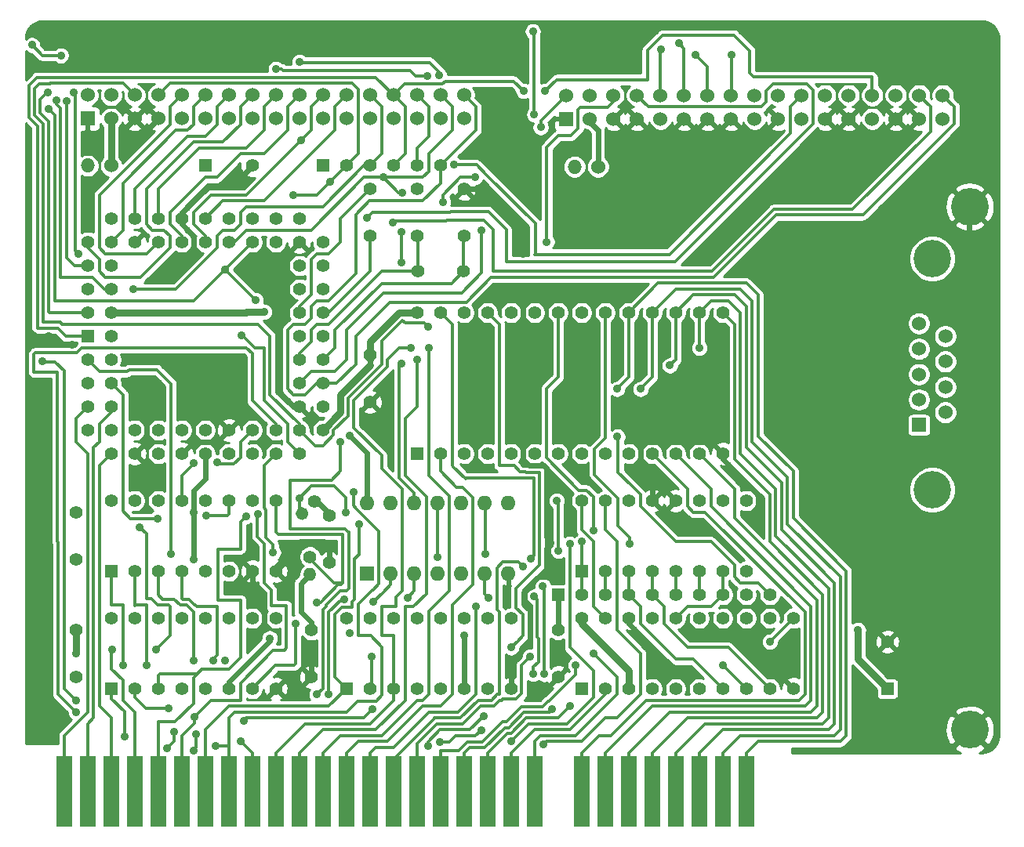
<source format=gtl>
%TF.GenerationSoftware,KiCad,Pcbnew,(5.1.6-0)*%
%TF.CreationDate,2020-08-01T06:16:14-05:00*%
%TF.ProjectId,isa_fdc,6973615f-6664-4632-9e6b-696361645f70,rev?*%
%TF.SameCoordinates,Original*%
%TF.FileFunction,Copper,L1,Top*%
%TF.FilePolarity,Positive*%
%FSLAX46Y46*%
G04 Gerber Fmt 4.6, Leading zero omitted, Abs format (unit mm)*
G04 Created by KiCad (PCBNEW (5.1.6-0)) date 2020-08-01 06:16:14*
%MOMM*%
%LPD*%
G01*
G04 APERTURE LIST*
%TA.AperFunction,ComponentPad*%
%ADD10C,1.400000*%
%TD*%
%TA.AperFunction,ComponentPad*%
%ADD11O,1.400000X1.400000*%
%TD*%
%TA.AperFunction,ComponentPad*%
%ADD12R,1.600000X1.600000*%
%TD*%
%TA.AperFunction,ComponentPad*%
%ADD13O,1.600000X1.600000*%
%TD*%
%TA.AperFunction,ComponentPad*%
%ADD14C,1.397000*%
%TD*%
%TA.AperFunction,ComponentPad*%
%ADD15R,1.397000X1.397000*%
%TD*%
%TA.AperFunction,ConnectorPad*%
%ADD16R,1.778000X7.620000*%
%TD*%
%TA.AperFunction,ComponentPad*%
%ADD17C,1.524000*%
%TD*%
%TA.AperFunction,ComponentPad*%
%ADD18O,1.524000X1.524000*%
%TD*%
%TA.AperFunction,ComponentPad*%
%ADD19R,1.524000X1.524000*%
%TD*%
%TA.AperFunction,ComponentPad*%
%ADD20C,4.064000*%
%TD*%
%TA.AperFunction,ComponentPad*%
%ADD21C,4.048760*%
%TD*%
%TA.AperFunction,ViaPad*%
%ADD22C,0.889000*%
%TD*%
%TA.AperFunction,Conductor*%
%ADD23C,0.368300*%
%TD*%
%TA.AperFunction,Conductor*%
%ADD24C,0.762000*%
%TD*%
%TA.AperFunction,Conductor*%
%ADD25C,0.632460*%
%TD*%
%TA.AperFunction,Conductor*%
%ADD26C,0.254000*%
%TD*%
G04 APERTURE END LIST*
D10*
%TO.P,R2,1*%
%TO.N,/GT3*%
X130690000Y-105120000D03*
D11*
%TO.P,R2,2*%
%TO.N,VCC*%
X130690000Y-107020000D03*
%TD*%
%TO.P,R1,2*%
%TO.N,/GT2*%
%TA.AperFunction,ComponentPad*%
G36*
G01*
X130321472Y-99958528D02*
X130321472Y-99958528D01*
G75*
G02*
X130321472Y-100948478I-494975J-494975D01*
G01*
X130321472Y-100948478D01*
G75*
G02*
X129331522Y-100948478I-494975J494975D01*
G01*
X129331522Y-100948478D01*
G75*
G02*
X129331522Y-99958528I494975J494975D01*
G01*
X129331522Y-99958528D01*
G75*
G02*
X130321472Y-99958528I494975J-494975D01*
G01*
G37*
%TD.AperFunction*%
D10*
%TO.P,R1,1*%
%TO.N,VCC*%
X131170000Y-99110000D03*
%TD*%
D12*
%TO.P,U2,1*%
%TO.N,/GT3*%
X136880000Y-106910000D03*
D13*
%TO.P,U2,8*%
%TO.N,/DRQ2*%
X152120000Y-99290000D03*
%TO.P,U2,2*%
%TO.N,/~DACK3*%
X139420000Y-106910000D03*
%TO.P,U2,9*%
%TO.N,/DRQ*%
X149580000Y-99290000D03*
%TO.P,U2,3*%
%TO.N,/~DACK*%
X141960000Y-106910000D03*
%TO.P,U2,10*%
%TO.N,/GT2*%
X147040000Y-99290000D03*
%TO.P,U2,4*%
%TO.N,/GT3*%
X144500000Y-106910000D03*
%TO.P,U2,11*%
%TO.N,/~DACK*%
X144500000Y-99290000D03*
%TO.P,U2,5*%
%TO.N,/DRQ*%
X147040000Y-106910000D03*
%TO.P,U2,12*%
%TO.N,/~DACK2*%
X141960000Y-99290000D03*
%TO.P,U2,6*%
%TO.N,/DRQ3*%
X149580000Y-106910000D03*
%TO.P,U2,13*%
%TO.N,/GT2*%
X139420000Y-99290000D03*
%TO.P,U2,7*%
%TO.N,GND*%
X152120000Y-106910000D03*
%TO.P,U2,14*%
%TO.N,VCC*%
X136880000Y-99290000D03*
%TD*%
D14*
%TO.P,C2,1*%
%TO.N,VCC*%
X132790000Y-100680000D03*
%TO.P,C2,2*%
%TO.N,GND*%
X132790000Y-105760000D03*
%TD*%
D15*
%TO.P,SW1,1*%
%TO.N,/IRQ3*%
X109220000Y-106680000D03*
D14*
%TO.P,SW1,2*%
%TO.N,/IRQ4*%
X111760000Y-106680000D03*
%TO.P,SW1,3*%
%TO.N,/IRQ5*%
X114300000Y-106680000D03*
%TO.P,SW1,4*%
%TO.N,/IRQ6*%
X116840000Y-106680000D03*
%TO.P,SW1,5*%
%TO.N,/0x370*%
X119380000Y-106680000D03*
%TO.P,SW1,6*%
%TO.N,/0x3F0*%
X121920000Y-106680000D03*
%TO.P,SW1,7*%
%TO.N,GND*%
X124460000Y-106680000D03*
%TO.P,SW1,8*%
X127000000Y-106680000D03*
%TO.P,SW1,9*%
%TO.N,/GT3*%
X127000000Y-99060000D03*
%TO.P,SW1,10*%
%TO.N,/GT2*%
X124460000Y-99060000D03*
%TO.P,SW1,11*%
%TO.N,/~FDC_CS*%
X121920000Y-99060000D03*
%TO.P,SW1,12*%
X119380000Y-99060000D03*
%TO.P,SW1,13*%
%TO.N,/FDC_IRQ*%
X116840000Y-99060000D03*
%TO.P,SW1,14*%
X114300000Y-99060000D03*
%TO.P,SW1,15*%
X111760000Y-99060000D03*
%TO.P,SW1,16*%
X109220000Y-99060000D03*
%TD*%
D16*
%TO.P,BUS1,33*%
%TO.N,/D7*%
X177800000Y-130492500D03*
%TO.P,BUS1,34*%
%TO.N,/D6*%
X175260000Y-130492500D03*
%TO.P,BUS1,35*%
%TO.N,/D5*%
X172720000Y-130492500D03*
%TO.P,BUS1,36*%
%TO.N,/D4*%
X170180000Y-130492500D03*
%TO.P,BUS1,37*%
%TO.N,/D3*%
X167640000Y-130492500D03*
%TO.P,BUS1,38*%
%TO.N,/D2*%
X165100000Y-130492500D03*
%TO.P,BUS1,39*%
%TO.N,/D1*%
X162560000Y-130492500D03*
%TO.P,BUS1,40*%
%TO.N,/D0*%
X160020000Y-130492500D03*
%TO.P,BUS1,42*%
%TO.N,/AEN*%
X154940000Y-130492500D03*
%TO.P,BUS1,43*%
%TO.N,/A19*%
X152400000Y-130492500D03*
%TO.P,BUS1,44*%
%TO.N,/A18*%
X149860000Y-130492500D03*
%TO.P,BUS1,45*%
%TO.N,/A17*%
X147320000Y-130492500D03*
%TO.P,BUS1,46*%
%TO.N,/A16*%
X144780000Y-130492500D03*
%TO.P,BUS1,47*%
%TO.N,/A15*%
X142240000Y-130492500D03*
%TO.P,BUS1,48*%
%TO.N,/A14*%
X139700000Y-130492500D03*
%TO.P,BUS1,49*%
%TO.N,/A13*%
X137160000Y-130492500D03*
%TO.P,BUS1,50*%
%TO.N,/A12*%
X134620000Y-130492500D03*
%TO.P,BUS1,51*%
%TO.N,/A11*%
X132080000Y-130492500D03*
%TO.P,BUS1,52*%
%TO.N,/A10*%
X129540000Y-130492500D03*
%TO.P,BUS1,53*%
%TO.N,/A9*%
X127000000Y-130492500D03*
%TO.P,BUS1,54*%
%TO.N,/A8*%
X124460000Y-130492500D03*
%TO.P,BUS1,55*%
%TO.N,/A7*%
X121920000Y-130492500D03*
%TO.P,BUS1,56*%
%TO.N,/A6*%
X119380000Y-130492500D03*
%TO.P,BUS1,57*%
%TO.N,/A5*%
X116840000Y-130492500D03*
%TO.P,BUS1,58*%
%TO.N,/A4*%
X114300000Y-130492500D03*
%TO.P,BUS1,59*%
%TO.N,/A3*%
X111760000Y-130492500D03*
%TO.P,BUS1,60*%
%TO.N,/A2*%
X109220000Y-130492500D03*
%TO.P,BUS1,61*%
%TO.N,/A1*%
X106680000Y-130492500D03*
%TO.P,BUS1,62*%
%TO.N,/A0*%
X104140000Y-130492500D03*
%TD*%
D17*
%TO.P,JP2,2*%
%TO.N,/FLOPPY_VCC*%
X161800000Y-62980000D03*
D18*
%TO.P,JP2,1*%
%TO.N,VCC*%
X159260000Y-62980000D03*
%TD*%
D19*
%TO.P,P3,1*%
%TO.N,GND*%
X158380000Y-57795000D03*
D17*
%TO.P,P3,2*%
%TO.N,/DENSL*%
X158380000Y-55255000D03*
%TO.P,P3,3*%
%TO.N,/FLOPPY_VCC*%
X160920000Y-57795000D03*
%TO.P,P3,4*%
%TO.N,Net-(P3-Pad4)*%
X160920000Y-55255000D03*
%TO.P,P3,5*%
%TO.N,GND*%
X163460000Y-57795000D03*
%TO.P,P3,6*%
%TO.N,/DRATE0*%
X163460000Y-55255000D03*
%TO.P,P3,7*%
%TO.N,GND*%
X166000000Y-57795000D03*
%TO.P,P3,8*%
%TO.N,/INDEX*%
X166000000Y-55255000D03*
%TO.P,P3,9*%
%TO.N,Net-(P3-Pad9)*%
X168540000Y-57795000D03*
%TO.P,P3,10*%
%TO.N,/ME2*%
X168540000Y-55255000D03*
%TO.P,P3,11*%
%TO.N,GND*%
X171080000Y-57795000D03*
%TO.P,P3,12*%
%TO.N,/DS3*%
X171080000Y-55255000D03*
%TO.P,P3,13*%
%TO.N,GND*%
X173620000Y-57795000D03*
%TO.P,P3,14*%
%TO.N,/DS2*%
X173620000Y-55255000D03*
%TO.P,P3,15*%
%TO.N,GND*%
X176160000Y-57795000D03*
%TO.P,P3,16*%
%TO.N,/ME3*%
X176160000Y-55255000D03*
%TO.P,P3,17*%
%TO.N,Net-(P3-Pad17)*%
X178700000Y-57795000D03*
%TO.P,P3,18*%
%TO.N,/DIR*%
X178700000Y-55255000D03*
%TO.P,P3,19*%
%TO.N,GND*%
X181240000Y-57795000D03*
%TO.P,P3,20*%
%TO.N,/STEP*%
X181240000Y-55255000D03*
%TO.P,P3,21*%
%TO.N,GND*%
X183780000Y-57795000D03*
%TO.P,P3,22*%
%TO.N,/WDATA*%
X183780000Y-55255000D03*
%TO.P,P3,23*%
%TO.N,GND*%
X186320000Y-57795000D03*
%TO.P,P3,24*%
%TO.N,/WE*%
X186320000Y-55255000D03*
%TO.P,P3,25*%
%TO.N,GND*%
X188860000Y-57795000D03*
%TO.P,P3,26*%
%TO.N,/TRK00*%
X188860000Y-55255000D03*
%TO.P,P3,28*%
%TO.N,/WP*%
X191400000Y-55255000D03*
%TO.P,P3,27*%
%TO.N,Net-(P3-Pad27)*%
X191400000Y-57795000D03*
%TO.P,P3,30*%
%TO.N,/RDATA*%
X193940000Y-55255000D03*
%TO.P,P3,29*%
%TO.N,GND*%
X193940000Y-57795000D03*
%TO.P,P3,31*%
X196480000Y-57795000D03*
%TO.P,P3,32*%
%TO.N,/HDSEL*%
X196480000Y-55255000D03*
%TO.P,P3,33*%
%TO.N,Net-(P3-Pad33)*%
X199020000Y-57795000D03*
%TO.P,P3,34*%
%TO.N,/DSKCG*%
X199020000Y-55255000D03*
%TD*%
D20*
%TO.P,HOLE1,1*%
%TO.N,GND*%
X201930000Y-67310000D03*
%TD*%
%TO.P,HOLE2,1*%
%TO.N,GND*%
X201930000Y-123825000D03*
%TD*%
D15*
%TO.P,C11,1*%
%TO.N,VCC*%
X193040000Y-119380000D03*
D14*
%TO.P,C11,2*%
%TO.N,GND*%
X193040000Y-114300000D03*
%TD*%
D15*
%TO.P,C12,1*%
%TO.N,VCC*%
X119380000Y-62865000D03*
D14*
%TO.P,C12,2*%
%TO.N,GND*%
X124460000Y-62865000D03*
%TD*%
D15*
%TO.P,U5,1*%
%TO.N,GND*%
X160020000Y-119380000D03*
D14*
%TO.P,U5,2*%
%TO.N,/A19*%
X162560000Y-119380000D03*
%TO.P,U5,3*%
%TO.N,VCC*%
X165100000Y-119380000D03*
%TO.P,U5,4*%
%TO.N,/A18*%
X167640000Y-119380000D03*
%TO.P,U5,5*%
%TO.N,VCC*%
X170180000Y-119380000D03*
%TO.P,U5,6*%
%TO.N,/A17*%
X172720000Y-119380000D03*
%TO.P,U5,7*%
%TO.N,Net-(RR1-Pad4)*%
X175260000Y-119380000D03*
%TO.P,U5,8*%
%TO.N,/A16*%
X177800000Y-119380000D03*
%TO.P,U5,9*%
%TO.N,Net-(RR1-Pad5)*%
X180340000Y-119380000D03*
%TO.P,U5,10*%
%TO.N,GND*%
X182880000Y-119380000D03*
%TO.P,U5,11*%
%TO.N,/A15*%
X182880000Y-111760000D03*
%TO.P,U5,12*%
%TO.N,Net-(RR1-Pad6)*%
X180340000Y-111760000D03*
%TO.P,U5,13*%
%TO.N,/A14*%
X177800000Y-111760000D03*
%TO.P,U5,14*%
%TO.N,Net-(RR1-Pad7)*%
X175260000Y-111760000D03*
%TO.P,U5,15*%
%TO.N,/A13*%
X172720000Y-111760000D03*
%TO.P,U5,16*%
%TO.N,Net-(RR1-Pad8)*%
X170180000Y-111760000D03*
%TO.P,U5,17*%
%TO.N,GND*%
X167640000Y-111760000D03*
%TO.P,U5,18*%
X165100000Y-111760000D03*
%TO.P,U5,19*%
%TO.N,/~ROM_CS_IN*%
X162560000Y-111760000D03*
%TO.P,U5,20*%
%TO.N,VCC*%
X160020000Y-111760000D03*
%TD*%
D15*
%TO.P,U7,1*%
%TO.N,/A7*%
X109220000Y-119380000D03*
D14*
%TO.P,U7,2*%
%TO.N,/A5*%
X111760000Y-119380000D03*
%TO.P,U7,3*%
%TO.N,/A4*%
X114300000Y-119380000D03*
%TO.P,U7,4*%
%TO.N,/AEN*%
X116840000Y-119380000D03*
%TO.P,U7,5*%
%TO.N,Net-(U6-Pad7)*%
X119380000Y-119380000D03*
%TO.P,U7,6*%
%TO.N,VCC*%
X121920000Y-119380000D03*
%TO.P,U7,7*%
%TO.N,/0x3F0*%
X124460000Y-119380000D03*
%TO.P,U7,8*%
%TO.N,GND*%
X127000000Y-119380000D03*
%TO.P,U7,9*%
%TO.N,/0x370*%
X127000000Y-111760000D03*
%TO.P,U7,10*%
%TO.N,Net-(U7-Pad10)*%
X124460000Y-111760000D03*
%TO.P,U7,11*%
%TO.N,Net-(U7-Pad11)*%
X121920000Y-111760000D03*
%TO.P,U7,12*%
%TO.N,Net-(U7-Pad12)*%
X119380000Y-111760000D03*
%TO.P,U7,13*%
%TO.N,Net-(U7-Pad13)*%
X116840000Y-111760000D03*
%TO.P,U7,14*%
%TO.N,Net-(U7-Pad14)*%
X114300000Y-111760000D03*
%TO.P,U7,15*%
%TO.N,Net-(U7-Pad15)*%
X111760000Y-111760000D03*
%TO.P,U7,16*%
%TO.N,VCC*%
X109220000Y-111760000D03*
%TD*%
D15*
%TO.P,U6,1*%
%TO.N,/A6*%
X134620000Y-119380000D03*
D14*
%TO.P,U6,2*%
%TO.N,/A8*%
X137160000Y-119380000D03*
%TO.P,U6,3*%
%TO.N,/A9*%
X139700000Y-119380000D03*
%TO.P,U6,4*%
%TO.N,GND*%
X142240000Y-119380000D03*
%TO.P,U6,5*%
X144780000Y-119380000D03*
%TO.P,U6,6*%
%TO.N,VCC*%
X147320000Y-119380000D03*
%TO.P,U6,7*%
%TO.N,Net-(U6-Pad7)*%
X149860000Y-119380000D03*
%TO.P,U6,8*%
%TO.N,GND*%
X152400000Y-119380000D03*
%TO.P,U6,9*%
%TO.N,Net-(U6-Pad9)*%
X152400000Y-111760000D03*
%TO.P,U6,10*%
%TO.N,Net-(U6-Pad10)*%
X149860000Y-111760000D03*
%TO.P,U6,11*%
%TO.N,Net-(U6-Pad11)*%
X147320000Y-111760000D03*
%TO.P,U6,12*%
%TO.N,Net-(U6-Pad12)*%
X144780000Y-111760000D03*
%TO.P,U6,13*%
%TO.N,Net-(U6-Pad13)*%
X142240000Y-111760000D03*
%TO.P,U6,14*%
%TO.N,Net-(U6-Pad14)*%
X139700000Y-111760000D03*
%TO.P,U6,15*%
%TO.N,Net-(U6-Pad15)*%
X137160000Y-111760000D03*
%TO.P,U6,16*%
%TO.N,VCC*%
X134620000Y-111760000D03*
%TD*%
D15*
%TO.P,SW2,1*%
%TO.N,/~ROM_CS*%
X160020000Y-106680000D03*
D14*
%TO.P,SW2,2*%
%TO.N,/~ROMW*%
X162560000Y-106680000D03*
%TO.P,SW2,3*%
%TO.N,Net-(RR1-Pad4)*%
X165100000Y-106680000D03*
%TO.P,SW2,4*%
%TO.N,Net-(RR1-Pad5)*%
X167640000Y-106680000D03*
%TO.P,SW2,5*%
%TO.N,Net-(RR1-Pad6)*%
X170180000Y-106680000D03*
%TO.P,SW2,6*%
%TO.N,Net-(RR1-Pad7)*%
X172720000Y-106680000D03*
%TO.P,SW2,7*%
%TO.N,Net-(RR1-Pad8)*%
X175260000Y-106680000D03*
%TO.P,SW2,8*%
%TO.N,Net-(SW2-Pad8)*%
X177800000Y-106680000D03*
%TO.P,SW2,9*%
%TO.N,Net-(SW2-Pad9)*%
X177800000Y-99060000D03*
%TO.P,SW2,10*%
%TO.N,GND*%
X175260000Y-99060000D03*
%TO.P,SW2,11*%
X172720000Y-99060000D03*
%TO.P,SW2,12*%
X170180000Y-99060000D03*
%TO.P,SW2,13*%
X167640000Y-99060000D03*
%TO.P,SW2,14*%
X165100000Y-99060000D03*
%TO.P,SW2,15*%
%TO.N,/~MEMW*%
X162560000Y-99060000D03*
%TO.P,SW2,16*%
%TO.N,/~ROM_CS_IN*%
X160020000Y-99060000D03*
%TD*%
D21*
%TO.P,P2,*%
%TO.N,*%
X197866000Y-97889060D03*
X197866000Y-72900540D03*
D19*
%TO.P,P2,1*%
%TO.N,Net-(P2-Pad1)*%
X196443600Y-90881200D03*
D17*
%TO.P,P2,2*%
%TO.N,Net-(P2-Pad2)*%
X196443600Y-88138000D03*
%TO.P,P2,3*%
%TO.N,Net-(P2-Pad3)*%
X196443600Y-85394800D03*
%TO.P,P2,4*%
%TO.N,Net-(P2-Pad4)*%
X196443600Y-82651600D03*
%TO.P,P2,5*%
%TO.N,Net-(P2-Pad5)*%
X196443600Y-79908400D03*
%TO.P,P2,9*%
%TO.N,Net-(P2-Pad9)*%
X199288400Y-81280000D03*
%TO.P,P2,8*%
%TO.N,Net-(P2-Pad8)*%
X199288400Y-84023200D03*
%TO.P,P2,7*%
%TO.N,Net-(P2-Pad7)*%
X199288400Y-86791800D03*
%TO.P,P2,6*%
%TO.N,Net-(P2-Pad6)*%
X199288400Y-89509600D03*
%TD*%
D14*
%TO.P,C1,1*%
%TO.N,VCC*%
X105410000Y-100330000D03*
%TO.P,C1,2*%
%TO.N,GND*%
X105410000Y-105410000D03*
%TD*%
%TO.P,C7,1*%
%TO.N,VCC*%
X105410000Y-113030000D03*
%TO.P,C7,2*%
%TO.N,GND*%
X105410000Y-118110000D03*
%TD*%
%TO.P,C6,1*%
%TO.N,VCC*%
X130810000Y-113030000D03*
%TO.P,C6,2*%
%TO.N,GND*%
X130810000Y-118110000D03*
%TD*%
%TO.P,C5,1*%
%TO.N,VCC*%
X157470000Y-113020000D03*
%TO.P,C5,2*%
%TO.N,GND*%
X157470000Y-118100000D03*
%TD*%
%TO.P,C4,1*%
%TO.N,VCC*%
X137170000Y-83310000D03*
%TO.P,C4,2*%
%TO.N,GND*%
X137170000Y-88390000D03*
%TD*%
%TO.P,C16,1*%
%TO.N,Net-(C16-Pad1)*%
X142240000Y-70485000D03*
%TO.P,C16,2*%
%TO.N,GND*%
X142240000Y-65405000D03*
%TD*%
%TO.P,C15,1*%
%TO.N,Net-(C15-Pad1)*%
X147320000Y-70485000D03*
%TO.P,C15,2*%
%TO.N,GND*%
X147320000Y-65405000D03*
%TD*%
D15*
%TO.P,U4,1*%
%TO.N,/RDY/~BUSY*%
X142240000Y-93980000D03*
D14*
%TO.P,U4,2*%
%TO.N,/A12*%
X144780000Y-93980000D03*
%TO.P,U4,3*%
%TO.N,/A7*%
X147320000Y-93980000D03*
%TO.P,U4,4*%
%TO.N,/A6*%
X149860000Y-93980000D03*
%TO.P,U4,5*%
%TO.N,/A5*%
X152400000Y-93980000D03*
%TO.P,U4,6*%
%TO.N,/A4*%
X154940000Y-93980000D03*
%TO.P,U4,7*%
%TO.N,/A3*%
X157480000Y-93980000D03*
%TO.P,U4,8*%
%TO.N,/A2*%
X160020000Y-93980000D03*
%TO.P,U4,9*%
%TO.N,/A1*%
X162560000Y-93980000D03*
%TO.P,U4,10*%
%TO.N,/A0*%
X165100000Y-93980000D03*
%TO.P,U4,11*%
%TO.N,/D0*%
X167640000Y-93980000D03*
%TO.P,U4,12*%
%TO.N,/D1*%
X170180000Y-93980000D03*
%TO.P,U4,13*%
%TO.N,/D2*%
X172720000Y-93980000D03*
%TO.P,U4,14*%
%TO.N,GND*%
X175260000Y-93980000D03*
%TO.P,U4,15*%
%TO.N,/D3*%
X175260000Y-78740000D03*
%TO.P,U4,16*%
%TO.N,/D4*%
X172720000Y-78740000D03*
%TO.P,U4,17*%
%TO.N,/D5*%
X170180000Y-78740000D03*
%TO.P,U4,18*%
%TO.N,/D6*%
X167640000Y-78740000D03*
%TO.P,U4,19*%
%TO.N,/D7*%
X165100000Y-78740000D03*
%TO.P,U4,20*%
%TO.N,/~ROM_CS*%
X162560000Y-78740000D03*
%TO.P,U4,21*%
%TO.N,/A10*%
X160020000Y-78740000D03*
%TO.P,U4,22*%
%TO.N,/~MEMR*%
X157480000Y-78740000D03*
%TO.P,U4,23*%
%TO.N,/A11*%
X154940000Y-78740000D03*
%TO.P,U4,24*%
%TO.N,/A9*%
X152400000Y-78740000D03*
%TO.P,U4,25*%
%TO.N,/A8*%
X149860000Y-78740000D03*
%TO.P,U4,26*%
%TO.N,Net-(U4-Pad26)*%
X147320000Y-78740000D03*
%TO.P,U4,27*%
%TO.N,/~ROMW*%
X144780000Y-78740000D03*
%TO.P,U4,28*%
%TO.N,VCC*%
X142240000Y-78740000D03*
%TD*%
%TO.P,C17,1*%
%TO.N,Net-(C17-Pad1)*%
X137160000Y-65405000D03*
%TO.P,C17,2*%
%TO.N,Net-(C17-Pad2)*%
X137160000Y-70485000D03*
%TD*%
D15*
%TO.P,U1,1*%
%TO.N,/WP*%
X106680000Y-81280000D03*
D14*
%TO.P,U1,2*%
%TO.N,/TRK00*%
X109220000Y-81280000D03*
%TO.P,U1,3*%
%TO.N,/~DACK*%
X106680000Y-83820000D03*
%TO.P,U1,4*%
%TO.N,/~IOR*%
X109220000Y-83820000D03*
%TO.P,U1,5*%
%TO.N,/~IOW*%
X106680000Y-86360000D03*
%TO.P,U1,6*%
%TO.N,/~FDC_CS*%
X109220000Y-86360000D03*
%TO.P,U1,7*%
%TO.N,/A0*%
X106680000Y-88900000D03*
%TO.P,U1,8*%
%TO.N,/A1*%
X109220000Y-88900000D03*
%TO.P,U1,9*%
%TO.N,GND*%
X106680000Y-91440000D03*
%TO.P,U1,10*%
%TO.N,/A2*%
X109220000Y-93980000D03*
%TO.P,U1,11*%
%TO.N,/D0*%
X109220000Y-91440000D03*
%TO.P,U1,12*%
%TO.N,GND*%
X111760000Y-93980000D03*
%TO.P,U1,13*%
%TO.N,/D1*%
X111760000Y-91440000D03*
%TO.P,U1,14*%
%TO.N,/D2*%
X114300000Y-93980000D03*
%TO.P,U1,15*%
%TO.N,/D3*%
X114300000Y-91440000D03*
%TO.P,U1,16*%
%TO.N,GND*%
X116840000Y-93980000D03*
%TO.P,U1,17*%
%TO.N,/D4*%
X116840000Y-91440000D03*
%TO.P,U1,18*%
%TO.N,VCC*%
X119380000Y-93980000D03*
%TO.P,U1,19*%
%TO.N,/D5*%
X119380000Y-91440000D03*
%TO.P,U1,20*%
%TO.N,/D6*%
X121920000Y-93980000D03*
%TO.P,U1,21*%
%TO.N,GND*%
X121920000Y-91440000D03*
%TO.P,U1,22*%
%TO.N,/D7*%
X124460000Y-93980000D03*
%TO.P,U1,23*%
%TO.N,/FDC_IRQ*%
X124460000Y-91440000D03*
%TO.P,U1,24*%
%TO.N,/DRQ*%
X127000000Y-93980000D03*
%TO.P,U1,25*%
%TO.N,/TC*%
X127000000Y-91440000D03*
%TO.P,U1,26*%
%TO.N,/INDEX*%
X129540000Y-93980000D03*
%TO.P,U1,27*%
%TO.N,VCC*%
X132080000Y-91440000D03*
%TO.P,U1,28*%
%TO.N,/DRATE0*%
X129540000Y-91440000D03*
%TO.P,U1,29*%
%TO.N,Net-(U1-Pad29)*%
X132080000Y-88900000D03*
%TO.P,U1,30*%
%TO.N,GND*%
X129540000Y-88900000D03*
%TO.P,U1,31*%
%TO.N,/DSKCG*%
X132080000Y-86360000D03*
%TO.P,U1,32*%
%TO.N,/RESETDRV*%
X129540000Y-86360000D03*
%TO.P,U1,33*%
%TO.N,Net-(C15-Pad1)*%
X132080000Y-83820000D03*
%TO.P,U1,34*%
%TO.N,Net-(C16-Pad1)*%
X129540000Y-83820000D03*
%TO.P,U1,35*%
%TO.N,GND*%
X132080000Y-81280000D03*
%TO.P,U1,36*%
X129540000Y-81280000D03*
%TO.P,U1,37*%
%TO.N,Net-(C17-Pad2)*%
X132080000Y-78740000D03*
%TO.P,U1,38*%
%TO.N,Net-(C17-Pad1)*%
X129540000Y-78740000D03*
%TO.P,U1,39*%
%TO.N,VCC*%
X132080000Y-76200000D03*
%TO.P,U1,40*%
X129540000Y-76200000D03*
%TO.P,U1,41*%
%TO.N,/RDATA*%
X132080000Y-73660000D03*
%TO.P,U1,42*%
%TO.N,Net-(U1-Pad42)*%
X129540000Y-73660000D03*
%TO.P,U1,43*%
%TO.N,Net-(U1-Pad43)*%
X132080000Y-71120000D03*
%TO.P,U1,44*%
%TO.N,Net-(U1-Pad44)*%
X129540000Y-68580000D03*
%TO.P,U1,45*%
%TO.N,GND*%
X129540000Y-71120000D03*
%TO.P,U1,46*%
%TO.N,VCC*%
X127000000Y-68580000D03*
%TO.P,U1,47*%
%TO.N,Net-(U1-Pad47)*%
X127000000Y-71120000D03*
%TO.P,U1,48*%
%TO.N,Net-(U1-Pad48)*%
X124460000Y-68580000D03*
%TO.P,U1,49*%
%TO.N,/DENSL*%
X124460000Y-71120000D03*
%TO.P,U1,50*%
%TO.N,GND*%
X121920000Y-68580000D03*
%TO.P,U1,51*%
%TO.N,/HDSEL*%
X121920000Y-71120000D03*
%TO.P,U1,52*%
%TO.N,/WE*%
X119380000Y-68580000D03*
%TO.P,U1,53*%
%TO.N,/WDATA*%
X119380000Y-71120000D03*
%TO.P,U1,54*%
%TO.N,GND*%
X116840000Y-68580000D03*
%TO.P,U1,55*%
%TO.N,/STEP*%
X116840000Y-71120000D03*
%TO.P,U1,56*%
%TO.N,/DIR*%
X114300000Y-68580000D03*
%TO.P,U1,57*%
%TO.N,/MEA*%
X114300000Y-71120000D03*
%TO.P,U1,58*%
%TO.N,/DSA*%
X111760000Y-68580000D03*
%TO.P,U1,59*%
%TO.N,GND*%
X111760000Y-71120000D03*
%TO.P,U1,60*%
%TO.N,VCC*%
X109220000Y-68580000D03*
%TO.P,U1,61*%
%TO.N,/MEB*%
X106680000Y-71120000D03*
%TO.P,U1,62*%
%TO.N,/DSB*%
X109220000Y-71120000D03*
%TO.P,U1,63*%
%TO.N,/ME2*%
X106680000Y-73660000D03*
%TO.P,U1,64*%
%TO.N,/DS2*%
X109220000Y-73660000D03*
%TO.P,U1,65*%
%TO.N,GND*%
X106680000Y-76200000D03*
%TO.P,U1,66*%
%TO.N,/ME3*%
X109220000Y-76200000D03*
%TO.P,U1,67*%
%TO.N,/DS3*%
X106680000Y-78740000D03*
%TO.P,U1,68*%
%TO.N,VCC*%
X109220000Y-78740000D03*
%TD*%
D18*
%TO.P,JP1,1*%
%TO.N,VCC*%
X106680000Y-62865000D03*
D17*
%TO.P,JP1,2*%
%TO.N,/FLOPPY_VCC*%
X109220000Y-62865000D03*
%TD*%
D19*
%TO.P,P1,1*%
%TO.N,GND*%
X106680000Y-57785000D03*
D17*
%TO.P,P1,2*%
%TO.N,/DENSL*%
X106680000Y-55245000D03*
%TO.P,P1,3*%
%TO.N,/FLOPPY_VCC*%
X109220000Y-57785000D03*
%TO.P,P1,4*%
%TO.N,Net-(P1-Pad4)*%
X109220000Y-55245000D03*
%TO.P,P1,5*%
%TO.N,GND*%
X111760000Y-57785000D03*
%TO.P,P1,6*%
%TO.N,/DRATE0*%
X111760000Y-55245000D03*
%TO.P,P1,7*%
%TO.N,GND*%
X114300000Y-57785000D03*
%TO.P,P1,8*%
%TO.N,/INDEX*%
X114300000Y-55245000D03*
%TO.P,P1,9*%
%TO.N,Net-(P1-Pad9)*%
X116840000Y-57785000D03*
%TO.P,P1,10*%
%TO.N,/MEA*%
X116840000Y-55245000D03*
%TO.P,P1,11*%
%TO.N,GND*%
X119380000Y-57785000D03*
%TO.P,P1,12*%
%TO.N,/DSB*%
X119380000Y-55245000D03*
%TO.P,P1,13*%
%TO.N,GND*%
X121920000Y-57785000D03*
%TO.P,P1,14*%
%TO.N,/DSA*%
X121920000Y-55245000D03*
%TO.P,P1,15*%
%TO.N,GND*%
X124460000Y-57785000D03*
%TO.P,P1,16*%
%TO.N,/MEB*%
X124460000Y-55245000D03*
%TO.P,P1,17*%
%TO.N,Net-(P1-Pad17)*%
X127000000Y-57785000D03*
%TO.P,P1,18*%
%TO.N,/DIR*%
X127000000Y-55245000D03*
%TO.P,P1,19*%
%TO.N,GND*%
X129540000Y-57785000D03*
%TO.P,P1,20*%
%TO.N,/STEP*%
X129540000Y-55245000D03*
%TO.P,P1,21*%
%TO.N,GND*%
X132080000Y-57785000D03*
%TO.P,P1,22*%
%TO.N,/WDATA*%
X132080000Y-55245000D03*
%TO.P,P1,23*%
%TO.N,GND*%
X134620000Y-57785000D03*
%TO.P,P1,24*%
%TO.N,/WE*%
X134620000Y-55245000D03*
%TO.P,P1,25*%
%TO.N,GND*%
X137160000Y-57785000D03*
%TO.P,P1,26*%
%TO.N,/TRK00*%
X137160000Y-55245000D03*
%TO.P,P1,28*%
%TO.N,/WP*%
X139700000Y-55245000D03*
%TO.P,P1,27*%
%TO.N,Net-(P1-Pad27)*%
X139700000Y-57785000D03*
%TO.P,P1,30*%
%TO.N,/RDATA*%
X142240000Y-55245000D03*
%TO.P,P1,29*%
%TO.N,GND*%
X142240000Y-57785000D03*
%TO.P,P1,31*%
X144780000Y-57785000D03*
%TO.P,P1,32*%
%TO.N,/HDSEL*%
X144780000Y-55245000D03*
%TO.P,P1,33*%
%TO.N,Net-(P1-Pad33)*%
X147320000Y-57785000D03*
%TO.P,P1,34*%
%TO.N,/DSKCG*%
X147320000Y-55245000D03*
%TD*%
D15*
%TO.P,RR1,1*%
%TO.N,VCC*%
X157480000Y-109220000D03*
D14*
%TO.P,RR1,2*%
%TO.N,/~ROM_CS*%
X160020000Y-109220000D03*
%TO.P,RR1,3*%
%TO.N,/~ROMW*%
X162560000Y-109220000D03*
%TO.P,RR1,4*%
%TO.N,Net-(RR1-Pad4)*%
X165100000Y-109220000D03*
%TO.P,RR1,5*%
%TO.N,Net-(RR1-Pad5)*%
X167640000Y-109220000D03*
%TO.P,RR1,6*%
%TO.N,Net-(RR1-Pad6)*%
X170180000Y-109220000D03*
%TO.P,RR1,7*%
%TO.N,Net-(RR1-Pad7)*%
X172720000Y-109220000D03*
%TO.P,RR1,8*%
%TO.N,Net-(RR1-Pad8)*%
X175260000Y-109220000D03*
%TO.P,RR1,9*%
%TO.N,Net-(RR1-Pad9)*%
X177800000Y-109220000D03*
%TO.P,RR1,10*%
%TO.N,/RDY/~BUSY*%
X180340000Y-109220000D03*
%TD*%
%TO.P,RR2,6*%
%TO.N,/DSKCG*%
X144780000Y-62865000D03*
%TO.P,RR2,5*%
%TO.N,/RDATA*%
X142240000Y-62865000D03*
%TO.P,RR2,4*%
%TO.N,/WP*%
X139700000Y-62865000D03*
%TO.P,RR2,3*%
%TO.N,/TRK00*%
X137160000Y-62865000D03*
%TO.P,RR2,2*%
%TO.N,/INDEX*%
X134620000Y-62865000D03*
D15*
%TO.P,RR2,1*%
%TO.N,VCC*%
X132080000Y-62865000D03*
%TD*%
D14*
%TO.P,X1,1*%
%TO.N,Net-(C15-Pad1)*%
X147220940Y-74295000D03*
%TO.P,X1,2*%
%TO.N,Net-(C16-Pad1)*%
X142339060Y-74295000D03*
%TD*%
D22*
%TO.N,/A10*%
X142240000Y-83820000D03*
%TO.N,/A11*%
X143510000Y-82550000D03*
%TO.N,/A13*%
X148590000Y-110490000D03*
%TO.N,/A14*%
X153700000Y-106170000D03*
%TO.N,/A15*%
X154460000Y-115920000D03*
X180340000Y-114300000D03*
%TO.N,/A16*%
X159385000Y-116840000D03*
X175260000Y-116840000D03*
%TO.N,/A17*%
X156845000Y-121602500D03*
%TO.N,/A18*%
X158750000Y-121285000D03*
%TO.N,/A3*%
X114080000Y-115150000D03*
X109300000Y-115120000D03*
X112310000Y-101910000D03*
%TO.N,/A4*%
X123790000Y-100730000D03*
%TO.N,/A5*%
X125070000Y-100470000D03*
X118200000Y-122410000D03*
X115456086Y-121523914D03*
%TO.N,/A6*%
X135970000Y-101600000D03*
%TO.N,/A7*%
X118100000Y-126070000D03*
X116000000Y-124050000D03*
X115220000Y-125840000D03*
X118420000Y-124310000D03*
X135360000Y-98120000D03*
X110640000Y-124520000D03*
X120470000Y-125560000D03*
%TO.N,/A8*%
X152400000Y-114935000D03*
X123190000Y-125095000D03*
X137322500Y-115887500D03*
%TO.N,/A9*%
X141605000Y-82550000D03*
%TO.N,/AEN*%
X161290000Y-115570000D03*
%TO.N,/D4*%
X172720000Y-82550000D03*
%TO.N,/D5*%
X169545000Y-84455000D03*
%TO.N,/D6*%
X166370000Y-86995000D03*
%TO.N,/D7*%
X163830000Y-86995000D03*
%TO.N,/DENSL*%
X102500000Y-56750000D03*
X155600000Y-58710000D03*
X121505000Y-74075000D03*
X124810000Y-77380000D03*
%TO.N,/DIR*%
X127000000Y-52390000D03*
X143330000Y-53140000D03*
%TO.N,/DRQ2*%
X157520000Y-104470000D03*
X157320000Y-99070000D03*
%TO.N,/HDSEL*%
X139650000Y-69000000D03*
X140670000Y-65780000D03*
X138575000Y-64135000D03*
%TO.N,/INDEX*%
X123270000Y-81230000D03*
X128905000Y-66040000D03*
X132882500Y-64602500D03*
X136880000Y-68520000D03*
%TO.N,/IRQ3*%
X110490000Y-116840000D03*
%TO.N,/IRQ4*%
X113030000Y-116840000D03*
%TO.N,/IRQ5*%
X118110000Y-116350000D03*
%TO.N,/IRQ6*%
X120270000Y-116350000D03*
%TO.N,/IRQ7*%
X121520000Y-116300000D03*
%TO.N,/RDY/~BUSY*%
X163880000Y-92140000D03*
%TO.N,/RESETDRV*%
X149225000Y-69850000D03*
%TO.N,/STEP*%
X129560000Y-51660000D03*
X144610000Y-53100000D03*
%TO.N,/TC*%
X105410000Y-121920000D03*
%TO.N,/TRK00*%
X111590000Y-76200000D03*
%TO.N,/WDATA*%
X146260000Y-62770000D03*
X129747500Y-60117500D03*
%TO.N,/WP*%
X156100000Y-54780000D03*
X153740000Y-54780000D03*
%TO.N,/~DACK2*%
X103790000Y-50950000D03*
X154910000Y-57320000D03*
X154750000Y-48340000D03*
X101780000Y-84030000D03*
X105410000Y-120650000D03*
X140570000Y-84270000D03*
X140530000Y-73340000D03*
X140530000Y-70030000D03*
X145040000Y-66800000D03*
X148510000Y-64090000D03*
X100665000Y-49825000D03*
%TO.N,/~FDC_CS*%
X114200000Y-100980000D03*
X119480000Y-100670000D03*
%TO.N,/~IOR*%
X131445000Y-120015000D03*
X133985000Y-92710000D03*
%TO.N,/~IOW*%
X132715000Y-120015000D03*
X134380000Y-109700000D03*
%TO.N,/~MEMR*%
X152400000Y-125095000D03*
X158740000Y-103730000D03*
X161340000Y-102270000D03*
%TO.N,/~MEMW*%
X155892500Y-125412500D03*
%TO.N,/~ROMW*%
X154520000Y-105350000D03*
%TO.N,/~ROM_CS*%
X165220000Y-103700000D03*
X160020000Y-103505000D03*
%TO.N,GND*%
X124250000Y-114620000D03*
X191770000Y-125730000D03*
X190500000Y-125730000D03*
X102870000Y-124460000D03*
X151080000Y-60005000D03*
X102470000Y-49910000D03*
X153670000Y-77470000D03*
X152390000Y-58670000D03*
X153670000Y-85725000D03*
X154940000Y-85725000D03*
X130810000Y-114935000D03*
X121920000Y-86677500D03*
X193040000Y-102235000D03*
X167640000Y-116840000D03*
X103930000Y-48450000D03*
X179070000Y-100330000D03*
X193040000Y-103505000D03*
X114300000Y-86360000D03*
X153670000Y-72390000D03*
X201930000Y-52705000D03*
X152400000Y-85725000D03*
X124460000Y-74930000D03*
X203200000Y-52705000D03*
X149810000Y-58735000D03*
X116840000Y-73660000D03*
X127317500Y-81280000D03*
X102500000Y-81290000D03*
X200660000Y-52705000D03*
X123507500Y-85090000D03*
X104970000Y-82190000D03*
X156620000Y-103590000D03*
%TO.N,VCC*%
X135000000Y-92060000D03*
X126340000Y-113920000D03*
X105410000Y-115570000D03*
X147320000Y-113665000D03*
X125760000Y-78640000D03*
X118110000Y-100330000D03*
X118110000Y-105410000D03*
X189865000Y-113030000D03*
X134935000Y-113345000D03*
%TO.N,/DRATE0*%
X143470000Y-80290000D03*
X156260000Y-71090000D03*
%TO.N,/ME2*%
X168560000Y-50260000D03*
X104420000Y-55880000D03*
%TO.N,/DS3*%
X170530000Y-49650000D03*
X102360000Y-54910000D03*
%TO.N,/DS2*%
X105690000Y-72370000D03*
X105210000Y-54930000D03*
X172300000Y-50860000D03*
%TO.N,/ME3*%
X103270000Y-55800000D03*
X176230000Y-50880000D03*
%TO.N,/0x3F0*%
X129130000Y-112330000D03*
%TO.N,/FDC_IRQ*%
X118090000Y-95000000D03*
X120640000Y-94940000D03*
%TO.N,Net-(U6-Pad7)*%
X123507500Y-122872500D03*
X137425000Y-121600000D03*
%TO.N,/~DACK3*%
X144690000Y-125130000D03*
X149190000Y-123830000D03*
X155990000Y-117810000D03*
X155830000Y-108250000D03*
X137540000Y-110010000D03*
%TO.N,/DRQ3*%
X143410000Y-125550000D03*
X149420000Y-122320000D03*
X154800000Y-117790000D03*
X154910000Y-109430000D03*
X149970000Y-109540000D03*
%TO.N,/DRQ*%
X149660000Y-104810000D03*
X126710000Y-104640000D03*
%TO.N,/~DACK*%
X115680000Y-104780000D03*
X141230000Y-109520000D03*
X144440000Y-105180000D03*
%TO.N,/GT2*%
X134530000Y-100340000D03*
X129530000Y-98770000D03*
%TO.N,/GT3*%
X131450000Y-110040000D03*
%TD*%
D23*
%TO.N,/A0*%
X105410000Y-92710000D02*
X105410000Y-90170000D01*
X104140000Y-130492500D02*
X104140000Y-124460000D01*
X104140000Y-124460000D02*
X106680000Y-121920000D01*
X106680000Y-121920000D02*
X106680000Y-93980000D01*
X105410000Y-90170000D02*
X106680000Y-88900000D01*
X106680000Y-93980000D02*
X105410000Y-92710000D01*
%TO.N,/A1*%
X107315000Y-93345000D02*
X107315000Y-122555000D01*
X109220000Y-89535000D02*
X107950000Y-90805000D01*
X106680000Y-123190000D02*
X107315000Y-122555000D01*
X106680000Y-130492500D02*
X106680000Y-123190000D01*
X109220000Y-88900000D02*
X109220000Y-89535000D01*
X107950000Y-92710000D02*
X107950000Y-90805000D01*
X107315000Y-93345000D02*
X107950000Y-92710000D01*
%TO.N,/A10*%
X137795000Y-123825000D02*
X132080000Y-123825000D01*
X140970000Y-110490000D02*
X140970000Y-120650000D01*
X141866324Y-110490000D02*
X140970000Y-110490000D01*
X132080000Y-123825000D02*
X129540000Y-126365000D01*
X140970000Y-120650000D02*
X137795000Y-123825000D01*
X142240000Y-88900000D02*
X140970000Y-90170000D01*
X129540000Y-126365000D02*
X129540000Y-130492500D01*
X142240000Y-83820000D02*
X142240000Y-88900000D01*
X143261849Y-109094475D02*
X141866324Y-110490000D01*
X143261849Y-98651849D02*
X143261849Y-109094475D01*
X140970000Y-96360000D02*
X143261849Y-98651849D01*
X140970000Y-90170000D02*
X140970000Y-96360000D01*
%TO.N,/A11*%
X143510000Y-96320000D02*
X143510000Y-82550000D01*
X145738151Y-105171827D02*
X145738151Y-105641849D01*
X144310000Y-97120000D02*
X145738151Y-98548151D01*
X143510000Y-96320000D02*
X144310000Y-97120000D01*
X145738151Y-98548151D02*
X145738151Y-105641849D01*
X144310000Y-97120000D02*
X145028151Y-97838151D01*
X132080000Y-126359920D02*
X132080000Y-130492500D01*
X138427460Y-124457460D02*
X134622540Y-124457460D01*
X133985000Y-124454920D02*
X132080000Y-126359920D01*
X143510000Y-111030000D02*
X143510000Y-120015000D01*
X142875000Y-120650000D02*
X142234920Y-120650000D01*
X134622540Y-124454920D02*
X133985000Y-124454920D01*
X145738151Y-108801849D02*
X143510000Y-111030000D01*
X143510000Y-120015000D02*
X142875000Y-120650000D01*
X134622540Y-124457460D02*
X134622540Y-124454920D01*
X142234920Y-120650000D02*
X138427460Y-124457460D01*
X145738151Y-105641849D02*
X145738151Y-108801849D01*
%TO.N,/A12*%
X134620000Y-126365000D02*
X134620000Y-130492500D01*
X144780000Y-121285000D02*
X142869920Y-121285000D01*
X146050000Y-120015000D02*
X144780000Y-121285000D01*
X146050000Y-110350000D02*
X146050000Y-120015000D01*
X135892540Y-125092460D02*
X134620000Y-126365000D01*
X148278151Y-108121849D02*
X146050000Y-110350000D01*
X139062460Y-125092460D02*
X135892540Y-125092460D01*
X144827464Y-95885000D02*
X146526232Y-97583768D01*
X147166232Y-97583768D02*
X148278151Y-98695687D01*
X148278151Y-98695687D02*
X148278151Y-108121849D01*
X146526232Y-97583768D02*
X147166232Y-97583768D01*
X144780000Y-93980000D02*
X144780000Y-95885000D01*
X144780000Y-95885000D02*
X144827464Y-95885000D01*
X142869920Y-121285000D02*
X139062460Y-125092460D01*
%TO.N,/A13*%
X137795000Y-125730000D02*
X139700000Y-125730000D01*
X143510000Y-121920000D02*
X146685000Y-121920000D01*
X143504920Y-121925080D02*
X143510000Y-121925080D01*
X148590000Y-110490000D02*
X148590000Y-120015000D01*
X137160000Y-126365000D02*
X137795000Y-125730000D01*
X139700000Y-125730000D02*
X143504920Y-121925080D01*
X146685000Y-121920000D02*
X148590000Y-120015000D01*
X137160000Y-130492500D02*
X137160000Y-126365000D01*
X143510000Y-121925080D02*
X143510000Y-121920000D01*
%TO.N,/A14*%
X144147540Y-122560080D02*
X144147540Y-122552460D01*
X139700000Y-130492500D02*
X139700000Y-127007620D01*
X139700000Y-127007620D02*
X144147540Y-122560080D01*
X144147540Y-122552460D02*
X144145000Y-122555000D01*
X146932618Y-122552460D02*
X144147540Y-122552460D01*
X148847768Y-120637310D02*
X146932618Y-122552460D01*
X151130000Y-120015000D02*
X150907244Y-120015000D01*
X150907244Y-120015000D02*
X150284934Y-120637310D01*
X150284934Y-120637310D02*
X148847768Y-120637310D01*
X150881849Y-106315687D02*
X150881849Y-110851849D01*
X150881849Y-110851849D02*
X151130000Y-111100000D01*
X151525687Y-105671849D02*
X150881849Y-106315687D01*
X153201849Y-105671849D02*
X151525687Y-105671849D01*
X153700000Y-106170000D02*
X153201849Y-105671849D01*
X151130000Y-112020000D02*
X151130000Y-120015000D01*
X151130000Y-111100000D02*
X151130000Y-112020000D01*
X151130000Y-111120000D02*
X151130000Y-112020000D01*
%TO.N,/A15*%
X182880000Y-111760000D02*
X180340000Y-114300000D01*
X153536651Y-116843349D02*
X154460000Y-115920000D01*
X153536651Y-119925593D02*
X153536651Y-116843349D01*
X151508427Y-120516651D02*
X152945593Y-120516651D01*
X152945593Y-120516651D02*
X153536651Y-119925593D01*
X142240000Y-125347698D02*
X144410388Y-123177310D01*
X149105536Y-121259620D02*
X150542703Y-121259620D01*
X151387769Y-120637310D02*
X151508427Y-120516651D01*
X144410388Y-123177310D02*
X147187846Y-123177310D01*
X151165013Y-120637310D02*
X151387769Y-120637310D01*
X142240000Y-130492500D02*
X142240000Y-125347698D01*
X150542703Y-121259620D02*
X151165013Y-120637310D01*
X147187846Y-123177310D02*
X149105536Y-121259620D01*
%TO.N,/A16*%
X177800000Y-119380000D02*
X175260000Y-116840000D01*
X159385000Y-117825000D02*
X159385000Y-116840000D01*
X156490151Y-120719849D02*
X159385000Y-117825000D01*
X144780000Y-130492500D02*
X144780000Y-126120000D01*
X146724921Y-126080000D02*
X147697231Y-125107690D01*
X156421327Y-120719849D02*
X156490151Y-120719849D01*
X155835876Y-121305300D02*
X156421327Y-120719849D01*
X149320829Y-125107690D02*
X151460789Y-122967729D01*
X153549465Y-121305300D02*
X155835876Y-121305300D01*
X151887037Y-122967729D02*
X153549465Y-121305300D01*
X147697231Y-125107690D02*
X149320829Y-125107690D01*
X151460789Y-122967729D02*
X151887037Y-122967729D01*
X144820000Y-126080000D02*
X146724921Y-126080000D01*
X144780000Y-126120000D02*
X144820000Y-126080000D01*
%TO.N,/A17*%
X156527500Y-121920000D02*
X156845000Y-121602500D01*
X156540191Y-121907309D02*
X156845000Y-121602500D01*
X147320000Y-126365000D02*
X147955000Y-125730000D01*
X147955000Y-125730000D02*
X149578597Y-125730000D01*
X147320000Y-130492500D02*
X147320000Y-126365000D01*
X156592390Y-121927610D02*
X153807234Y-121927610D01*
X156845000Y-121675000D02*
X156592390Y-121927610D01*
X156845000Y-121602500D02*
X156845000Y-121675000D01*
X151718558Y-123590039D02*
X149578597Y-125730000D01*
X153807234Y-121927610D02*
X152144805Y-123590039D01*
X152144805Y-123590039D02*
X151718558Y-123590039D01*
%TO.N,/A18*%
X149860000Y-130492500D02*
X149860000Y-126365000D01*
X154305000Y-122549920D02*
X154305000Y-122555000D01*
X157480000Y-122555000D02*
X158750000Y-121285000D01*
X154305000Y-122555000D02*
X157480000Y-122555000D01*
X154305000Y-122555000D02*
X154059922Y-122555000D01*
X151976327Y-124212349D02*
X149860000Y-126328676D01*
X149860000Y-126328676D02*
X149860000Y-130492500D01*
X152402573Y-124212349D02*
X151976327Y-124212349D01*
X154059922Y-122555000D02*
X152402573Y-124212349D01*
%TO.N,/A19*%
X152400000Y-130492500D02*
X152400000Y-126365000D01*
X154940000Y-123825000D02*
X158750000Y-123825000D01*
X152400000Y-126365000D02*
X154940000Y-123825000D01*
X158750000Y-123825000D02*
X162560000Y-120015000D01*
X162560000Y-120015000D02*
X162560000Y-119380000D01*
%TO.N,/A2*%
X107950000Y-121285000D02*
X107950000Y-95250000D01*
X109220000Y-130492500D02*
X109220000Y-122555000D01*
X107950000Y-95250000D02*
X109220000Y-93980000D01*
X109220000Y-122555000D02*
X107950000Y-121285000D01*
%TO.N,/A3*%
X110490000Y-120650000D02*
X110490000Y-118745000D01*
X111760000Y-121920000D02*
X110490000Y-120650000D01*
X111760000Y-130492500D02*
X111760000Y-121920000D01*
X110490000Y-118464328D02*
X110490000Y-118745000D01*
X109280000Y-117254328D02*
X110490000Y-118464328D01*
X109280000Y-114890000D02*
X109280000Y-117254328D01*
X115570000Y-113660000D02*
X114080000Y-115150000D01*
X115415000Y-110335000D02*
X115570000Y-110490000D01*
X113520000Y-109620000D02*
X114235000Y-110335000D01*
X113030000Y-109620000D02*
X113520000Y-109620000D01*
X114235000Y-110335000D02*
X115415000Y-110335000D01*
X113030000Y-102630000D02*
X113030000Y-109620000D01*
X115570000Y-110490000D02*
X115570000Y-113660000D01*
X112310000Y-101910000D02*
X113030000Y-102630000D01*
%TO.N,/A4*%
X114300000Y-124770000D02*
X114300000Y-122950000D01*
X114300000Y-130492500D02*
X114300000Y-124770000D01*
X114300000Y-122950000D02*
X115790000Y-122950000D01*
X115790000Y-122950000D02*
X115980000Y-122950000D01*
X118110000Y-120960000D02*
X116120000Y-122950000D01*
X118110000Y-118190000D02*
X118110000Y-120960000D01*
X116120000Y-122950000D02*
X115790000Y-122950000D01*
X118555000Y-117745000D02*
X114485000Y-117745000D01*
X118555000Y-117745000D02*
X118110000Y-118190000D01*
X114300000Y-117930000D02*
X114300000Y-119380000D01*
X114485000Y-117745000D02*
X114300000Y-117930000D01*
X121911324Y-117295000D02*
X119005000Y-117295000D01*
X123190000Y-116016324D02*
X121911324Y-117295000D01*
X119005000Y-117295000D02*
X118555000Y-117745000D01*
X123790000Y-100730000D02*
X123190000Y-101330000D01*
X123190000Y-104280000D02*
X120760000Y-104280000D01*
X123190000Y-101330000D02*
X123190000Y-104280000D01*
X120760000Y-104280000D02*
X120760000Y-109790000D01*
X120780000Y-109810000D02*
X123190000Y-109810000D01*
X120760000Y-109790000D02*
X120780000Y-109810000D01*
X123190000Y-109810000D02*
X123190000Y-116016324D01*
%TO.N,/A5*%
X116840000Y-130492500D02*
X116840000Y-124460000D01*
X118200000Y-123100000D02*
X116840000Y-124460000D01*
X118200000Y-122410000D02*
X118200000Y-123100000D01*
X115456086Y-121523914D02*
X112953914Y-121523914D01*
X111760000Y-120330000D02*
X111760000Y-119380000D01*
X112953914Y-121523914D02*
X111760000Y-120330000D01*
X121692690Y-120662690D02*
X121690000Y-120660000D01*
X123180000Y-118755000D02*
X123180000Y-120662690D01*
X126692500Y-115242500D02*
X123180000Y-118755000D01*
X126483121Y-110410000D02*
X128140000Y-110410000D01*
X128143000Y-115007000D02*
X127907500Y-115242500D01*
X127907500Y-115242500D02*
X126692500Y-115242500D01*
X119950000Y-120660000D02*
X118200000Y-122410000D01*
X128143000Y-110407000D02*
X128143000Y-115007000D01*
X128140000Y-110410000D02*
X128143000Y-110407000D01*
X126483121Y-108703121D02*
X126483121Y-110410000D01*
X121690000Y-120660000D02*
X119950000Y-120660000D01*
X125730000Y-107950000D02*
X126483121Y-108703121D01*
X123180000Y-120662690D02*
X121692690Y-120662690D01*
X125025151Y-100514849D02*
X125025151Y-102975151D01*
X125730000Y-103680000D02*
X125730000Y-107950000D01*
X125025151Y-102975151D02*
X125730000Y-103680000D01*
X125070000Y-100470000D02*
X125025151Y-100514849D01*
%TO.N,/A6*%
X119380000Y-123825000D02*
X121920000Y-121285000D01*
X119380000Y-130492500D02*
X119380000Y-123825000D01*
X121920000Y-121285000D02*
X132715000Y-121285000D01*
X132715000Y-121285000D02*
X134620000Y-119380000D01*
X133350000Y-118110000D02*
X134620000Y-119380000D01*
X133350000Y-111347756D02*
X133350000Y-118110000D01*
X135267690Y-110602310D02*
X134095446Y-110602310D01*
X134095446Y-110602310D02*
X133350000Y-111347756D01*
X135910000Y-101600000D02*
X135960000Y-101650000D01*
X135500000Y-105320000D02*
X135500000Y-109723597D01*
X135960000Y-104860000D02*
X135500000Y-105320000D01*
X135960000Y-101650000D02*
X135960000Y-104860000D01*
X135267690Y-109955907D02*
X135267690Y-110602310D01*
X135500000Y-109723597D02*
X135267690Y-109955907D01*
%TO.N,/A7*%
X121920000Y-125560000D02*
X120470000Y-125560000D01*
X121920000Y-130492500D02*
X121920000Y-125560000D01*
X109220000Y-120446800D02*
X110640000Y-121866800D01*
X109220000Y-119380000D02*
X109220000Y-120446800D01*
X110640000Y-121866800D02*
X110640000Y-124520000D01*
X120470000Y-125560000D02*
X120220000Y-125560000D01*
X116000000Y-125060000D02*
X115220000Y-125840000D01*
X116000000Y-124050000D02*
X116000000Y-125060000D01*
X118420000Y-125750000D02*
X118100000Y-126070000D01*
X118420000Y-124310000D02*
X118420000Y-125750000D01*
X135360000Y-99590000D02*
X135360000Y-98120000D01*
X135641849Y-99884313D02*
X135641849Y-99871849D01*
X138118151Y-108060521D02*
X138118151Y-102360615D01*
X137483147Y-108695525D02*
X138118151Y-108060521D01*
X137408151Y-108695525D02*
X137483147Y-108695525D01*
X135890000Y-113640000D02*
X135890000Y-110213676D01*
X137230000Y-113640000D02*
X135890000Y-113640000D01*
X138470000Y-114880000D02*
X137230000Y-113640000D01*
X138470000Y-120080000D02*
X138470000Y-114880000D01*
X134620000Y-121920000D02*
X135822651Y-120717349D01*
X137832651Y-120717349D02*
X138470000Y-120080000D01*
X138118151Y-102360615D02*
X135641849Y-99884313D01*
X121920000Y-122555000D02*
X122555000Y-121920000D01*
X122555000Y-121920000D02*
X134620000Y-121920000D01*
X135641849Y-99871849D02*
X135360000Y-99590000D01*
X135822651Y-120717349D02*
X137832651Y-120717349D01*
X135890000Y-110213676D02*
X137408151Y-108695525D01*
X121920000Y-125560000D02*
X121920000Y-122555000D01*
%TO.N,/A8*%
X124460000Y-126365000D02*
X123190000Y-125095000D01*
X124460000Y-130492500D02*
X124460000Y-126365000D01*
X137322500Y-119217500D02*
X137160000Y-119380000D01*
X137322500Y-115887500D02*
X137322500Y-119217500D01*
X153669999Y-111359999D02*
X153669999Y-113665001D01*
X152945593Y-110635593D02*
X153669999Y-111359999D01*
X152945593Y-108565736D02*
X152945593Y-110635593D01*
X155495610Y-96003121D02*
X155495610Y-106015719D01*
X153669999Y-113665001D02*
X153147500Y-114187500D01*
X151130000Y-95240000D02*
X151180000Y-95290000D01*
X152743132Y-95290000D02*
X153357522Y-95904390D01*
X154018530Y-96003121D02*
X155495610Y-96003121D01*
X149860000Y-78740000D02*
X151130000Y-80010000D01*
X153919799Y-95904390D02*
X154018530Y-96003121D01*
X155495610Y-106015719D02*
X152945593Y-108565736D01*
X153357522Y-95904390D02*
X153919799Y-95904390D01*
X153536651Y-113798349D02*
X153147500Y-114187500D01*
X151180000Y-95290000D02*
X152743132Y-95290000D01*
X151130000Y-80010000D02*
X151130000Y-95240000D01*
X153147500Y-114187500D02*
X152400000Y-114935000D01*
%TO.N,/A9*%
X127000000Y-130492500D02*
X127000000Y-126365000D01*
X139700000Y-120650000D02*
X139700000Y-119380000D01*
X137160000Y-123190000D02*
X139700000Y-120650000D01*
X127000000Y-126365000D02*
X130175000Y-123190000D01*
X130175000Y-123190000D02*
X137160000Y-123190000D01*
X139660000Y-113620000D02*
X139700000Y-113660000D01*
X138430000Y-113620000D02*
X139660000Y-113620000D01*
X138430000Y-110470000D02*
X138430000Y-113620000D01*
X139936302Y-110470000D02*
X138430000Y-110470000D01*
X139948151Y-110481849D02*
X139936302Y-110470000D01*
X139948151Y-109495525D02*
X139948151Y-110481849D01*
X140350000Y-82550000D02*
X139072310Y-83827690D01*
X140658151Y-108785525D02*
X139948151Y-109495525D01*
X140658151Y-97808308D02*
X140658151Y-108785525D01*
X141605000Y-82550000D02*
X140350000Y-82550000D01*
X138430000Y-95580158D02*
X140658151Y-97808308D01*
X135426470Y-91180146D02*
X138430000Y-94183676D01*
X139700000Y-113660000D02*
X139700000Y-119380000D01*
X139072310Y-83827690D02*
X139072310Y-84581235D01*
X135426470Y-88227074D02*
X135426470Y-91180146D01*
X138430000Y-94183676D02*
X138430000Y-95580158D01*
X139072310Y-84581235D02*
X135426470Y-88227074D01*
%TO.N,/AEN*%
X155580080Y-124454920D02*
X156210000Y-124454920D01*
X163830000Y-118110000D02*
X163830000Y-120015000D01*
X163830000Y-118110000D02*
X161290000Y-115570000D01*
X154940000Y-125095000D02*
X155580080Y-124454920D01*
X163830000Y-120015000D02*
X159385000Y-124460000D01*
X154940000Y-130492500D02*
X154940000Y-125095000D01*
X156210000Y-124460000D02*
X159385000Y-124460000D01*
X156210000Y-124454920D02*
X156210000Y-124460000D01*
%TO.N,/D0*%
X160020000Y-126365000D02*
X161925000Y-124460000D01*
X173355000Y-100330000D02*
X172085000Y-100330000D01*
X171450000Y-99695000D02*
X172085000Y-100330000D01*
X171450000Y-97790000D02*
X171450000Y-99695000D01*
X184150000Y-111125000D02*
X173355000Y-100330000D01*
X171450000Y-97790000D02*
X167640000Y-93980000D01*
X167005000Y-120650000D02*
X163195000Y-124460000D01*
X160020000Y-126365000D02*
X160020000Y-130492500D01*
X183515000Y-120650000D02*
X184150000Y-120015000D01*
X163195000Y-124460000D02*
X161925000Y-124460000D01*
X167005000Y-120650000D02*
X183515000Y-120650000D01*
X184150000Y-120015000D02*
X184150000Y-111125000D01*
%TO.N,/D1*%
X184150000Y-121285000D02*
X184785000Y-120650000D01*
X173990000Y-97790000D02*
X170180000Y-93980000D01*
X162560000Y-126365000D02*
X167640000Y-121285000D01*
X173990000Y-97790000D02*
X173990000Y-99695000D01*
X173990000Y-99695000D02*
X184785000Y-110490000D01*
X184785000Y-110490000D02*
X184785000Y-120650000D01*
X162560000Y-130492500D02*
X162560000Y-126365000D01*
X167640000Y-121285000D02*
X184150000Y-121285000D01*
%TO.N,/D2*%
X176530000Y-100965000D02*
X176530000Y-97790000D01*
X169545000Y-121914920D02*
X169545000Y-121920000D01*
X185420000Y-109855000D02*
X176530000Y-100965000D01*
X184785000Y-121914920D02*
X169545000Y-121914920D01*
X172720000Y-93980000D02*
X176530000Y-97790000D01*
X185420000Y-121279920D02*
X184785000Y-121914920D01*
X185420000Y-109855000D02*
X185420000Y-121279920D01*
X165100000Y-130492500D02*
X165100000Y-126365000D01*
X169545000Y-121920000D02*
X165100000Y-126365000D01*
%TO.N,/D3*%
X167640000Y-126365000D02*
X171450000Y-122555000D01*
X176530000Y-94615000D02*
X180340000Y-98425000D01*
X180340000Y-98425000D02*
X180340000Y-103499920D01*
X176530000Y-94615000D02*
X176530000Y-80010000D01*
X185420000Y-122555000D02*
X186055000Y-121920000D01*
X185414920Y-122555000D02*
X185420000Y-122549920D01*
X180340000Y-103499920D02*
X186055000Y-109214920D01*
X186055000Y-121920000D02*
X186055000Y-109214920D01*
X185420000Y-122555000D02*
X185414920Y-122555000D01*
X176530000Y-80010000D02*
X175260000Y-78740000D01*
X171450000Y-122555000D02*
X185414920Y-122555000D01*
X167640000Y-130492500D02*
X167640000Y-126365000D01*
%TO.N,/D4*%
X173355000Y-123190000D02*
X186055000Y-123190000D01*
X177165000Y-78740000D02*
X175895000Y-77470000D01*
X177165000Y-78740000D02*
X177165000Y-93980000D01*
X186055000Y-123190000D02*
X186049920Y-123190000D01*
X180977540Y-97792540D02*
X180977540Y-102872540D01*
X180977540Y-102872540D02*
X186690000Y-108585000D01*
X186690000Y-108585000D02*
X186690000Y-122555000D01*
X177165000Y-93980000D02*
X180977540Y-97792540D01*
X172725080Y-78734920D02*
X172720000Y-78740000D01*
X170180000Y-126365000D02*
X173355000Y-123190000D01*
X172720000Y-82550000D02*
X172720000Y-78740000D01*
X170180000Y-130492500D02*
X170180000Y-126365000D01*
X186055000Y-123190000D02*
X186690000Y-122555000D01*
X173990000Y-77470000D02*
X172720000Y-78740000D01*
X175895000Y-77470000D02*
X173990000Y-77470000D01*
%TO.N,/D5*%
X187325000Y-123190000D02*
X186690000Y-123825000D01*
X181610000Y-97155000D02*
X181610000Y-102235000D01*
X186690000Y-123825000D02*
X175260000Y-123825000D01*
X170180000Y-83820000D02*
X170180000Y-78740000D01*
X187325000Y-123190000D02*
X187325000Y-107950000D01*
X172720000Y-126365000D02*
X175260000Y-123825000D01*
X172720000Y-130492500D02*
X172720000Y-126365000D01*
X177800000Y-93345000D02*
X181610000Y-97155000D01*
X169545000Y-84455000D02*
X170180000Y-83820000D01*
X177800000Y-93345000D02*
X177800000Y-78105000D01*
X181610000Y-102235000D02*
X187325000Y-107950000D01*
X177800000Y-78105000D02*
X176530000Y-76835000D01*
X172085000Y-76835000D02*
X170180000Y-78740000D01*
X176530000Y-76835000D02*
X172085000Y-76835000D01*
%TO.N,/D6*%
X178440080Y-91450160D02*
X178435000Y-91450160D01*
X182239920Y-101594920D02*
X187960000Y-107315000D01*
X178435000Y-77470000D02*
X177165000Y-76200000D01*
X178435000Y-91445080D02*
X178440080Y-91450160D01*
X175260000Y-130492500D02*
X175260000Y-126365000D01*
X167640000Y-85725000D02*
X166370000Y-86995000D01*
X177165000Y-76200000D02*
X170180000Y-76200000D01*
X178435000Y-91450160D02*
X178435000Y-92710000D01*
X187960000Y-107315000D02*
X187960000Y-123825000D01*
X178435000Y-77470000D02*
X178435000Y-91445080D01*
X178435000Y-92710000D02*
X182239920Y-96514920D01*
X170180000Y-76200000D02*
X167640000Y-78740000D01*
X187325000Y-124460000D02*
X187960000Y-123825000D01*
X182239920Y-96514920D02*
X182239920Y-101594920D01*
X175260000Y-126365000D02*
X177165000Y-124460000D01*
X167640000Y-78740000D02*
X167640000Y-85725000D01*
X177165000Y-124460000D02*
X187325000Y-124460000D01*
%TO.N,/D7*%
X178435000Y-125730000D02*
X178435000Y-125724920D01*
X188595000Y-106680000D02*
X182880000Y-100965000D01*
X182874920Y-95885000D02*
X179070000Y-92080080D01*
X168275000Y-75565000D02*
X165100000Y-78740000D01*
X177800000Y-126365000D02*
X178435000Y-125730000D01*
X179070000Y-92080080D02*
X179070000Y-76835000D01*
X182874920Y-95890080D02*
X182874920Y-95885000D01*
X179064920Y-125095000D02*
X187960000Y-125095000D01*
X182880000Y-100965000D02*
X182880000Y-95895160D01*
X177800000Y-130492500D02*
X177800000Y-126365000D01*
X187960000Y-125095000D02*
X188595000Y-124460000D01*
X177800000Y-75565000D02*
X168275000Y-75565000D01*
X165100000Y-85725000D02*
X163830000Y-86995000D01*
X179070000Y-76835000D02*
X177800000Y-75565000D01*
X165100000Y-78740000D02*
X165100000Y-85725000D01*
X178435000Y-125724920D02*
X179064920Y-125095000D01*
X182874920Y-95890080D02*
X182869840Y-95885000D01*
X179064920Y-125089920D02*
X179064920Y-125095000D01*
X188595000Y-124460000D02*
X188595000Y-106680000D01*
X182880000Y-95895160D02*
X182874920Y-95890080D01*
%TO.N,/DENSL*%
X124460000Y-71120000D02*
X121505000Y-74075000D01*
X121505000Y-74075000D02*
X124810000Y-77380000D01*
X124810000Y-77380000D02*
X124810000Y-77380000D01*
X155600000Y-58035000D02*
X155600000Y-58710000D01*
X158380000Y-55255000D02*
X155600000Y-58035000D01*
X118110000Y-77470000D02*
X121505000Y-74075000D01*
X103140000Y-77470000D02*
X118110000Y-77470000D01*
X103120000Y-75450000D02*
X103120000Y-77450000D01*
X103117690Y-75447690D02*
X103120000Y-75450000D01*
X103117690Y-57367690D02*
X103117690Y-75447690D01*
X103120000Y-77450000D02*
X103140000Y-77470000D01*
X102500000Y-56750000D02*
X103117690Y-57367690D01*
%TO.N,/DIR*%
X125730000Y-59055000D02*
X125730000Y-56515000D01*
X123825000Y-60960000D02*
X118745000Y-60960000D01*
X114300000Y-65405000D02*
X114300000Y-68580000D01*
X123825000Y-60960000D02*
X125730000Y-59055000D01*
X118745000Y-60960000D02*
X114300000Y-65405000D01*
X125730000Y-56515000D02*
X127000000Y-55245000D01*
X141470000Y-52570000D02*
X137760000Y-52570000D01*
X137760000Y-52570000D02*
X138113676Y-52570000D01*
X142060000Y-53160000D02*
X141470000Y-52570000D01*
X143310000Y-53160000D02*
X143330000Y-53140000D01*
X142060000Y-53160000D02*
X143310000Y-53160000D01*
X137760000Y-52570000D02*
X127790000Y-52570000D01*
X127610000Y-52390000D02*
X127000000Y-52390000D01*
X127790000Y-52570000D02*
X127610000Y-52390000D01*
%TO.N,/DRQ2*%
X157520000Y-99270000D02*
X157320000Y-99070000D01*
X157520000Y-104470000D02*
X157520000Y-99270000D01*
%TO.N,/DSA*%
X119380000Y-59690000D02*
X117475000Y-59690000D01*
X111760000Y-68580000D02*
X111760000Y-65405000D01*
X119380000Y-59690000D02*
X120650000Y-58420000D01*
X120650000Y-56515000D02*
X121920000Y-55245000D01*
X117475000Y-59690000D02*
X111760000Y-65405000D01*
X120650000Y-58420000D02*
X120650000Y-56515000D01*
%TO.N,/DSB*%
X110490000Y-69850000D02*
X110490000Y-66675000D01*
X118110000Y-58420000D02*
X118110000Y-56515000D01*
X119380000Y-55245000D02*
X118110000Y-56515000D01*
X110490000Y-64770000D02*
X116205000Y-59055000D01*
X109220000Y-71120000D02*
X110490000Y-69850000D01*
X117475000Y-59055000D02*
X118110000Y-58420000D01*
X110490000Y-64770000D02*
X110490000Y-69850000D01*
X117475000Y-59055000D02*
X116205000Y-59055000D01*
%TO.N,/DSKCG*%
X144780000Y-62865000D02*
X148590000Y-59055000D01*
X148590000Y-56515000D02*
X148590000Y-59055000D01*
X147320000Y-55245000D02*
X148590000Y-56515000D01*
X133570000Y-86360000D02*
X132080000Y-86360000D01*
X135630000Y-84300000D02*
X133570000Y-86360000D01*
X200220151Y-58371073D02*
X190398914Y-68192310D01*
X147556651Y-77603349D02*
X139306651Y-77603349D01*
X150217310Y-74942690D02*
X147556651Y-77603349D01*
X135630000Y-81280000D02*
X135630000Y-84300000D01*
X174287388Y-74942690D02*
X150217310Y-74942690D01*
X181037768Y-68192310D02*
X174287388Y-74942690D01*
X139306651Y-77603349D02*
X135630000Y-81280000D01*
X190398914Y-68192310D02*
X181037768Y-68192310D01*
X200220151Y-56455151D02*
X200220151Y-58371073D01*
X199020000Y-55255000D02*
X200220151Y-56455151D01*
X128270000Y-86995000D02*
X128905000Y-87630000D01*
X130810000Y-79375000D02*
X130175000Y-80010000D01*
X128905000Y-87630000D02*
X130175000Y-87630000D01*
X128905000Y-80010000D02*
X128270000Y-80645000D01*
X132715000Y-77470000D02*
X131445000Y-77470000D01*
X128270000Y-80645000D02*
X128270000Y-86995000D01*
X134637500Y-75547500D02*
X132715000Y-77470000D01*
X130175000Y-80010000D02*
X128905000Y-80010000D01*
X144780000Y-62865000D02*
X144780000Y-64770000D01*
X130810000Y-78105000D02*
X130810000Y-79375000D01*
X130175000Y-87630000D02*
X131445000Y-86360000D01*
X134637500Y-75522500D02*
X134637500Y-75547500D01*
X131445000Y-86360000D02*
X132080000Y-86360000D01*
X135660000Y-74500000D02*
X134637500Y-75522500D01*
X131445000Y-77470000D02*
X130810000Y-78105000D01*
X144780000Y-64770000D02*
X142887349Y-66662651D01*
X137117349Y-66662651D02*
X135660000Y-68120000D01*
X142887349Y-66662651D02*
X137117349Y-66662651D01*
X135660000Y-68120000D02*
X135660000Y-74500000D01*
D24*
%TO.N,/FLOPPY_VCC*%
X109220000Y-62865000D02*
X109220000Y-57785000D01*
D25*
X160920000Y-58130000D02*
X160920000Y-57795000D01*
X161790000Y-59000000D02*
X160920000Y-58130000D01*
X161790000Y-62970000D02*
X161800000Y-62980000D01*
X161790000Y-59000000D02*
X161790000Y-62970000D01*
D23*
%TO.N,/HDSEL*%
X146050000Y-59055000D02*
X143510000Y-61595000D01*
X143510000Y-61595000D02*
X143510000Y-63500000D01*
X143510000Y-63500000D02*
X142875000Y-64135000D01*
X130810000Y-69850000D02*
X136525000Y-64135000D01*
X144780000Y-55245000D02*
X146050000Y-56515000D01*
X123825000Y-69850000D02*
X130810000Y-69850000D01*
X121920000Y-71120000D02*
X122555000Y-71120000D01*
X146050000Y-56515000D02*
X146050000Y-59055000D01*
X142875000Y-64135000D02*
X138575000Y-64135000D01*
X122555000Y-71120000D02*
X123825000Y-69850000D01*
X138575000Y-64135000D02*
X136525000Y-64135000D01*
X149431324Y-68750000D02*
X148982756Y-68750000D01*
X150430000Y-74200000D02*
X150430000Y-69748676D01*
X150460000Y-74230000D02*
X150430000Y-74200000D01*
X148982756Y-68750000D02*
X148952756Y-68780000D01*
X150430000Y-69748676D02*
X149431324Y-68750000D01*
X197680151Y-56455151D02*
X197680151Y-59169849D01*
X196480000Y-55255000D02*
X197680151Y-56455151D01*
X138575000Y-64135000D02*
X138575000Y-64215000D01*
X180780000Y-67570000D02*
X174120000Y-74230000D01*
X189280000Y-67570000D02*
X180780000Y-67570000D01*
X197680151Y-59169849D02*
X189280000Y-67570000D01*
X174120000Y-74230000D02*
X150460000Y-74230000D01*
X139820000Y-68830000D02*
X139650000Y-69000000D01*
X145493676Y-68750000D02*
X145413676Y-68830000D01*
X145413676Y-68830000D02*
X139820000Y-68830000D01*
X148982756Y-68750000D02*
X145493676Y-68750000D01*
X140220000Y-65780000D02*
X138575000Y-64135000D01*
X140670000Y-65780000D02*
X140220000Y-65780000D01*
%TO.N,/INDEX*%
X135255000Y-53975000D02*
X115570000Y-53975000D01*
X135890000Y-61595000D02*
X135890000Y-54610000D01*
X134620000Y-62865000D02*
X135890000Y-61595000D01*
X128270000Y-90805000D02*
X125730000Y-88265000D01*
X135890000Y-54610000D02*
X135255000Y-53975000D01*
X125730000Y-88265000D02*
X125730000Y-82550000D01*
X128270000Y-92710000D02*
X128270000Y-90805000D01*
X128905000Y-66040000D02*
X131445000Y-66040000D01*
X129540000Y-93980000D02*
X128270000Y-92710000D01*
X134620000Y-62865000D02*
X132882500Y-64602500D01*
X115570000Y-53975000D02*
X114300000Y-55245000D01*
X170078573Y-73272651D02*
X151902651Y-73272651D01*
X184980151Y-58371073D02*
X170078573Y-73272651D01*
X184980151Y-54678927D02*
X184980151Y-58371073D01*
X184356073Y-54054849D02*
X184980151Y-54678927D01*
X145940000Y-67820000D02*
X145940000Y-67820000D01*
X132882500Y-64602500D02*
X131445000Y-66040000D01*
X123385078Y-81230000D02*
X123270000Y-81230000D01*
X124705078Y-82550000D02*
X123385078Y-81230000D01*
X125730000Y-82550000D02*
X124705078Y-82550000D01*
X167200151Y-56455151D02*
X166000000Y-55255000D01*
X179900151Y-55970771D02*
X179415771Y-56455151D01*
X180663927Y-54054849D02*
X179900151Y-54818625D01*
X179415771Y-56455151D02*
X167200151Y-56455151D01*
X179900151Y-54818625D02*
X179900151Y-55970771D01*
X184356073Y-54054849D02*
X180663927Y-54054849D01*
X151902651Y-69792651D02*
X151902651Y-73272651D01*
X149930000Y-67820000D02*
X151902651Y-69792651D01*
X136880000Y-68520000D02*
X137467690Y-67932310D01*
X145940000Y-67820000D02*
X149930000Y-67820000D01*
X145827690Y-67932310D02*
X145940000Y-67820000D01*
X137467690Y-67932310D02*
X145827690Y-67932310D01*
%TO.N,/IRQ3*%
X110490000Y-110340000D02*
X110490000Y-116840000D01*
X109230000Y-110340000D02*
X110490000Y-110340000D01*
X109220000Y-110350000D02*
X109230000Y-110340000D01*
X109220000Y-106680000D02*
X109220000Y-110350000D01*
%TO.N,/IRQ4*%
X111790000Y-110340000D02*
X113030000Y-110340000D01*
X111760000Y-110370000D02*
X111790000Y-110340000D01*
X113030000Y-110340000D02*
X113030000Y-116840000D01*
X111760000Y-106680000D02*
X111760000Y-110370000D01*
%TO.N,/IRQ5*%
X118110000Y-111125000D02*
X118110000Y-116240000D01*
X114300000Y-106680000D02*
X114300000Y-109250000D01*
X114762690Y-109712690D02*
X116012690Y-109712690D01*
X114300000Y-109250000D02*
X114762690Y-109712690D01*
X116657500Y-110357500D02*
X117342500Y-110357500D01*
X116012690Y-109712690D02*
X116657500Y-110357500D01*
X118110000Y-111125000D02*
X117342500Y-110357500D01*
%TO.N,/IRQ6*%
X116840000Y-109659922D02*
X116840000Y-106680000D01*
X117600269Y-109735190D02*
X116915268Y-109735190D01*
X120650000Y-110490000D02*
X118480000Y-110490000D01*
X118300000Y-110310000D02*
X118175078Y-110310000D01*
X116915268Y-109735190D02*
X116840000Y-109659922D01*
X118175078Y-110310000D02*
X117600269Y-109735190D01*
X120650000Y-115760000D02*
X120650000Y-110490000D01*
X118480000Y-110490000D02*
X118300000Y-110310000D01*
X120160000Y-116250000D02*
X120650000Y-115760000D01*
%TO.N,/IRQ7*%
X121660000Y-116200000D02*
X121520000Y-116340000D01*
%TO.N,/MEA*%
X113030000Y-72390000D02*
X108585000Y-72390000D01*
X115570000Y-58420000D02*
X115570000Y-56515000D01*
X114300000Y-71120000D02*
X113030000Y-72390000D01*
X115570000Y-56515000D02*
X116840000Y-55245000D01*
X108585000Y-72390000D02*
X107950000Y-71755000D01*
X107950000Y-71755000D02*
X107950000Y-66040000D01*
X107950000Y-66040000D02*
X115570000Y-58420000D01*
%TO.N,/MEB*%
X106680000Y-71755000D02*
X106680000Y-71120000D01*
X107950000Y-74295000D02*
X107950000Y-73025000D01*
X121285000Y-60325000D02*
X118110000Y-60325000D01*
X113665000Y-69850000D02*
X114935000Y-69850000D01*
X108585000Y-74930000D02*
X107950000Y-74295000D01*
X123190000Y-56515000D02*
X123190000Y-58420000D01*
X121285000Y-60325000D02*
X123190000Y-58420000D01*
X124460000Y-55245000D02*
X123190000Y-56515000D01*
X115570000Y-71755000D02*
X112395000Y-74930000D01*
X113030000Y-65405000D02*
X113030000Y-69215000D01*
X118110000Y-60325000D02*
X113030000Y-65405000D01*
X114935000Y-69850000D02*
X115570000Y-70485000D01*
X112395000Y-74930000D02*
X108585000Y-74930000D01*
X113030000Y-69215000D02*
X113665000Y-69850000D01*
X115570000Y-70485000D02*
X115570000Y-71755000D01*
X107950000Y-73025000D02*
X106680000Y-71755000D01*
%TO.N,/RDATA*%
X143510000Y-56515000D02*
X142240000Y-55245000D01*
X143510000Y-59690000D02*
X143510000Y-56515000D01*
X142240000Y-62865000D02*
X142240000Y-60960000D01*
X142240000Y-60960000D02*
X143510000Y-59690000D01*
%TO.N,/RDY/~BUSY*%
X173990000Y-103505000D02*
X170180000Y-103505000D01*
X179070000Y-107950000D02*
X177165000Y-107950000D01*
X166370000Y-99695000D02*
X166370000Y-98425000D01*
X176530000Y-107315000D02*
X176530000Y-106045000D01*
X177165000Y-107950000D02*
X176530000Y-107315000D01*
X176530000Y-106045000D02*
X173990000Y-103505000D01*
X170180000Y-103505000D02*
X166370000Y-99695000D01*
X179070000Y-107950000D02*
X180340000Y-109220000D01*
X163963349Y-92223349D02*
X163880000Y-92140000D01*
X165332500Y-97387500D02*
X163963349Y-96018349D01*
X166370000Y-98425000D02*
X165332500Y-97387500D01*
X163963349Y-96018349D02*
X163963349Y-92223349D01*
%TO.N,/RESETDRV*%
X133350000Y-85090000D02*
X130810000Y-85090000D01*
X134620000Y-80645000D02*
X134620000Y-83820000D01*
X130810000Y-85090000D02*
X129540000Y-86360000D01*
X138657500Y-76607500D02*
X134620000Y-80645000D01*
X149225000Y-74425000D02*
X147042500Y-76607500D01*
X134620000Y-83820000D02*
X133350000Y-85090000D01*
X147042500Y-76607500D02*
X138657500Y-76607500D01*
X149225000Y-69850000D02*
X149225000Y-74425000D01*
%TO.N,/STEP*%
X125730000Y-61595000D02*
X128270000Y-59055000D01*
X116840000Y-71120000D02*
X116840000Y-70850760D01*
X115570000Y-67945000D02*
X119380000Y-64135000D01*
X128270000Y-56515000D02*
X129540000Y-55245000D01*
X116840000Y-70485000D02*
X115570000Y-69215000D01*
X128270000Y-59055000D02*
X128270000Y-56515000D01*
X120650000Y-64135000D02*
X123190000Y-61595000D01*
X116840000Y-70850760D02*
X116840000Y-70485000D01*
X119380000Y-64135000D02*
X120650000Y-64135000D01*
X125730000Y-61595000D02*
X123190000Y-61595000D01*
X115570000Y-69215000D02*
X115570000Y-67945000D01*
X129690000Y-51540000D02*
X129580000Y-51650000D01*
X143590000Y-51690000D02*
X129700000Y-51690000D01*
X144550000Y-52650000D02*
X144550000Y-53120000D01*
X143590000Y-51690000D02*
X144550000Y-52650000D01*
%TO.N,/TC*%
X103505000Y-120015000D02*
X105410000Y-121920000D01*
X103415000Y-103455000D02*
X103505000Y-103545000D01*
X103415000Y-85180000D02*
X103415000Y-103455000D01*
X100890000Y-85180000D02*
X103415000Y-85180000D01*
X103505000Y-103545000D02*
X103505000Y-120015000D01*
X101027349Y-83072651D02*
X100890000Y-83210000D01*
X106045000Y-82550000D02*
X105522349Y-83072651D01*
X105522349Y-83072651D02*
X101027349Y-83072651D01*
X123825000Y-82550000D02*
X106045000Y-82550000D01*
X124460000Y-83185000D02*
X123825000Y-82550000D01*
X124460000Y-88265000D02*
X124460000Y-83185000D01*
X100890000Y-83210000D02*
X100890000Y-85180000D01*
X127000000Y-90805000D02*
X124460000Y-88265000D01*
X127000000Y-91440000D02*
X127000000Y-90805000D01*
%TO.N,/TRK00*%
X123190000Y-69215000D02*
X122555000Y-69850000D01*
X123825000Y-67310000D02*
X123190000Y-67945000D01*
X138430000Y-61595000D02*
X137160000Y-62865000D01*
X132080000Y-67310000D02*
X123825000Y-67310000D01*
X138430000Y-61595000D02*
X138430000Y-56515000D01*
X116205000Y-76200000D02*
X114935000Y-76200000D01*
X136525000Y-62865000D02*
X132080000Y-67310000D01*
X120650000Y-71755000D02*
X116205000Y-76200000D01*
X121285000Y-69850000D02*
X120650000Y-70485000D01*
X120650000Y-70485000D02*
X120650000Y-71755000D01*
X138430000Y-56515000D02*
X137160000Y-55245000D01*
X137160000Y-62865000D02*
X136525000Y-62865000D01*
X123190000Y-67945000D02*
X123190000Y-69215000D01*
X122555000Y-69850000D02*
X121285000Y-69850000D01*
X114935000Y-76200000D02*
X111590000Y-76200000D01*
%TO.N,/WDATA*%
X130810000Y-59055000D02*
X130810000Y-56515000D01*
X123825000Y-66040000D02*
X129747500Y-60117500D01*
X118110000Y-67945000D02*
X120015000Y-66040000D01*
X120015000Y-66040000D02*
X123825000Y-66040000D01*
X119380000Y-70485000D02*
X118110000Y-69215000D01*
X118110000Y-69215000D02*
X118110000Y-67945000D01*
X119380000Y-71120000D02*
X119380000Y-70485000D01*
X132080000Y-55245000D02*
X130810000Y-56515000D01*
X183780000Y-55255000D02*
X182579849Y-56455151D01*
X129747500Y-60117500D02*
X130810000Y-59055000D01*
X182579849Y-56455151D02*
X182579849Y-59350151D01*
X182579849Y-59350151D02*
X169490000Y-72440000D01*
X169490000Y-72440000D02*
X155000000Y-72440000D01*
X155000000Y-72440000D02*
X155010000Y-72430000D01*
X155010000Y-72430000D02*
X155010000Y-69110000D01*
X148670000Y-62770000D02*
X149720000Y-63820000D01*
X146260000Y-62770000D02*
X148670000Y-62770000D01*
X149720000Y-63820000D02*
X149620000Y-63720000D01*
X155010000Y-69110000D02*
X149720000Y-63820000D01*
%TO.N,/WE*%
X125730000Y-66675000D02*
X133350000Y-59055000D01*
X133350000Y-56515000D02*
X134620000Y-55245000D01*
X133350000Y-59055000D02*
X133350000Y-56515000D01*
X119380000Y-68580000D02*
X121285000Y-66675000D01*
X121285000Y-66675000D02*
X125730000Y-66675000D01*
%TO.N,/WP*%
X139700000Y-62865000D02*
X140970000Y-61595000D01*
X140970000Y-56515000D02*
X139700000Y-55245000D01*
X140970000Y-61595000D02*
X140970000Y-56515000D01*
X104330000Y-81280000D02*
X106680000Y-81280000D01*
X103447349Y-80397349D02*
X104330000Y-81280000D01*
X101237690Y-58554172D02*
X101237690Y-80347008D01*
X101182231Y-53340000D02*
X100308660Y-54213571D01*
X100308660Y-57625142D02*
X101237690Y-58554172D01*
X100308660Y-54213571D02*
X100308660Y-57625142D01*
X139700000Y-55245000D02*
X137795000Y-53340000D01*
X137795000Y-53340000D02*
X101182231Y-53340000D01*
X101288031Y-80397349D02*
X101237690Y-80347008D01*
X103447349Y-80397349D02*
X101288031Y-80397349D01*
X140900151Y-54044849D02*
X139700000Y-55245000D01*
X145286324Y-53730000D02*
X144971475Y-54044849D01*
X144971475Y-54044849D02*
X140900151Y-54044849D01*
X152690000Y-53730000D02*
X153740000Y-54780000D01*
X146840000Y-53730000D02*
X152690000Y-53730000D01*
X146840000Y-53730000D02*
X145286324Y-53730000D01*
X156100000Y-54780000D02*
X157320000Y-53560000D01*
X157320000Y-53560000D02*
X167110000Y-53560000D01*
X174077349Y-48767349D02*
X174110000Y-48800000D01*
X167110000Y-50403676D02*
X168746327Y-48767349D01*
X174110000Y-48800000D02*
X173580000Y-48800000D01*
X167110000Y-53560000D02*
X167110000Y-50403676D01*
X171787349Y-48767349D02*
X176487349Y-48767349D01*
X168746327Y-48767349D02*
X171787349Y-48767349D01*
X171787349Y-48767349D02*
X174077349Y-48767349D01*
X176487349Y-48767349D02*
X178160000Y-50440000D01*
X178160000Y-50440000D02*
X178160000Y-52840000D01*
X178610000Y-53290000D02*
X191400000Y-53290000D01*
X178160000Y-52840000D02*
X178610000Y-53290000D01*
X191400000Y-55255000D02*
X191400000Y-53290000D01*
%TO.N,/~DACK2*%
X140570000Y-84270000D02*
X140570000Y-84270000D01*
X140530000Y-73340000D02*
X140530000Y-70030000D01*
X101790000Y-84040000D02*
X101780000Y-84030000D01*
X103155079Y-84040000D02*
X101790000Y-84040000D01*
X104140000Y-85024921D02*
X103155079Y-84040000D01*
X104140000Y-119380000D02*
X104140000Y-85024921D01*
X105410000Y-120650000D02*
X104140000Y-119380000D01*
X140530000Y-70030000D02*
X140530000Y-70030000D01*
X145040000Y-66002756D02*
X146952756Y-64090000D01*
X145040000Y-66800000D02*
X145040000Y-66002756D01*
X146952756Y-64090000D02*
X148510000Y-64090000D01*
X148510000Y-64090000D02*
X148510000Y-64090000D01*
X140347690Y-84492310D02*
X140570000Y-84270000D01*
X141960000Y-98230079D02*
X141960000Y-99290000D01*
X140347690Y-96617769D02*
X141960000Y-98230079D01*
X140347690Y-95912310D02*
X140347690Y-96617769D01*
X140347690Y-95912310D02*
X140347690Y-84492310D01*
X101790000Y-50950000D02*
X100665000Y-49825000D01*
X103790000Y-50950000D02*
X101790000Y-50950000D01*
X154910000Y-48500000D02*
X154750000Y-48340000D01*
X154910000Y-57320000D02*
X154910000Y-48500000D01*
%TO.N,/~FDC_CS*%
X110490000Y-87630000D02*
X109220000Y-86360000D01*
X110490000Y-99695000D02*
X110490000Y-87630000D01*
X110490000Y-99695000D02*
X110490000Y-100200000D01*
X110490000Y-100200000D02*
X110870000Y-100580000D01*
X121920000Y-99060000D02*
X121920000Y-100490000D01*
X121920000Y-100490000D02*
X121740000Y-100670000D01*
X121740000Y-100670000D02*
X119480000Y-100670000D01*
X119480000Y-100670000D02*
X119480000Y-100670000D01*
X111300000Y-101010000D02*
X110490000Y-100200000D01*
X111330000Y-100980000D02*
X111300000Y-101010000D01*
X114200000Y-100980000D02*
X111330000Y-100980000D01*
%TO.N,/~IOR*%
X133985000Y-95885000D02*
X133985000Y-92710000D01*
X128520000Y-96900000D02*
X128570000Y-96850000D01*
X132080000Y-110857598D02*
X132452151Y-110485447D01*
X128570000Y-96850000D02*
X133020000Y-96850000D01*
X132452151Y-110321525D02*
X133993676Y-108780000D01*
X133020000Y-96850000D02*
X133985000Y-95885000D01*
X134670000Y-108780000D02*
X134877690Y-108572310D01*
X133993676Y-108780000D02*
X134670000Y-108780000D01*
X132080000Y-119380000D02*
X132080000Y-110857598D01*
X132452151Y-110485447D02*
X132452151Y-110321525D01*
X131445000Y-120015000D02*
X132080000Y-119380000D01*
X134836549Y-102447690D02*
X134482159Y-102093300D01*
X134877690Y-102447690D02*
X134836549Y-102447690D01*
X134877690Y-108572310D02*
X134877690Y-102447690D01*
X134482159Y-102093300D02*
X128530000Y-102093300D01*
X128530000Y-101540000D02*
X128520000Y-101530000D01*
X128530000Y-102093300D02*
X128530000Y-101540000D01*
X128520000Y-101530000D02*
X128520000Y-96900000D01*
%TO.N,/~IOW*%
X132715000Y-120015000D02*
X132709920Y-120009920D01*
X132709920Y-120009920D02*
X132709920Y-111699920D01*
X134117677Y-109700000D02*
X134380000Y-109700000D01*
X132709920Y-111107757D02*
X134117677Y-109700000D01*
X132709920Y-111699920D02*
X132709920Y-111107757D01*
%TO.N,/~MEMR*%
X154305000Y-123190000D02*
X152400000Y-125095000D01*
X161290000Y-120332500D02*
X158432500Y-123190000D01*
X158432500Y-123190000D02*
X154305000Y-123190000D01*
X161290000Y-117475000D02*
X161290000Y-120332500D01*
X158750000Y-114935000D02*
X161290000Y-117475000D01*
X158750000Y-104140000D02*
X158750000Y-104140000D01*
X161310000Y-98667756D02*
X161310000Y-102240000D01*
X161310000Y-102240000D02*
X161340000Y-102270000D01*
X159741105Y-97923349D02*
X160565593Y-97923349D01*
X156210000Y-94392244D02*
X159741105Y-97923349D01*
X157480000Y-78740000D02*
X157480000Y-85725000D01*
X156210000Y-86995000D02*
X156210000Y-94392244D01*
X160565593Y-97923349D02*
X161310000Y-98667756D01*
X157480000Y-85725000D02*
X156210000Y-86995000D01*
X158750000Y-103740000D02*
X158740000Y-103730000D01*
X158750000Y-104350000D02*
X158750000Y-103740000D01*
X158750000Y-104140000D02*
X158750000Y-104350000D01*
X158750000Y-104350000D02*
X158750000Y-114935000D01*
%TO.N,/~MEMW*%
X166370000Y-115570000D02*
X163830000Y-113030000D01*
X166370000Y-120015000D02*
X163830000Y-122555000D01*
X156850080Y-125095000D02*
X160020000Y-125095000D01*
X156215080Y-125089920D02*
X156850080Y-125089920D01*
X162560000Y-122555000D02*
X163830000Y-122555000D01*
X155892500Y-125412500D02*
X156215080Y-125089920D01*
X156850080Y-125089920D02*
X156850080Y-125095000D01*
X166370000Y-115570000D02*
X166370000Y-120015000D01*
X160020000Y-125095000D02*
X162560000Y-122555000D01*
X163830000Y-113030000D02*
X163830000Y-103505000D01*
X162560000Y-99060000D02*
X162560000Y-102235000D01*
X163830000Y-103505000D02*
X162560000Y-102235000D01*
%TO.N,/~ROMW*%
X162560000Y-109220000D02*
X162560000Y-106680000D01*
X146050000Y-95250000D02*
X146050000Y-80010000D01*
X146050000Y-80010000D02*
X144780000Y-78740000D01*
X146190000Y-95390000D02*
X146050000Y-95250000D01*
X154873300Y-100533300D02*
X154873300Y-104996700D01*
X154855431Y-100515431D02*
X154873300Y-100533300D01*
X154855431Y-96625431D02*
X154855431Y-100515431D01*
X154873300Y-104996700D02*
X154520000Y-105350000D01*
X147534569Y-96625431D02*
X154855431Y-96625431D01*
X147480000Y-96680000D02*
X147534569Y-96625431D01*
X146190000Y-95390000D02*
X147480000Y-96680000D01*
%TO.N,/~ROM_CS*%
X160020000Y-106680000D02*
X160020000Y-103505000D01*
X162560000Y-85090000D02*
X162560000Y-78740000D01*
X160020000Y-109220000D02*
X160020000Y-106680000D01*
X162560000Y-85090000D02*
X162560000Y-92240000D01*
X162560000Y-92297756D02*
X161423349Y-93434407D01*
X162560000Y-92240000D02*
X162560000Y-92297756D01*
X163963349Y-98781105D02*
X163963349Y-101763349D01*
X161423349Y-96241105D02*
X163963349Y-98781105D01*
X161423349Y-93434407D02*
X161423349Y-96241105D01*
X163963349Y-101763349D02*
X165220000Y-103020000D01*
X165220000Y-103020000D02*
X165220000Y-103700000D01*
X165220000Y-103700000D02*
X165220000Y-103700000D01*
X160020000Y-103505000D02*
X160020000Y-103505000D01*
%TO.N,/~ROM_CS_IN*%
X160020000Y-99060000D02*
X160020000Y-102235000D01*
X161290000Y-110490000D02*
X161290000Y-103505000D01*
X160020000Y-102235000D02*
X161290000Y-103505000D01*
X162560000Y-111760000D02*
X161290000Y-110490000D01*
D25*
%TO.N,GND*%
X193040000Y-102235000D02*
X193040000Y-103505000D01*
X153670000Y-85725000D02*
X153670000Y-77470000D01*
X167640000Y-97155000D02*
X166370000Y-95885000D01*
X199390000Y-109855000D02*
X201295000Y-107950000D01*
X166370000Y-93345000D02*
X167005000Y-92710000D01*
X120650000Y-92710000D02*
X118110000Y-92710000D01*
X121920000Y-91440000D02*
X120650000Y-92710000D01*
X127317500Y-73342500D02*
X129540000Y-71120000D01*
X198120000Y-111760000D02*
X199390000Y-111760000D01*
X121920000Y-88900000D02*
X121920000Y-86677500D01*
X116840000Y-68580000D02*
X116840000Y-67945000D01*
X199390000Y-115570000D02*
X199390000Y-111760000D01*
X199390000Y-111760000D02*
X199390000Y-109855000D01*
X116840000Y-67945000D02*
X119697500Y-65087500D01*
X130810000Y-114935000D02*
X130804920Y-114935000D01*
X201930000Y-123825000D02*
X199390000Y-121285000D01*
X193040000Y-103505000D02*
X193040000Y-106680000D01*
X147320000Y-65405000D02*
X149225000Y-65405000D01*
X122237500Y-65087500D02*
X124460000Y-62865000D01*
X149225000Y-65405000D02*
X153670000Y-69850000D01*
X127317500Y-87312500D02*
X127317500Y-81280000D01*
X167640000Y-99060000D02*
X167640000Y-97155000D01*
X128905000Y-88900000D02*
X127317500Y-87312500D01*
X175260000Y-93980000D02*
X175260000Y-94615000D01*
X153670000Y-72390000D02*
X153670000Y-69850000D01*
X166370000Y-95885000D02*
X166370000Y-93345000D01*
X127317500Y-81280000D02*
X127317500Y-73342500D01*
X129540000Y-88900000D02*
X128905000Y-88900000D01*
X193040000Y-106680000D02*
X198120000Y-111760000D01*
X179070000Y-98425000D02*
X179070000Y-100330000D01*
X111760000Y-93980000D02*
X113030000Y-92710000D01*
X126047500Y-73342500D02*
X124460000Y-74930000D01*
X193040000Y-114300000D02*
X194310000Y-115570000D01*
X113030000Y-87630000D02*
X114300000Y-86360000D01*
X151080000Y-60005000D02*
X152350000Y-58735000D01*
X167640000Y-114935000D02*
X165100000Y-112395000D01*
X130810000Y-114935000D02*
X130810000Y-118110000D01*
X167640000Y-116840000D02*
X167640000Y-114935000D01*
X113030000Y-92710000D02*
X113030000Y-87630000D01*
X119697500Y-65087500D02*
X122237500Y-65087500D01*
X165100000Y-111760000D02*
X165100000Y-112395000D01*
X127317500Y-73342500D02*
X126047500Y-73342500D01*
X199390000Y-121285000D02*
X199390000Y-115570000D01*
X201870000Y-107610000D02*
X201870000Y-94910000D01*
X201930000Y-52705000D02*
X200660000Y-52705000D01*
X175260000Y-94615000D02*
X179070000Y-98425000D01*
X118110000Y-92710000D02*
X116840000Y-93980000D01*
X116840000Y-69215000D02*
X118110000Y-70485000D01*
X116840000Y-68580000D02*
X116840000Y-69215000D01*
X121920000Y-91440000D02*
X120650000Y-90170000D01*
X118110000Y-70485000D02*
X118110000Y-72390000D01*
X118110000Y-72390000D02*
X116840000Y-73660000D01*
X120650000Y-90170000D02*
X121920000Y-88900000D01*
X167005000Y-92710000D02*
X173990000Y-92710000D01*
X194310000Y-115570000D02*
X199390000Y-115570000D01*
X173990000Y-92710000D02*
X175260000Y-93980000D01*
X201295000Y-67945000D02*
X201930000Y-67310000D01*
X201530000Y-107950000D02*
X201870000Y-107610000D01*
X201295000Y-107950000D02*
X201530000Y-107950000D01*
D24*
X201870000Y-67370000D02*
X201930000Y-67310000D01*
D25*
X201870000Y-94910000D02*
X201870000Y-67370000D01*
X121920000Y-85090000D02*
X121920000Y-86677500D01*
X123507500Y-85090000D02*
X121920000Y-85090000D01*
X103400000Y-82190000D02*
X102500000Y-81290000D01*
X104970000Y-82190000D02*
X103400000Y-82190000D01*
X125728731Y-109015599D02*
X124460000Y-107746868D01*
X124250000Y-113847723D02*
X125728731Y-112368992D01*
X124460000Y-107746868D02*
X124460000Y-106680000D01*
X125728731Y-112368992D02*
X125728731Y-109015599D01*
X124250000Y-114620000D02*
X124250000Y-113847723D01*
X127100000Y-106780000D02*
X127000000Y-106680000D01*
X156620000Y-103360000D02*
X156620000Y-103590000D01*
X156250000Y-102990000D02*
X156620000Y-103360000D01*
X153670000Y-95150000D02*
X154232277Y-95150000D01*
X155999619Y-95248731D02*
X156250000Y-95499112D01*
X156250000Y-95499112D02*
X156250000Y-102990000D01*
X154331008Y-95248731D02*
X155999619Y-95248731D01*
X154232277Y-95150000D02*
X154331008Y-95248731D01*
X153670000Y-85725000D02*
X153670000Y-95150000D01*
X156620000Y-103868197D02*
X156620000Y-103590000D01*
X153895269Y-108682928D02*
X155342928Y-107235269D01*
X156250000Y-107210000D02*
X156250000Y-104238197D01*
X154422928Y-110444731D02*
X153895269Y-109917072D01*
X152696803Y-117993197D02*
X152696803Y-116140000D01*
X153895269Y-109917072D02*
X153895269Y-108682928D01*
X154424389Y-114412414D02*
X154424389Y-110444731D01*
X154424389Y-110444731D02*
X154422928Y-110444731D01*
X155342928Y-107235269D02*
X156224731Y-107235269D01*
X152696803Y-116140000D02*
X154424389Y-114412414D01*
X156250000Y-104238197D02*
X156620000Y-103868197D01*
X156224731Y-107235269D02*
X156250000Y-107210000D01*
X152400000Y-118290000D02*
X152696803Y-117993197D01*
X152400000Y-119380000D02*
X152400000Y-118290000D01*
X127000000Y-106680000D02*
X127237511Y-106917511D01*
X132790000Y-105760000D02*
X132790000Y-104090000D01*
X132790000Y-104090000D02*
X132170000Y-103470000D01*
X132170000Y-103470000D02*
X129620000Y-103470000D01*
X129620000Y-103470000D02*
X127910000Y-105180000D01*
X127910000Y-105180000D02*
X127910000Y-105220000D01*
X127000000Y-106130000D02*
X127000000Y-106680000D01*
X127910000Y-105220000D02*
X127000000Y-106130000D01*
%TO.N,VCC*%
X137160000Y-84455000D02*
X137160000Y-83820000D01*
D24*
X189865000Y-113030000D02*
X189865000Y-116205000D01*
X133985000Y-87630000D02*
X137160000Y-84455000D01*
X105410000Y-113030000D02*
X105410000Y-115570000D01*
X165100000Y-119380000D02*
X165100000Y-117475000D01*
X165100000Y-117475000D02*
X160020000Y-112395000D01*
D25*
X191135000Y-117475000D02*
X193040000Y-119380000D01*
X147320000Y-119380000D02*
X147320000Y-113665000D01*
D24*
X189865000Y-116205000D02*
X193040000Y-119380000D01*
X160020000Y-112395000D02*
X160020000Y-111760000D01*
X132080000Y-91440000D02*
X133985000Y-89535000D01*
X133985000Y-89535000D02*
X133985000Y-87630000D01*
D25*
X118110000Y-105410000D02*
X118110000Y-100330000D01*
D24*
X137160000Y-83820000D02*
X137160000Y-81915000D01*
X140335000Y-78740000D02*
X142240000Y-78740000D01*
X137160000Y-81915000D02*
X140335000Y-78740000D01*
D25*
X123770000Y-78640000D02*
X123670000Y-78740000D01*
D24*
X125760000Y-78640000D02*
X123770000Y-78640000D01*
X123670000Y-78740000D02*
X123825000Y-78740000D01*
X109220000Y-78740000D02*
X123670000Y-78740000D01*
D25*
X121920000Y-119380000D02*
X121920000Y-118630000D01*
X126340000Y-114210000D02*
X126340000Y-113920000D01*
X121920000Y-118630000D02*
X126340000Y-114210000D01*
X157480000Y-113010000D02*
X157470000Y-113020000D01*
X157480000Y-109220000D02*
X157480000Y-113010000D01*
X119380000Y-93980000D02*
X119380000Y-96700000D01*
X119380000Y-96700000D02*
X118110000Y-97970000D01*
X118110000Y-97970000D02*
X118110000Y-100330000D01*
X135000000Y-92060000D02*
X136270000Y-93330000D01*
X136270000Y-93330000D02*
X136280000Y-93330000D01*
X136880000Y-93930000D02*
X136880000Y-99290000D01*
X136280000Y-93330000D02*
X136880000Y-93930000D01*
X131450000Y-99110000D02*
X132780000Y-100440000D01*
X131170000Y-99110000D02*
X131450000Y-99110000D01*
X130690000Y-107020000D02*
X129690000Y-108020000D01*
X129690000Y-108020000D02*
X129690000Y-111080000D01*
X130810000Y-112200000D02*
X130810000Y-113030000D01*
X129690000Y-111080000D02*
X130810000Y-112200000D01*
D23*
%TO.N,Net-(C15-Pad1)*%
X147220940Y-74295000D02*
X147220940Y-70584060D01*
X133350000Y-80645000D02*
X138424920Y-75570080D01*
X147220940Y-70584060D02*
X147320000Y-70485000D01*
X138424920Y-75570080D02*
X145945860Y-75570080D01*
X145945860Y-75570080D02*
X147220940Y-74295000D01*
X132080000Y-83820000D02*
X133350000Y-82550000D01*
X133350000Y-82550000D02*
X133350000Y-80645000D01*
%TO.N,Net-(C16-Pad1)*%
X142339060Y-74295000D02*
X138430000Y-74295000D01*
X130810000Y-80645000D02*
X131445000Y-80010000D01*
X142339060Y-70584060D02*
X142240000Y-70485000D01*
X132715000Y-80010000D02*
X138430000Y-74295000D01*
X131445000Y-80010000D02*
X132715000Y-80010000D01*
X142339060Y-74295000D02*
X142339060Y-70584060D01*
X129540000Y-83185000D02*
X129540000Y-83820000D01*
X129540000Y-83185000D02*
X130810000Y-81915000D01*
X130810000Y-81915000D02*
X130810000Y-80645000D01*
%TO.N,Net-(C17-Pad1)*%
X133985000Y-68580000D02*
X133985000Y-71120000D01*
X133985000Y-68580000D02*
X137160000Y-65405000D01*
X131445000Y-72390000D02*
X132715000Y-72390000D01*
X129540000Y-78740000D02*
X129540000Y-78105000D01*
X130810000Y-76835000D02*
X130810000Y-73025000D01*
X130810000Y-73025000D02*
X131445000Y-72390000D01*
X132715000Y-72390000D02*
X133985000Y-71120000D01*
X129540000Y-78105000D02*
X130810000Y-76835000D01*
%TO.N,Net-(C17-Pad2)*%
X132715000Y-78740000D02*
X137160000Y-74295000D01*
X132080000Y-78740000D02*
X132715000Y-78740000D01*
X137160000Y-74295000D02*
X137160000Y-70485000D01*
%TO.N,/DRATE0*%
X143470000Y-80290000D02*
X143470000Y-80290000D01*
X159855151Y-56594849D02*
X162835151Y-56594849D01*
X163460000Y-55970000D02*
X163460000Y-55255000D01*
X159650000Y-56800000D02*
X159855151Y-56594849D01*
X159650000Y-58837672D02*
X159650000Y-56800000D01*
X162835151Y-56594849D02*
X163460000Y-55970000D01*
X158892060Y-59595612D02*
X159650000Y-58837672D01*
X157524388Y-59595612D02*
X158892060Y-59595612D01*
X156260000Y-60860000D02*
X157524388Y-59595612D01*
X156260000Y-71090000D02*
X156260000Y-60860000D01*
X129540000Y-90805000D02*
X129540000Y-91440000D01*
X126365000Y-84455000D02*
X126365000Y-87630000D01*
X126359920Y-84455000D02*
X126365000Y-84455000D01*
X126365000Y-81280000D02*
X126365000Y-84449920D01*
X125095000Y-80010000D02*
X126365000Y-81280000D01*
X126365000Y-84449920D02*
X126359920Y-84455000D01*
X103705117Y-79775039D02*
X103940078Y-80010000D01*
X101905039Y-79775039D02*
X103705117Y-79775039D01*
X101860000Y-79730000D02*
X101905039Y-79775039D01*
X101860000Y-58296403D02*
X101860000Y-79730000D01*
X100930970Y-54489030D02*
X100930970Y-57367373D01*
X102630000Y-53980000D02*
X101422310Y-53980000D01*
X110490000Y-53975000D02*
X102635000Y-53975000D01*
X101422310Y-53997690D02*
X100930970Y-54489030D01*
X111760000Y-55245000D02*
X110490000Y-53975000D01*
X126365000Y-87630000D02*
X129540000Y-90805000D01*
X103940078Y-80010000D02*
X125095000Y-80010000D01*
X101422310Y-53980000D02*
X101422310Y-53997690D01*
X100930970Y-57367373D02*
X101860000Y-58296403D01*
X102635000Y-53975000D02*
X102630000Y-53980000D01*
X138450000Y-84323466D02*
X138450000Y-81783466D01*
X138450000Y-81783466D02*
X140674306Y-79559160D01*
X143056651Y-79876651D02*
X143470000Y-80290000D01*
X140991797Y-79876651D02*
X143056651Y-79876651D01*
X140674306Y-79559160D02*
X140991797Y-79876651D01*
X135871733Y-86901733D02*
X134804160Y-87969306D01*
X135490000Y-87283466D02*
X135871733Y-86901733D01*
X135871733Y-86901733D02*
X138450000Y-84323466D01*
X134804160Y-89874307D02*
X133216651Y-91461816D01*
X133216651Y-91461816D02*
X133216651Y-91985593D01*
X134804160Y-87969306D02*
X134804160Y-89874307D01*
X133216651Y-91985593D02*
X133156122Y-92046122D01*
X131233673Y-93133673D02*
X129540000Y-91440000D01*
X132068571Y-93133673D02*
X131233673Y-93133673D01*
X133216651Y-91985593D02*
X132068571Y-93133673D01*
%TO.N,/ME2*%
X105230000Y-73660000D02*
X106680000Y-73660000D01*
X104420000Y-72850000D02*
X105230000Y-73660000D01*
X104420000Y-55880000D02*
X104420000Y-72850000D01*
X168540000Y-50280000D02*
X168560000Y-50260000D01*
X168540000Y-55255000D02*
X168540000Y-50280000D01*
%TO.N,/DS3*%
X171150000Y-55185000D02*
X171080000Y-55255000D01*
X101553280Y-55676720D02*
X102320000Y-54910000D01*
X106620000Y-78680000D02*
X106680000Y-78740000D01*
X101553280Y-57109604D02*
X102495380Y-58051704D01*
X101553280Y-55676720D02*
X101553280Y-57109604D01*
X102495380Y-58051704D02*
X102495380Y-78675380D01*
X102560000Y-78740000D02*
X106680000Y-78740000D01*
X102495380Y-78675380D02*
X102560000Y-78740000D01*
X171080000Y-50200000D02*
X170530000Y-49650000D01*
X171080000Y-55255000D02*
X171080000Y-50850000D01*
X171080000Y-50850000D02*
X171080000Y-50200000D01*
%TO.N,/DS2*%
X173700000Y-55175000D02*
X173620000Y-55255000D01*
X105340000Y-56812328D02*
X105330000Y-56802328D01*
X105330000Y-54880000D02*
X105260000Y-54810000D01*
X105340000Y-72020000D02*
X105690000Y-72370000D01*
X105302651Y-71982651D02*
X105340000Y-72020000D01*
X105302651Y-55022651D02*
X105302651Y-71982651D01*
X105210000Y-54930000D02*
X105302651Y-55022651D01*
X173620000Y-52180000D02*
X172300000Y-50860000D01*
X173620000Y-55255000D02*
X173620000Y-52180000D01*
%TO.N,/ME3*%
X108470000Y-76200000D02*
X107190000Y-74920000D01*
X109220000Y-76200000D02*
X108470000Y-76200000D01*
X107190000Y-74920000D02*
X104120000Y-74920000D01*
X104120000Y-74920000D02*
X103910000Y-74920000D01*
X104120000Y-74920000D02*
X103770000Y-74920000D01*
X176220000Y-53980000D02*
X176220000Y-54054849D01*
X176220000Y-55195000D02*
X176160000Y-55255000D01*
X176220000Y-53560000D02*
X176220000Y-55195000D01*
X176220000Y-53560000D02*
X176220000Y-53980000D01*
X103270000Y-56213676D02*
X103740000Y-56683676D01*
X103270000Y-55800000D02*
X103270000Y-56213676D01*
X103740000Y-74890000D02*
X103770000Y-74920000D01*
X103740000Y-56683676D02*
X103740000Y-74890000D01*
X176220000Y-50890000D02*
X176230000Y-50880000D01*
X176220000Y-53560000D02*
X176220000Y-50890000D01*
%TO.N,Net-(RR1-Pad4)*%
X165100000Y-109220000D02*
X165100000Y-106680000D01*
X170180000Y-116205000D02*
X172085000Y-116205000D01*
X175260000Y-119380000D02*
X172085000Y-116205000D01*
X166370000Y-110490000D02*
X165100000Y-109220000D01*
X166370000Y-112395000D02*
X170180000Y-116205000D01*
X166370000Y-112395000D02*
X166370000Y-110490000D01*
%TO.N,Net-(RR1-Pad5)*%
X175895000Y-114935000D02*
X180340000Y-119380000D01*
X168910000Y-112395000D02*
X168910000Y-110490000D01*
X167640000Y-109220000D02*
X167640000Y-106680000D01*
X168910000Y-112395000D02*
X171450000Y-114935000D01*
X167640000Y-109220000D02*
X168910000Y-110490000D01*
X175895000Y-114935000D02*
X171450000Y-114935000D01*
%TO.N,Net-(RR1-Pad6)*%
X170180000Y-109220000D02*
X170180000Y-106680000D01*
%TO.N,Net-(RR1-Pad7)*%
X172720000Y-109220000D02*
X172720000Y-106680000D01*
%TO.N,Net-(RR1-Pad8)*%
X170180000Y-111760000D02*
X171450000Y-110490000D01*
X175260000Y-109220000D02*
X175260000Y-106680000D01*
X171450000Y-110490000D02*
X173990000Y-110490000D01*
X173990000Y-110490000D02*
X175260000Y-109220000D01*
%TO.N,/0x3F0*%
X126970000Y-116870000D02*
X124460000Y-119380000D01*
X128960000Y-116870000D02*
X126970000Y-116870000D01*
X129130000Y-116700000D02*
X128960000Y-116870000D01*
X129130000Y-112330000D02*
X129130000Y-116700000D01*
%TO.N,/FDC_IRQ*%
X120653349Y-95116651D02*
X120650000Y-95120000D01*
X123190000Y-94392244D02*
X122465593Y-95116651D01*
X123190000Y-92710000D02*
X123190000Y-94392244D01*
X124460000Y-91440000D02*
X123190000Y-92710000D01*
X116840000Y-96370000D02*
X116840000Y-99060000D01*
X118110000Y-95100000D02*
X116840000Y-96370000D01*
X120816651Y-95116651D02*
X120640000Y-94940000D01*
X122465593Y-95116651D02*
X120816651Y-95116651D01*
%TO.N,Net-(U6-Pad7)*%
X123825000Y-122555000D02*
X123507500Y-122872500D01*
X136470000Y-122555000D02*
X123825000Y-122555000D01*
X137425000Y-121600000D02*
X136470000Y-122555000D01*
%TO.N,/~DACK3*%
X155990000Y-108410000D02*
X155830000Y-108250000D01*
X155990000Y-117810000D02*
X155990000Y-108410000D01*
X145740000Y-125130000D02*
X144690000Y-125130000D01*
X148534620Y-124485380D02*
X146384620Y-124485380D01*
X146384620Y-124485380D02*
X145740000Y-125130000D01*
X149190000Y-123830000D02*
X148534620Y-124485380D01*
X139420000Y-106910000D02*
X139420000Y-108130000D01*
X139420000Y-108130000D02*
X138620000Y-108930000D01*
X138620000Y-108930000D02*
X138710000Y-108840000D01*
X137540000Y-110010000D02*
X138620000Y-108930000D01*
%TO.N,/DRQ3*%
X155178779Y-109698779D02*
X154910000Y-109430000D01*
X155178779Y-113788779D02*
X155178779Y-109698779D01*
X155342651Y-113952651D02*
X155178779Y-113788779D01*
X154800000Y-117040000D02*
X154800000Y-117790000D01*
X155342651Y-116497349D02*
X154800000Y-117040000D01*
X155342651Y-116497349D02*
X155342651Y-113952651D01*
X143410000Y-125103676D02*
X143410000Y-125550000D01*
X144714056Y-123799620D02*
X143410000Y-125103676D01*
X147940380Y-123799620D02*
X144714056Y-123799620D01*
X149420000Y-122320000D02*
X147940380Y-123799620D01*
X149970000Y-109540000D02*
X149930000Y-109540000D01*
X149580000Y-109150000D02*
X149970000Y-109540000D01*
X149580000Y-106910000D02*
X149580000Y-109150000D01*
%TO.N,/DRQ*%
X126710000Y-103779922D02*
X126710000Y-104640000D01*
X125952651Y-100046327D02*
X125952651Y-103022573D01*
X125730000Y-99823676D02*
X125952651Y-100046327D01*
X125952651Y-103022573D02*
X126710000Y-103779922D01*
X125730000Y-95250000D02*
X125730000Y-99823676D01*
X127000000Y-93980000D02*
X125730000Y-95250000D01*
X149660000Y-99370000D02*
X149580000Y-99290000D01*
X149660000Y-104810000D02*
X149660000Y-99370000D01*
%TO.N,/~DACK*%
X111160000Y-84920000D02*
X110950000Y-85130000D01*
X107870000Y-85010000D02*
X106680000Y-83820000D01*
X107990000Y-85130000D02*
X107870000Y-85010000D01*
X110950000Y-85130000D02*
X107990000Y-85130000D01*
X115690000Y-86443676D02*
X114166324Y-84920000D01*
X114166324Y-84920000D02*
X111160000Y-84920000D01*
X115690000Y-104900000D02*
X115690000Y-104900000D01*
X115690000Y-104900000D02*
X115690000Y-86443676D01*
X144440000Y-99350000D02*
X144500000Y-99290000D01*
X144440000Y-105180000D02*
X144440000Y-99350000D01*
X141230000Y-109520000D02*
X141960000Y-108790000D01*
X141960000Y-108790000D02*
X141960000Y-106910000D01*
%TO.N,/GT2*%
X134540000Y-100140000D02*
X134540000Y-98980000D01*
X129530000Y-98770000D02*
X130827690Y-97472310D01*
X130827690Y-97472310D02*
X133277769Y-97472310D01*
X134540000Y-98734541D02*
X134540000Y-98980000D01*
X133277769Y-97472310D02*
X134540000Y-98734541D01*
X129826497Y-100453503D02*
X129763503Y-100453503D01*
X129530000Y-100220000D02*
X129530000Y-98770000D01*
X129763503Y-100453503D02*
X129530000Y-100220000D01*
%TO.N,/GT3*%
X127000000Y-99770000D02*
X127000000Y-99060000D01*
X131853598Y-110040000D02*
X131450000Y-110040000D01*
X134022310Y-108157690D02*
X133735907Y-108157690D01*
X134255380Y-107924620D02*
X134022310Y-108157690D01*
X133735907Y-108157690D02*
X131853598Y-110040000D01*
X127000000Y-99060000D02*
X127000000Y-102410000D01*
X127000000Y-102410000D02*
X127305610Y-102715610D01*
X127305610Y-102715610D02*
X134224390Y-102715610D01*
X134255380Y-102746600D02*
X134224390Y-102715610D01*
X134255380Y-107924620D02*
X134255380Y-102746600D01*
X133272376Y-107924620D02*
X134255380Y-107924620D01*
X130690000Y-105342244D02*
X133272376Y-107924620D01*
X130690000Y-105120000D02*
X130690000Y-105342244D01*
%TD*%
D26*
%TO.N,GND*%
G36*
X203443795Y-47250442D02*
G01*
X203794317Y-47332618D01*
X204122208Y-47481316D01*
X204414969Y-47690867D01*
X204661455Y-47953295D01*
X204852270Y-48258594D01*
X204980154Y-48595148D01*
X205044041Y-48972637D01*
X205044040Y-124425966D01*
X205005647Y-124817525D01*
X204901814Y-125161439D01*
X204733161Y-125478630D01*
X204506111Y-125757020D01*
X204229308Y-125986011D01*
X203913302Y-126156875D01*
X203570128Y-126263106D01*
X203180672Y-126304040D01*
X202938651Y-126304040D01*
X202975669Y-126292481D01*
X203400693Y-126065301D01*
X203620659Y-125695264D01*
X201930000Y-124004605D01*
X200239341Y-125695264D01*
X200459307Y-126065301D01*
X200914835Y-126304040D01*
X182914187Y-126304040D01*
X182880000Y-126300673D01*
X182845814Y-126304040D01*
X182845813Y-126304040D01*
X182743568Y-126314110D01*
X182707000Y-126325203D01*
X182707000Y-125784610D01*
X187926130Y-125784610D01*
X187960000Y-125787946D01*
X187993870Y-125784610D01*
X188001384Y-125783870D01*
X188095187Y-125774631D01*
X188103560Y-125772091D01*
X188225179Y-125735199D01*
X188344980Y-125671164D01*
X188449987Y-125584987D01*
X188471584Y-125558671D01*
X189058676Y-124971579D01*
X189084986Y-124949987D01*
X189171164Y-124844980D01*
X189235199Y-124725179D01*
X189239797Y-124710020D01*
X189274631Y-124595188D01*
X189287946Y-124460000D01*
X189284610Y-124426130D01*
X189284610Y-123846808D01*
X199250185Y-123846808D01*
X199305931Y-124369195D01*
X199462519Y-124870669D01*
X199689699Y-125295693D01*
X200059736Y-125515659D01*
X201750395Y-123825000D01*
X202109605Y-123825000D01*
X203800264Y-125515659D01*
X204170301Y-125295693D01*
X204414172Y-124830373D01*
X204562578Y-124326417D01*
X204609815Y-123803192D01*
X204554069Y-123280805D01*
X204397481Y-122779331D01*
X204170301Y-122354307D01*
X203800264Y-122134341D01*
X202109605Y-123825000D01*
X201750395Y-123825000D01*
X200059736Y-122134341D01*
X199689699Y-122354307D01*
X199445828Y-122819627D01*
X199297422Y-123323583D01*
X199250185Y-123846808D01*
X189284610Y-123846808D01*
X189284610Y-121954736D01*
X200239341Y-121954736D01*
X201930000Y-123645395D01*
X203620659Y-121954736D01*
X203400693Y-121584699D01*
X202935373Y-121340828D01*
X202431417Y-121192422D01*
X201908192Y-121145185D01*
X201385805Y-121200931D01*
X200884331Y-121357519D01*
X200459307Y-121584699D01*
X200239341Y-121954736D01*
X189284610Y-121954736D01*
X189284610Y-116878252D01*
X191833595Y-119427238D01*
X191833595Y-120078500D01*
X191843354Y-120177587D01*
X191872257Y-120272867D01*
X191919192Y-120360677D01*
X191982357Y-120437643D01*
X192059323Y-120500808D01*
X192147133Y-120547743D01*
X192242413Y-120576646D01*
X192341500Y-120586405D01*
X193738500Y-120586405D01*
X193837587Y-120576646D01*
X193932867Y-120547743D01*
X194020677Y-120500808D01*
X194097643Y-120437643D01*
X194160808Y-120360677D01*
X194207743Y-120272867D01*
X194236646Y-120177587D01*
X194246405Y-120078500D01*
X194246405Y-118681500D01*
X194236646Y-118582413D01*
X194207743Y-118487133D01*
X194160808Y-118399323D01*
X194097643Y-118322357D01*
X194020677Y-118259192D01*
X193932867Y-118212257D01*
X193837587Y-118183354D01*
X193738500Y-118173595D01*
X193087238Y-118173595D01*
X190751460Y-115837818D01*
X190751460Y-115220197D01*
X192299408Y-115220197D01*
X192358686Y-115453812D01*
X192596875Y-115564559D01*
X192852093Y-115626711D01*
X193114533Y-115637876D01*
X193374107Y-115597629D01*
X193620842Y-115507514D01*
X193721314Y-115453812D01*
X193780592Y-115220197D01*
X193040000Y-114479605D01*
X192299408Y-115220197D01*
X190751460Y-115220197D01*
X190751460Y-114374533D01*
X191702124Y-114374533D01*
X191742371Y-114634107D01*
X191832486Y-114880842D01*
X191886188Y-114981314D01*
X192119803Y-115040592D01*
X192860395Y-114300000D01*
X193219605Y-114300000D01*
X193960197Y-115040592D01*
X194193812Y-114981314D01*
X194304559Y-114743125D01*
X194366711Y-114487907D01*
X194377876Y-114225467D01*
X194337629Y-113965893D01*
X194247514Y-113719158D01*
X194193812Y-113618686D01*
X193960197Y-113559408D01*
X193219605Y-114300000D01*
X192860395Y-114300000D01*
X192119803Y-113559408D01*
X191886188Y-113618686D01*
X191775441Y-113856875D01*
X191713289Y-114112093D01*
X191702124Y-114374533D01*
X190751460Y-114374533D01*
X190751460Y-113379803D01*
X192299408Y-113379803D01*
X193040000Y-114120395D01*
X193780592Y-113379803D01*
X193721314Y-113146188D01*
X193483125Y-113035441D01*
X193227907Y-112973289D01*
X192965467Y-112962124D01*
X192705893Y-113002371D01*
X192459158Y-113092486D01*
X192358686Y-113146188D01*
X192299408Y-113379803D01*
X190751460Y-113379803D01*
X190751460Y-113372260D01*
X190778453Y-113307093D01*
X190814960Y-113123563D01*
X190814960Y-112936437D01*
X190778453Y-112752907D01*
X190706843Y-112580025D01*
X190602882Y-112424436D01*
X190470564Y-112292118D01*
X190314975Y-112188157D01*
X190142093Y-112116547D01*
X189958563Y-112080040D01*
X189771437Y-112080040D01*
X189587907Y-112116547D01*
X189415025Y-112188157D01*
X189284610Y-112275297D01*
X189284610Y-106713869D01*
X189287946Y-106680000D01*
X189274631Y-106544812D01*
X189235199Y-106414821D01*
X189205875Y-106359960D01*
X189171164Y-106295020D01*
X189084987Y-106190013D01*
X189058671Y-106168416D01*
X183569610Y-100679355D01*
X183569610Y-97639892D01*
X195336160Y-97639892D01*
X195336160Y-98138228D01*
X195433380Y-98626987D01*
X195624085Y-99087389D01*
X195900945Y-99501739D01*
X196253321Y-99854115D01*
X196667671Y-100130975D01*
X197128073Y-100321680D01*
X197616832Y-100418900D01*
X198115168Y-100418900D01*
X198603927Y-100321680D01*
X199064329Y-100130975D01*
X199478679Y-99854115D01*
X199831055Y-99501739D01*
X200107915Y-99087389D01*
X200298620Y-98626987D01*
X200395840Y-98138228D01*
X200395840Y-97639892D01*
X200298620Y-97151133D01*
X200107915Y-96690731D01*
X199831055Y-96276381D01*
X199478679Y-95924005D01*
X199064329Y-95647145D01*
X198603927Y-95456440D01*
X198115168Y-95359220D01*
X197616832Y-95359220D01*
X197128073Y-95456440D01*
X196667671Y-95647145D01*
X196253321Y-95924005D01*
X195900945Y-96276381D01*
X195624085Y-96690731D01*
X195433380Y-97151133D01*
X195336160Y-97639892D01*
X183569610Y-97639892D01*
X183569610Y-95929030D01*
X183572946Y-95895159D01*
X183559631Y-95759973D01*
X183550535Y-95729987D01*
X183520199Y-95629981D01*
X183515578Y-95621336D01*
X183515119Y-95619822D01*
X183514221Y-95618142D01*
X183451083Y-95500019D01*
X183386497Y-95421321D01*
X183386495Y-95421319D01*
X183364907Y-95395014D01*
X183338599Y-95373423D01*
X179759610Y-91794435D01*
X179759610Y-90119200D01*
X195173695Y-90119200D01*
X195173695Y-91643200D01*
X195183454Y-91742287D01*
X195212357Y-91837567D01*
X195259292Y-91925377D01*
X195322457Y-92002343D01*
X195399423Y-92065508D01*
X195487233Y-92112443D01*
X195582513Y-92141346D01*
X195681600Y-92151105D01*
X197205600Y-92151105D01*
X197304687Y-92141346D01*
X197399967Y-92112443D01*
X197487777Y-92065508D01*
X197564743Y-92002343D01*
X197627908Y-91925377D01*
X197674843Y-91837567D01*
X197703746Y-91742287D01*
X197713505Y-91643200D01*
X197713505Y-90119200D01*
X197703746Y-90020113D01*
X197674843Y-89924833D01*
X197627908Y-89837023D01*
X197564743Y-89760057D01*
X197487777Y-89696892D01*
X197399967Y-89649957D01*
X197304687Y-89621054D01*
X197205600Y-89611295D01*
X195681600Y-89611295D01*
X195582513Y-89621054D01*
X195487233Y-89649957D01*
X195399423Y-89696892D01*
X195322457Y-89760057D01*
X195259292Y-89837023D01*
X195212357Y-89924833D01*
X195183454Y-90020113D01*
X195173695Y-90119200D01*
X179759610Y-90119200D01*
X179759610Y-88013166D01*
X195176140Y-88013166D01*
X195176140Y-88262834D01*
X195224847Y-88507705D01*
X195320391Y-88738368D01*
X195459099Y-88945959D01*
X195635641Y-89122501D01*
X195843232Y-89261209D01*
X196073895Y-89356753D01*
X196318766Y-89405460D01*
X196568434Y-89405460D01*
X196672471Y-89384766D01*
X198020940Y-89384766D01*
X198020940Y-89634434D01*
X198069647Y-89879305D01*
X198165191Y-90109968D01*
X198303899Y-90317559D01*
X198480441Y-90494101D01*
X198688032Y-90632809D01*
X198918695Y-90728353D01*
X199163566Y-90777060D01*
X199413234Y-90777060D01*
X199658105Y-90728353D01*
X199888768Y-90632809D01*
X200096359Y-90494101D01*
X200272901Y-90317559D01*
X200411609Y-90109968D01*
X200507153Y-89879305D01*
X200555860Y-89634434D01*
X200555860Y-89384766D01*
X200507153Y-89139895D01*
X200411609Y-88909232D01*
X200272901Y-88701641D01*
X200096359Y-88525099D01*
X199888768Y-88386391D01*
X199658105Y-88290847D01*
X199413234Y-88242140D01*
X199163566Y-88242140D01*
X198918695Y-88290847D01*
X198688032Y-88386391D01*
X198480441Y-88525099D01*
X198303899Y-88701641D01*
X198165191Y-88909232D01*
X198069647Y-89139895D01*
X198020940Y-89384766D01*
X196672471Y-89384766D01*
X196813305Y-89356753D01*
X197043968Y-89261209D01*
X197251559Y-89122501D01*
X197428101Y-88945959D01*
X197566809Y-88738368D01*
X197662353Y-88507705D01*
X197711060Y-88262834D01*
X197711060Y-88013166D01*
X197662353Y-87768295D01*
X197566809Y-87537632D01*
X197428101Y-87330041D01*
X197251559Y-87153499D01*
X197043968Y-87014791D01*
X196813305Y-86919247D01*
X196568434Y-86870540D01*
X196318766Y-86870540D01*
X196073895Y-86919247D01*
X195843232Y-87014791D01*
X195635641Y-87153499D01*
X195459099Y-87330041D01*
X195320391Y-87537632D01*
X195224847Y-87768295D01*
X195176140Y-88013166D01*
X179759610Y-88013166D01*
X179759610Y-86666966D01*
X198020940Y-86666966D01*
X198020940Y-86916634D01*
X198069647Y-87161505D01*
X198165191Y-87392168D01*
X198303899Y-87599759D01*
X198480441Y-87776301D01*
X198688032Y-87915009D01*
X198918695Y-88010553D01*
X199163566Y-88059260D01*
X199413234Y-88059260D01*
X199658105Y-88010553D01*
X199888768Y-87915009D01*
X200096359Y-87776301D01*
X200272901Y-87599759D01*
X200411609Y-87392168D01*
X200507153Y-87161505D01*
X200555860Y-86916634D01*
X200555860Y-86666966D01*
X200507153Y-86422095D01*
X200411609Y-86191432D01*
X200272901Y-85983841D01*
X200096359Y-85807299D01*
X199888768Y-85668591D01*
X199658105Y-85573047D01*
X199413234Y-85524340D01*
X199163566Y-85524340D01*
X198918695Y-85573047D01*
X198688032Y-85668591D01*
X198480441Y-85807299D01*
X198303899Y-85983841D01*
X198165191Y-86191432D01*
X198069647Y-86422095D01*
X198020940Y-86666966D01*
X179759610Y-86666966D01*
X179759610Y-85269966D01*
X195176140Y-85269966D01*
X195176140Y-85519634D01*
X195224847Y-85764505D01*
X195320391Y-85995168D01*
X195459099Y-86202759D01*
X195635641Y-86379301D01*
X195843232Y-86518009D01*
X196073895Y-86613553D01*
X196318766Y-86662260D01*
X196568434Y-86662260D01*
X196813305Y-86613553D01*
X197043968Y-86518009D01*
X197251559Y-86379301D01*
X197428101Y-86202759D01*
X197566809Y-85995168D01*
X197662353Y-85764505D01*
X197711060Y-85519634D01*
X197711060Y-85269966D01*
X197662353Y-85025095D01*
X197566809Y-84794432D01*
X197428101Y-84586841D01*
X197251559Y-84410299D01*
X197043968Y-84271591D01*
X196813305Y-84176047D01*
X196568434Y-84127340D01*
X196318766Y-84127340D01*
X196073895Y-84176047D01*
X195843232Y-84271591D01*
X195635641Y-84410299D01*
X195459099Y-84586841D01*
X195320391Y-84794432D01*
X195224847Y-85025095D01*
X195176140Y-85269966D01*
X179759610Y-85269966D01*
X179759610Y-82526766D01*
X195176140Y-82526766D01*
X195176140Y-82776434D01*
X195224847Y-83021305D01*
X195320391Y-83251968D01*
X195459099Y-83459559D01*
X195635641Y-83636101D01*
X195843232Y-83774809D01*
X196073895Y-83870353D01*
X196318766Y-83919060D01*
X196568434Y-83919060D01*
X196672471Y-83898366D01*
X198020940Y-83898366D01*
X198020940Y-84148034D01*
X198069647Y-84392905D01*
X198165191Y-84623568D01*
X198303899Y-84831159D01*
X198480441Y-85007701D01*
X198688032Y-85146409D01*
X198918695Y-85241953D01*
X199163566Y-85290660D01*
X199413234Y-85290660D01*
X199658105Y-85241953D01*
X199888768Y-85146409D01*
X200096359Y-85007701D01*
X200272901Y-84831159D01*
X200411609Y-84623568D01*
X200507153Y-84392905D01*
X200555860Y-84148034D01*
X200555860Y-83898366D01*
X200507153Y-83653495D01*
X200411609Y-83422832D01*
X200272901Y-83215241D01*
X200096359Y-83038699D01*
X199888768Y-82899991D01*
X199658105Y-82804447D01*
X199413234Y-82755740D01*
X199163566Y-82755740D01*
X198918695Y-82804447D01*
X198688032Y-82899991D01*
X198480441Y-83038699D01*
X198303899Y-83215241D01*
X198165191Y-83422832D01*
X198069647Y-83653495D01*
X198020940Y-83898366D01*
X196672471Y-83898366D01*
X196813305Y-83870353D01*
X197043968Y-83774809D01*
X197251559Y-83636101D01*
X197428101Y-83459559D01*
X197566809Y-83251968D01*
X197662353Y-83021305D01*
X197711060Y-82776434D01*
X197711060Y-82526766D01*
X197662353Y-82281895D01*
X197566809Y-82051232D01*
X197428101Y-81843641D01*
X197251559Y-81667099D01*
X197043968Y-81528391D01*
X196813305Y-81432847D01*
X196568434Y-81384140D01*
X196318766Y-81384140D01*
X196073895Y-81432847D01*
X195843232Y-81528391D01*
X195635641Y-81667099D01*
X195459099Y-81843641D01*
X195320391Y-82051232D01*
X195224847Y-82281895D01*
X195176140Y-82526766D01*
X179759610Y-82526766D01*
X179759610Y-79783566D01*
X195176140Y-79783566D01*
X195176140Y-80033234D01*
X195224847Y-80278105D01*
X195320391Y-80508768D01*
X195459099Y-80716359D01*
X195635641Y-80892901D01*
X195843232Y-81031609D01*
X196073895Y-81127153D01*
X196318766Y-81175860D01*
X196568434Y-81175860D01*
X196672471Y-81155166D01*
X198020940Y-81155166D01*
X198020940Y-81404834D01*
X198069647Y-81649705D01*
X198165191Y-81880368D01*
X198303899Y-82087959D01*
X198480441Y-82264501D01*
X198688032Y-82403209D01*
X198918695Y-82498753D01*
X199163566Y-82547460D01*
X199413234Y-82547460D01*
X199658105Y-82498753D01*
X199888768Y-82403209D01*
X200096359Y-82264501D01*
X200272901Y-82087959D01*
X200411609Y-81880368D01*
X200507153Y-81649705D01*
X200555860Y-81404834D01*
X200555860Y-81155166D01*
X200507153Y-80910295D01*
X200411609Y-80679632D01*
X200272901Y-80472041D01*
X200096359Y-80295499D01*
X199888768Y-80156791D01*
X199658105Y-80061247D01*
X199413234Y-80012540D01*
X199163566Y-80012540D01*
X198918695Y-80061247D01*
X198688032Y-80156791D01*
X198480441Y-80295499D01*
X198303899Y-80472041D01*
X198165191Y-80679632D01*
X198069647Y-80910295D01*
X198020940Y-81155166D01*
X196672471Y-81155166D01*
X196813305Y-81127153D01*
X197043968Y-81031609D01*
X197251559Y-80892901D01*
X197428101Y-80716359D01*
X197566809Y-80508768D01*
X197662353Y-80278105D01*
X197711060Y-80033234D01*
X197711060Y-79783566D01*
X197662353Y-79538695D01*
X197566809Y-79308032D01*
X197428101Y-79100441D01*
X197251559Y-78923899D01*
X197043968Y-78785191D01*
X196813305Y-78689647D01*
X196568434Y-78640940D01*
X196318766Y-78640940D01*
X196073895Y-78689647D01*
X195843232Y-78785191D01*
X195635641Y-78923899D01*
X195459099Y-79100441D01*
X195320391Y-79308032D01*
X195224847Y-79538695D01*
X195176140Y-79783566D01*
X179759610Y-79783566D01*
X179759610Y-76868869D01*
X179762946Y-76834999D01*
X179749631Y-76699812D01*
X179721629Y-76607501D01*
X179710199Y-76569821D01*
X179646164Y-76450020D01*
X179559987Y-76345013D01*
X179533676Y-76323421D01*
X178311584Y-75101329D01*
X178289987Y-75075013D01*
X178184980Y-74988836D01*
X178065179Y-74924801D01*
X177935187Y-74885369D01*
X177904038Y-74882301D01*
X177800000Y-74872054D01*
X177766130Y-74875390D01*
X175329943Y-74875390D01*
X177553961Y-72651372D01*
X195336160Y-72651372D01*
X195336160Y-73149708D01*
X195433380Y-73638467D01*
X195624085Y-74098869D01*
X195900945Y-74513219D01*
X196253321Y-74865595D01*
X196667671Y-75142455D01*
X197128073Y-75333160D01*
X197616832Y-75430380D01*
X198115168Y-75430380D01*
X198603927Y-75333160D01*
X199064329Y-75142455D01*
X199478679Y-74865595D01*
X199831055Y-74513219D01*
X200107915Y-74098869D01*
X200298620Y-73638467D01*
X200395840Y-73149708D01*
X200395840Y-72651372D01*
X200298620Y-72162613D01*
X200107915Y-71702211D01*
X199831055Y-71287861D01*
X199478679Y-70935485D01*
X199064329Y-70658625D01*
X198603927Y-70467920D01*
X198115168Y-70370700D01*
X197616832Y-70370700D01*
X197128073Y-70467920D01*
X196667671Y-70658625D01*
X196253321Y-70935485D01*
X195900945Y-71287861D01*
X195624085Y-71702211D01*
X195433380Y-72162613D01*
X195336160Y-72651372D01*
X177553961Y-72651372D01*
X181025069Y-69180264D01*
X200239341Y-69180264D01*
X200459307Y-69550301D01*
X200924627Y-69794172D01*
X201428583Y-69942578D01*
X201951808Y-69989815D01*
X202474195Y-69934069D01*
X202975669Y-69777481D01*
X203400693Y-69550301D01*
X203620659Y-69180264D01*
X201930000Y-67489605D01*
X200239341Y-69180264D01*
X181025069Y-69180264D01*
X181323414Y-68881920D01*
X190365044Y-68881920D01*
X190398914Y-68885256D01*
X190432784Y-68881920D01*
X190534101Y-68871941D01*
X190664093Y-68832509D01*
X190783894Y-68768474D01*
X190888901Y-68682297D01*
X190910498Y-68655981D01*
X192234671Y-67331808D01*
X199250185Y-67331808D01*
X199305931Y-67854195D01*
X199462519Y-68355669D01*
X199689699Y-68780693D01*
X200059736Y-69000659D01*
X201750395Y-67310000D01*
X202109605Y-67310000D01*
X203800264Y-69000659D01*
X204170301Y-68780693D01*
X204414172Y-68315373D01*
X204562578Y-67811417D01*
X204609815Y-67288192D01*
X204554069Y-66765805D01*
X204397481Y-66264331D01*
X204170301Y-65839307D01*
X203800264Y-65619341D01*
X202109605Y-67310000D01*
X201750395Y-67310000D01*
X200059736Y-65619341D01*
X199689699Y-65839307D01*
X199445828Y-66304627D01*
X199297422Y-66808583D01*
X199250185Y-67331808D01*
X192234671Y-67331808D01*
X194126743Y-65439736D01*
X200239341Y-65439736D01*
X201930000Y-67130395D01*
X203620659Y-65439736D01*
X203400693Y-65069699D01*
X202935373Y-64825828D01*
X202431417Y-64677422D01*
X201908192Y-64630185D01*
X201385805Y-64685931D01*
X200884331Y-64842519D01*
X200459307Y-65069699D01*
X200239341Y-65439736D01*
X194126743Y-65439736D01*
X200683822Y-58882657D01*
X200710138Y-58861060D01*
X200796315Y-58756053D01*
X200860350Y-58636252D01*
X200874770Y-58588714D01*
X200899782Y-58506261D01*
X200913097Y-58371073D01*
X200909761Y-58337203D01*
X200909761Y-56489021D01*
X200913097Y-56455151D01*
X200899782Y-56319963D01*
X200860350Y-56189971D01*
X200828920Y-56131171D01*
X200796315Y-56070171D01*
X200741902Y-56003869D01*
X200731728Y-55991472D01*
X200731726Y-55991470D01*
X200710137Y-55965164D01*
X200683832Y-55943576D01*
X200259692Y-55519436D01*
X200287460Y-55379834D01*
X200287460Y-55130166D01*
X200238753Y-54885295D01*
X200143209Y-54654632D01*
X200004501Y-54447041D01*
X199827959Y-54270499D01*
X199620368Y-54131791D01*
X199389705Y-54036247D01*
X199144834Y-53987540D01*
X198895166Y-53987540D01*
X198650295Y-54036247D01*
X198419632Y-54131791D01*
X198212041Y-54270499D01*
X198035499Y-54447041D01*
X197896791Y-54654632D01*
X197801247Y-54885295D01*
X197752540Y-55130166D01*
X197752540Y-55379834D01*
X197795359Y-55595103D01*
X197719692Y-55519436D01*
X197747460Y-55379834D01*
X197747460Y-55130166D01*
X197698753Y-54885295D01*
X197603209Y-54654632D01*
X197464501Y-54447041D01*
X197287959Y-54270499D01*
X197080368Y-54131791D01*
X196849705Y-54036247D01*
X196604834Y-53987540D01*
X196355166Y-53987540D01*
X196110295Y-54036247D01*
X195879632Y-54131791D01*
X195672041Y-54270499D01*
X195495499Y-54447041D01*
X195356791Y-54654632D01*
X195261247Y-54885295D01*
X195212540Y-55130166D01*
X195212540Y-55379834D01*
X195261247Y-55624705D01*
X195356791Y-55855368D01*
X195495499Y-56062959D01*
X195672041Y-56239501D01*
X195879632Y-56378209D01*
X196070968Y-56457463D01*
X195876977Y-56527364D01*
X195761020Y-56589344D01*
X195694040Y-56829435D01*
X196480000Y-57615395D01*
X196494143Y-57601253D01*
X196673748Y-57780858D01*
X196659605Y-57795000D01*
X196673748Y-57809143D01*
X196494143Y-57988748D01*
X196480000Y-57974605D01*
X195694040Y-58760565D01*
X195761020Y-59000656D01*
X196010048Y-59117756D01*
X196277135Y-59184023D01*
X196552017Y-59196910D01*
X196700146Y-59174598D01*
X188994355Y-66880390D01*
X180813870Y-66880390D01*
X180779999Y-66877054D01*
X180644812Y-66890369D01*
X180605380Y-66902331D01*
X180514821Y-66929801D01*
X180395020Y-66993836D01*
X180290013Y-67080013D01*
X180268422Y-67106322D01*
X173834355Y-73540390D01*
X170786089Y-73540390D01*
X185443822Y-58882657D01*
X185470138Y-58861060D01*
X185538752Y-58777454D01*
X185601020Y-59000656D01*
X185850048Y-59117756D01*
X186117135Y-59184023D01*
X186392017Y-59196910D01*
X186664133Y-59155922D01*
X186923023Y-59062636D01*
X187038980Y-59000656D01*
X187105960Y-58760565D01*
X188074040Y-58760565D01*
X188141020Y-59000656D01*
X188390048Y-59117756D01*
X188657135Y-59184023D01*
X188932017Y-59196910D01*
X189204133Y-59155922D01*
X189463023Y-59062636D01*
X189578980Y-59000656D01*
X189645960Y-58760565D01*
X188860000Y-57974605D01*
X188074040Y-58760565D01*
X187105960Y-58760565D01*
X186320000Y-57974605D01*
X186305858Y-57988748D01*
X186126253Y-57809143D01*
X186140395Y-57795000D01*
X186499605Y-57795000D01*
X187285565Y-58580960D01*
X187525656Y-58513980D01*
X187587079Y-58383356D01*
X187592364Y-58398023D01*
X187654344Y-58513980D01*
X187894435Y-58580960D01*
X188680395Y-57795000D01*
X189039605Y-57795000D01*
X189825565Y-58580960D01*
X190065656Y-58513980D01*
X190182756Y-58264952D01*
X190197746Y-58204536D01*
X190276791Y-58395368D01*
X190415499Y-58602959D01*
X190592041Y-58779501D01*
X190799632Y-58918209D01*
X191030295Y-59013753D01*
X191275166Y-59062460D01*
X191524834Y-59062460D01*
X191769705Y-59013753D01*
X192000368Y-58918209D01*
X192207959Y-58779501D01*
X192226895Y-58760565D01*
X193154040Y-58760565D01*
X193221020Y-59000656D01*
X193470048Y-59117756D01*
X193737135Y-59184023D01*
X194012017Y-59196910D01*
X194284133Y-59155922D01*
X194543023Y-59062636D01*
X194658980Y-59000656D01*
X194725960Y-58760565D01*
X193940000Y-57974605D01*
X193154040Y-58760565D01*
X192226895Y-58760565D01*
X192384501Y-58602959D01*
X192523209Y-58395368D01*
X192602463Y-58204032D01*
X192672364Y-58398023D01*
X192734344Y-58513980D01*
X192974435Y-58580960D01*
X193760395Y-57795000D01*
X194119605Y-57795000D01*
X194905565Y-58580960D01*
X195145656Y-58513980D01*
X195207079Y-58383356D01*
X195212364Y-58398023D01*
X195274344Y-58513980D01*
X195514435Y-58580960D01*
X196300395Y-57795000D01*
X195514435Y-57009040D01*
X195274344Y-57076020D01*
X195212921Y-57206644D01*
X195207636Y-57191977D01*
X195145656Y-57076020D01*
X194905565Y-57009040D01*
X194119605Y-57795000D01*
X193760395Y-57795000D01*
X192974435Y-57009040D01*
X192734344Y-57076020D01*
X192617244Y-57325048D01*
X192602254Y-57385464D01*
X192523209Y-57194632D01*
X192384501Y-56987041D01*
X192207959Y-56810499D01*
X192000368Y-56671791D01*
X191769705Y-56576247D01*
X191524834Y-56527540D01*
X191275166Y-56527540D01*
X191030295Y-56576247D01*
X190799632Y-56671791D01*
X190592041Y-56810499D01*
X190415499Y-56987041D01*
X190276791Y-57194632D01*
X190197537Y-57385968D01*
X190127636Y-57191977D01*
X190065656Y-57076020D01*
X189825565Y-57009040D01*
X189039605Y-57795000D01*
X188680395Y-57795000D01*
X187894435Y-57009040D01*
X187654344Y-57076020D01*
X187592921Y-57206644D01*
X187587636Y-57191977D01*
X187525656Y-57076020D01*
X187285565Y-57009040D01*
X186499605Y-57795000D01*
X186140395Y-57795000D01*
X186126253Y-57780858D01*
X186305858Y-57601253D01*
X186320000Y-57615395D01*
X187105960Y-56829435D01*
X187038980Y-56589344D01*
X186789952Y-56472244D01*
X186729536Y-56457254D01*
X186920368Y-56378209D01*
X187127959Y-56239501D01*
X187304501Y-56062959D01*
X187443209Y-55855368D01*
X187538753Y-55624705D01*
X187587460Y-55379834D01*
X187587460Y-55130166D01*
X187592540Y-55130166D01*
X187592540Y-55379834D01*
X187641247Y-55624705D01*
X187736791Y-55855368D01*
X187875499Y-56062959D01*
X188052041Y-56239501D01*
X188259632Y-56378209D01*
X188450968Y-56457463D01*
X188256977Y-56527364D01*
X188141020Y-56589344D01*
X188074040Y-56829435D01*
X188860000Y-57615395D01*
X189645960Y-56829435D01*
X189578980Y-56589344D01*
X189329952Y-56472244D01*
X189269536Y-56457254D01*
X189460368Y-56378209D01*
X189667959Y-56239501D01*
X189844501Y-56062959D01*
X189983209Y-55855368D01*
X190078753Y-55624705D01*
X190127460Y-55379834D01*
X190127460Y-55130166D01*
X190078753Y-54885295D01*
X189983209Y-54654632D01*
X189844501Y-54447041D01*
X189667959Y-54270499D01*
X189460368Y-54131791D01*
X189229705Y-54036247D01*
X188984834Y-53987540D01*
X188735166Y-53987540D01*
X188490295Y-54036247D01*
X188259632Y-54131791D01*
X188052041Y-54270499D01*
X187875499Y-54447041D01*
X187736791Y-54654632D01*
X187641247Y-54885295D01*
X187592540Y-55130166D01*
X187587460Y-55130166D01*
X187538753Y-54885295D01*
X187443209Y-54654632D01*
X187304501Y-54447041D01*
X187127959Y-54270499D01*
X186920368Y-54131791D01*
X186689705Y-54036247D01*
X186444834Y-53987540D01*
X186195166Y-53987540D01*
X185950295Y-54036247D01*
X185719632Y-54131791D01*
X185528207Y-54259697D01*
X185470137Y-54188940D01*
X185443827Y-54167348D01*
X185256089Y-53979610D01*
X190710391Y-53979610D01*
X190710391Y-54191420D01*
X190592041Y-54270499D01*
X190415499Y-54447041D01*
X190276791Y-54654632D01*
X190181247Y-54885295D01*
X190132540Y-55130166D01*
X190132540Y-55379834D01*
X190181247Y-55624705D01*
X190276791Y-55855368D01*
X190415499Y-56062959D01*
X190592041Y-56239501D01*
X190799632Y-56378209D01*
X191030295Y-56473753D01*
X191275166Y-56522460D01*
X191524834Y-56522460D01*
X191769705Y-56473753D01*
X192000368Y-56378209D01*
X192207959Y-56239501D01*
X192384501Y-56062959D01*
X192523209Y-55855368D01*
X192618753Y-55624705D01*
X192667460Y-55379834D01*
X192667460Y-55130166D01*
X192672540Y-55130166D01*
X192672540Y-55379834D01*
X192721247Y-55624705D01*
X192816791Y-55855368D01*
X192955499Y-56062959D01*
X193132041Y-56239501D01*
X193339632Y-56378209D01*
X193530968Y-56457463D01*
X193336977Y-56527364D01*
X193221020Y-56589344D01*
X193154040Y-56829435D01*
X193940000Y-57615395D01*
X194725960Y-56829435D01*
X194658980Y-56589344D01*
X194409952Y-56472244D01*
X194349536Y-56457254D01*
X194540368Y-56378209D01*
X194747959Y-56239501D01*
X194924501Y-56062959D01*
X195063209Y-55855368D01*
X195158753Y-55624705D01*
X195207460Y-55379834D01*
X195207460Y-55130166D01*
X195158753Y-54885295D01*
X195063209Y-54654632D01*
X194924501Y-54447041D01*
X194747959Y-54270499D01*
X194540368Y-54131791D01*
X194309705Y-54036247D01*
X194064834Y-53987540D01*
X193815166Y-53987540D01*
X193570295Y-54036247D01*
X193339632Y-54131791D01*
X193132041Y-54270499D01*
X192955499Y-54447041D01*
X192816791Y-54654632D01*
X192721247Y-54885295D01*
X192672540Y-55130166D01*
X192667460Y-55130166D01*
X192618753Y-54885295D01*
X192523209Y-54654632D01*
X192384501Y-54447041D01*
X192207959Y-54270499D01*
X192089610Y-54191421D01*
X192089610Y-53323870D01*
X192092946Y-53290000D01*
X192079631Y-53154813D01*
X192040199Y-53024821D01*
X191976164Y-52905020D01*
X191889987Y-52800013D01*
X191784980Y-52713836D01*
X191665179Y-52649801D01*
X191535187Y-52610369D01*
X191433870Y-52600390D01*
X191400000Y-52597054D01*
X191366130Y-52600390D01*
X178895645Y-52600390D01*
X178849610Y-52554355D01*
X178849610Y-50473870D01*
X178852946Y-50440000D01*
X178839631Y-50304812D01*
X178800199Y-50174821D01*
X178795718Y-50166437D01*
X178736164Y-50055020D01*
X178649986Y-49950013D01*
X178623681Y-49928425D01*
X176998933Y-48303678D01*
X176977336Y-48277362D01*
X176872329Y-48191185D01*
X176752528Y-48127150D01*
X176622536Y-48087718D01*
X176521219Y-48077739D01*
X176487349Y-48074403D01*
X176453479Y-48077739D01*
X174111219Y-48077739D01*
X174077349Y-48074403D01*
X174043479Y-48077739D01*
X168780197Y-48077739D01*
X168746327Y-48074403D01*
X168611139Y-48087718D01*
X168481147Y-48127150D01*
X168466194Y-48135143D01*
X168361347Y-48191185D01*
X168256340Y-48277362D01*
X168234748Y-48303672D01*
X166646324Y-49892097D01*
X166620014Y-49913689D01*
X166598423Y-49939998D01*
X166533837Y-50018696D01*
X166469802Y-50138497D01*
X166430369Y-50268489D01*
X166417054Y-50403676D01*
X166420391Y-50437556D01*
X166420390Y-52870390D01*
X157353870Y-52870390D01*
X157320000Y-52867054D01*
X157184812Y-52880369D01*
X157103548Y-52905020D01*
X157054821Y-52919801D01*
X156935020Y-52983836D01*
X156830013Y-53070013D01*
X156808416Y-53096329D01*
X156074705Y-53830040D01*
X156006437Y-53830040D01*
X155822907Y-53866547D01*
X155650025Y-53938157D01*
X155599610Y-53971843D01*
X155599610Y-48771224D01*
X155663453Y-48617093D01*
X155699960Y-48433563D01*
X155699960Y-48246437D01*
X155663453Y-48062907D01*
X155591843Y-47890025D01*
X155487882Y-47734436D01*
X155355564Y-47602118D01*
X155199975Y-47498157D01*
X155027093Y-47426547D01*
X154843563Y-47390040D01*
X154656437Y-47390040D01*
X154472907Y-47426547D01*
X154300025Y-47498157D01*
X154144436Y-47602118D01*
X154012118Y-47734436D01*
X153908157Y-47890025D01*
X153836547Y-48062907D01*
X153800040Y-48246437D01*
X153800040Y-48433563D01*
X153836547Y-48617093D01*
X153908157Y-48789975D01*
X154012118Y-48945564D01*
X154144436Y-49077882D01*
X154220391Y-49128633D01*
X154220390Y-53958480D01*
X154189975Y-53938157D01*
X154017093Y-53866547D01*
X153833563Y-53830040D01*
X153765296Y-53830040D01*
X153201584Y-53266329D01*
X153179987Y-53240013D01*
X153074980Y-53153836D01*
X152955179Y-53089801D01*
X152825187Y-53050369D01*
X152723870Y-53040390D01*
X152690000Y-53037054D01*
X152656130Y-53040390D01*
X145559960Y-53040390D01*
X145559960Y-53006437D01*
X145523453Y-52822907D01*
X145451843Y-52650025D01*
X145347882Y-52494436D01*
X145215564Y-52362118D01*
X145157230Y-52323141D01*
X145126164Y-52265020D01*
X145094275Y-52226163D01*
X145061577Y-52186321D01*
X145061575Y-52186319D01*
X145039986Y-52160013D01*
X145013681Y-52138425D01*
X144101584Y-51226329D01*
X144079987Y-51200013D01*
X143974980Y-51113836D01*
X143855179Y-51049801D01*
X143725187Y-51010369D01*
X143623870Y-51000390D01*
X143590000Y-50997054D01*
X143556130Y-51000390D01*
X130243836Y-51000390D01*
X130165564Y-50922118D01*
X130009975Y-50818157D01*
X129837093Y-50746547D01*
X129653563Y-50710040D01*
X129466437Y-50710040D01*
X129282907Y-50746547D01*
X129110025Y-50818157D01*
X128954436Y-50922118D01*
X128822118Y-51054436D01*
X128718157Y-51210025D01*
X128646547Y-51382907D01*
X128610040Y-51566437D01*
X128610040Y-51753563D01*
X128635268Y-51880390D01*
X128076076Y-51880390D01*
X127994980Y-51813836D01*
X127875179Y-51749801D01*
X127745187Y-51710369D01*
X127654925Y-51701479D01*
X127605564Y-51652118D01*
X127449975Y-51548157D01*
X127277093Y-51476547D01*
X127093563Y-51440040D01*
X126906437Y-51440040D01*
X126722907Y-51476547D01*
X126550025Y-51548157D01*
X126394436Y-51652118D01*
X126262118Y-51784436D01*
X126158157Y-51940025D01*
X126086547Y-52112907D01*
X126050040Y-52296437D01*
X126050040Y-52483563D01*
X126083225Y-52650390D01*
X101216101Y-52650390D01*
X101182231Y-52647054D01*
X101047043Y-52660369D01*
X101015340Y-52669986D01*
X100917052Y-52699801D01*
X100797251Y-52763836D01*
X100692244Y-52850013D01*
X100670651Y-52876324D01*
X99975960Y-53571016D01*
X99975960Y-50479406D01*
X100059436Y-50562882D01*
X100215025Y-50666843D01*
X100387907Y-50738453D01*
X100571437Y-50774960D01*
X100639705Y-50774960D01*
X101278421Y-51413676D01*
X101300013Y-51439987D01*
X101405020Y-51526164D01*
X101524821Y-51590199D01*
X101615380Y-51617669D01*
X101654812Y-51629631D01*
X101789999Y-51642946D01*
X101823870Y-51639610D01*
X103136164Y-51639610D01*
X103184436Y-51687882D01*
X103340025Y-51791843D01*
X103512907Y-51863453D01*
X103696437Y-51899960D01*
X103883563Y-51899960D01*
X104067093Y-51863453D01*
X104239975Y-51791843D01*
X104395564Y-51687882D01*
X104527882Y-51555564D01*
X104631843Y-51399975D01*
X104703453Y-51227093D01*
X104739960Y-51043563D01*
X104739960Y-50856437D01*
X104703453Y-50672907D01*
X104631843Y-50500025D01*
X104527882Y-50344436D01*
X104395564Y-50212118D01*
X104239975Y-50108157D01*
X104067093Y-50036547D01*
X103883563Y-50000040D01*
X103696437Y-50000040D01*
X103512907Y-50036547D01*
X103340025Y-50108157D01*
X103184436Y-50212118D01*
X103136164Y-50260390D01*
X102075646Y-50260390D01*
X101614960Y-49799705D01*
X101614960Y-49731437D01*
X101578453Y-49547907D01*
X101506843Y-49375025D01*
X101402882Y-49219436D01*
X101270564Y-49087118D01*
X101114975Y-48983157D01*
X100942093Y-48911547D01*
X100758563Y-48875040D01*
X100571437Y-48875040D01*
X100387907Y-48911547D01*
X100215025Y-48983157D01*
X100059436Y-49087118D01*
X99975960Y-49170594D01*
X99975960Y-49131295D01*
X100011517Y-48736685D01*
X100112643Y-48391954D01*
X100278800Y-48073432D01*
X100503663Y-47793248D01*
X100778667Y-47562073D01*
X101093329Y-47388720D01*
X101435673Y-47279786D01*
X101823273Y-47235960D01*
X203027874Y-47235960D01*
X203443795Y-47250442D01*
G37*
X203443795Y-47250442D02*
X203794317Y-47332618D01*
X204122208Y-47481316D01*
X204414969Y-47690867D01*
X204661455Y-47953295D01*
X204852270Y-48258594D01*
X204980154Y-48595148D01*
X205044041Y-48972637D01*
X205044040Y-124425966D01*
X205005647Y-124817525D01*
X204901814Y-125161439D01*
X204733161Y-125478630D01*
X204506111Y-125757020D01*
X204229308Y-125986011D01*
X203913302Y-126156875D01*
X203570128Y-126263106D01*
X203180672Y-126304040D01*
X202938651Y-126304040D01*
X202975669Y-126292481D01*
X203400693Y-126065301D01*
X203620659Y-125695264D01*
X201930000Y-124004605D01*
X200239341Y-125695264D01*
X200459307Y-126065301D01*
X200914835Y-126304040D01*
X182914187Y-126304040D01*
X182880000Y-126300673D01*
X182845814Y-126304040D01*
X182845813Y-126304040D01*
X182743568Y-126314110D01*
X182707000Y-126325203D01*
X182707000Y-125784610D01*
X187926130Y-125784610D01*
X187960000Y-125787946D01*
X187993870Y-125784610D01*
X188001384Y-125783870D01*
X188095187Y-125774631D01*
X188103560Y-125772091D01*
X188225179Y-125735199D01*
X188344980Y-125671164D01*
X188449987Y-125584987D01*
X188471584Y-125558671D01*
X189058676Y-124971579D01*
X189084986Y-124949987D01*
X189171164Y-124844980D01*
X189235199Y-124725179D01*
X189239797Y-124710020D01*
X189274631Y-124595188D01*
X189287946Y-124460000D01*
X189284610Y-124426130D01*
X189284610Y-123846808D01*
X199250185Y-123846808D01*
X199305931Y-124369195D01*
X199462519Y-124870669D01*
X199689699Y-125295693D01*
X200059736Y-125515659D01*
X201750395Y-123825000D01*
X202109605Y-123825000D01*
X203800264Y-125515659D01*
X204170301Y-125295693D01*
X204414172Y-124830373D01*
X204562578Y-124326417D01*
X204609815Y-123803192D01*
X204554069Y-123280805D01*
X204397481Y-122779331D01*
X204170301Y-122354307D01*
X203800264Y-122134341D01*
X202109605Y-123825000D01*
X201750395Y-123825000D01*
X200059736Y-122134341D01*
X199689699Y-122354307D01*
X199445828Y-122819627D01*
X199297422Y-123323583D01*
X199250185Y-123846808D01*
X189284610Y-123846808D01*
X189284610Y-121954736D01*
X200239341Y-121954736D01*
X201930000Y-123645395D01*
X203620659Y-121954736D01*
X203400693Y-121584699D01*
X202935373Y-121340828D01*
X202431417Y-121192422D01*
X201908192Y-121145185D01*
X201385805Y-121200931D01*
X200884331Y-121357519D01*
X200459307Y-121584699D01*
X200239341Y-121954736D01*
X189284610Y-121954736D01*
X189284610Y-116878252D01*
X191833595Y-119427238D01*
X191833595Y-120078500D01*
X191843354Y-120177587D01*
X191872257Y-120272867D01*
X191919192Y-120360677D01*
X191982357Y-120437643D01*
X192059323Y-120500808D01*
X192147133Y-120547743D01*
X192242413Y-120576646D01*
X192341500Y-120586405D01*
X193738500Y-120586405D01*
X193837587Y-120576646D01*
X193932867Y-120547743D01*
X194020677Y-120500808D01*
X194097643Y-120437643D01*
X194160808Y-120360677D01*
X194207743Y-120272867D01*
X194236646Y-120177587D01*
X194246405Y-120078500D01*
X194246405Y-118681500D01*
X194236646Y-118582413D01*
X194207743Y-118487133D01*
X194160808Y-118399323D01*
X194097643Y-118322357D01*
X194020677Y-118259192D01*
X193932867Y-118212257D01*
X193837587Y-118183354D01*
X193738500Y-118173595D01*
X193087238Y-118173595D01*
X190751460Y-115837818D01*
X190751460Y-115220197D01*
X192299408Y-115220197D01*
X192358686Y-115453812D01*
X192596875Y-115564559D01*
X192852093Y-115626711D01*
X193114533Y-115637876D01*
X193374107Y-115597629D01*
X193620842Y-115507514D01*
X193721314Y-115453812D01*
X193780592Y-115220197D01*
X193040000Y-114479605D01*
X192299408Y-115220197D01*
X190751460Y-115220197D01*
X190751460Y-114374533D01*
X191702124Y-114374533D01*
X191742371Y-114634107D01*
X191832486Y-114880842D01*
X191886188Y-114981314D01*
X192119803Y-115040592D01*
X192860395Y-114300000D01*
X193219605Y-114300000D01*
X193960197Y-115040592D01*
X194193812Y-114981314D01*
X194304559Y-114743125D01*
X194366711Y-114487907D01*
X194377876Y-114225467D01*
X194337629Y-113965893D01*
X194247514Y-113719158D01*
X194193812Y-113618686D01*
X193960197Y-113559408D01*
X193219605Y-114300000D01*
X192860395Y-114300000D01*
X192119803Y-113559408D01*
X191886188Y-113618686D01*
X191775441Y-113856875D01*
X191713289Y-114112093D01*
X191702124Y-114374533D01*
X190751460Y-114374533D01*
X190751460Y-113379803D01*
X192299408Y-113379803D01*
X193040000Y-114120395D01*
X193780592Y-113379803D01*
X193721314Y-113146188D01*
X193483125Y-113035441D01*
X193227907Y-112973289D01*
X192965467Y-112962124D01*
X192705893Y-113002371D01*
X192459158Y-113092486D01*
X192358686Y-113146188D01*
X192299408Y-113379803D01*
X190751460Y-113379803D01*
X190751460Y-113372260D01*
X190778453Y-113307093D01*
X190814960Y-113123563D01*
X190814960Y-112936437D01*
X190778453Y-112752907D01*
X190706843Y-112580025D01*
X190602882Y-112424436D01*
X190470564Y-112292118D01*
X190314975Y-112188157D01*
X190142093Y-112116547D01*
X189958563Y-112080040D01*
X189771437Y-112080040D01*
X189587907Y-112116547D01*
X189415025Y-112188157D01*
X189284610Y-112275297D01*
X189284610Y-106713869D01*
X189287946Y-106680000D01*
X189274631Y-106544812D01*
X189235199Y-106414821D01*
X189205875Y-106359960D01*
X189171164Y-106295020D01*
X189084987Y-106190013D01*
X189058671Y-106168416D01*
X183569610Y-100679355D01*
X183569610Y-97639892D01*
X195336160Y-97639892D01*
X195336160Y-98138228D01*
X195433380Y-98626987D01*
X195624085Y-99087389D01*
X195900945Y-99501739D01*
X196253321Y-99854115D01*
X196667671Y-100130975D01*
X197128073Y-100321680D01*
X197616832Y-100418900D01*
X198115168Y-100418900D01*
X198603927Y-100321680D01*
X199064329Y-100130975D01*
X199478679Y-99854115D01*
X199831055Y-99501739D01*
X200107915Y-99087389D01*
X200298620Y-98626987D01*
X200395840Y-98138228D01*
X200395840Y-97639892D01*
X200298620Y-97151133D01*
X200107915Y-96690731D01*
X199831055Y-96276381D01*
X199478679Y-95924005D01*
X199064329Y-95647145D01*
X198603927Y-95456440D01*
X198115168Y-95359220D01*
X197616832Y-95359220D01*
X197128073Y-95456440D01*
X196667671Y-95647145D01*
X196253321Y-95924005D01*
X195900945Y-96276381D01*
X195624085Y-96690731D01*
X195433380Y-97151133D01*
X195336160Y-97639892D01*
X183569610Y-97639892D01*
X183569610Y-95929030D01*
X183572946Y-95895159D01*
X183559631Y-95759973D01*
X183550535Y-95729987D01*
X183520199Y-95629981D01*
X183515578Y-95621336D01*
X183515119Y-95619822D01*
X183514221Y-95618142D01*
X183451083Y-95500019D01*
X183386497Y-95421321D01*
X183386495Y-95421319D01*
X183364907Y-95395014D01*
X183338599Y-95373423D01*
X179759610Y-91794435D01*
X179759610Y-90119200D01*
X195173695Y-90119200D01*
X195173695Y-91643200D01*
X195183454Y-91742287D01*
X195212357Y-91837567D01*
X195259292Y-91925377D01*
X195322457Y-92002343D01*
X195399423Y-92065508D01*
X195487233Y-92112443D01*
X195582513Y-92141346D01*
X195681600Y-92151105D01*
X197205600Y-92151105D01*
X197304687Y-92141346D01*
X197399967Y-92112443D01*
X197487777Y-92065508D01*
X197564743Y-92002343D01*
X197627908Y-91925377D01*
X197674843Y-91837567D01*
X197703746Y-91742287D01*
X197713505Y-91643200D01*
X197713505Y-90119200D01*
X197703746Y-90020113D01*
X197674843Y-89924833D01*
X197627908Y-89837023D01*
X197564743Y-89760057D01*
X197487777Y-89696892D01*
X197399967Y-89649957D01*
X197304687Y-89621054D01*
X197205600Y-89611295D01*
X195681600Y-89611295D01*
X195582513Y-89621054D01*
X195487233Y-89649957D01*
X195399423Y-89696892D01*
X195322457Y-89760057D01*
X195259292Y-89837023D01*
X195212357Y-89924833D01*
X195183454Y-90020113D01*
X195173695Y-90119200D01*
X179759610Y-90119200D01*
X179759610Y-88013166D01*
X195176140Y-88013166D01*
X195176140Y-88262834D01*
X195224847Y-88507705D01*
X195320391Y-88738368D01*
X195459099Y-88945959D01*
X195635641Y-89122501D01*
X195843232Y-89261209D01*
X196073895Y-89356753D01*
X196318766Y-89405460D01*
X196568434Y-89405460D01*
X196672471Y-89384766D01*
X198020940Y-89384766D01*
X198020940Y-89634434D01*
X198069647Y-89879305D01*
X198165191Y-90109968D01*
X198303899Y-90317559D01*
X198480441Y-90494101D01*
X198688032Y-90632809D01*
X198918695Y-90728353D01*
X199163566Y-90777060D01*
X199413234Y-90777060D01*
X199658105Y-90728353D01*
X199888768Y-90632809D01*
X200096359Y-90494101D01*
X200272901Y-90317559D01*
X200411609Y-90109968D01*
X200507153Y-89879305D01*
X200555860Y-89634434D01*
X200555860Y-89384766D01*
X200507153Y-89139895D01*
X200411609Y-88909232D01*
X200272901Y-88701641D01*
X200096359Y-88525099D01*
X199888768Y-88386391D01*
X199658105Y-88290847D01*
X199413234Y-88242140D01*
X199163566Y-88242140D01*
X198918695Y-88290847D01*
X198688032Y-88386391D01*
X198480441Y-88525099D01*
X198303899Y-88701641D01*
X198165191Y-88909232D01*
X198069647Y-89139895D01*
X198020940Y-89384766D01*
X196672471Y-89384766D01*
X196813305Y-89356753D01*
X197043968Y-89261209D01*
X197251559Y-89122501D01*
X197428101Y-88945959D01*
X197566809Y-88738368D01*
X197662353Y-88507705D01*
X197711060Y-88262834D01*
X197711060Y-88013166D01*
X197662353Y-87768295D01*
X197566809Y-87537632D01*
X197428101Y-87330041D01*
X197251559Y-87153499D01*
X197043968Y-87014791D01*
X196813305Y-86919247D01*
X196568434Y-86870540D01*
X196318766Y-86870540D01*
X196073895Y-86919247D01*
X195843232Y-87014791D01*
X195635641Y-87153499D01*
X195459099Y-87330041D01*
X195320391Y-87537632D01*
X195224847Y-87768295D01*
X195176140Y-88013166D01*
X179759610Y-88013166D01*
X179759610Y-86666966D01*
X198020940Y-86666966D01*
X198020940Y-86916634D01*
X198069647Y-87161505D01*
X198165191Y-87392168D01*
X198303899Y-87599759D01*
X198480441Y-87776301D01*
X198688032Y-87915009D01*
X198918695Y-88010553D01*
X199163566Y-88059260D01*
X199413234Y-88059260D01*
X199658105Y-88010553D01*
X199888768Y-87915009D01*
X200096359Y-87776301D01*
X200272901Y-87599759D01*
X200411609Y-87392168D01*
X200507153Y-87161505D01*
X200555860Y-86916634D01*
X200555860Y-86666966D01*
X200507153Y-86422095D01*
X200411609Y-86191432D01*
X200272901Y-85983841D01*
X200096359Y-85807299D01*
X199888768Y-85668591D01*
X199658105Y-85573047D01*
X199413234Y-85524340D01*
X199163566Y-85524340D01*
X198918695Y-85573047D01*
X198688032Y-85668591D01*
X198480441Y-85807299D01*
X198303899Y-85983841D01*
X198165191Y-86191432D01*
X198069647Y-86422095D01*
X198020940Y-86666966D01*
X179759610Y-86666966D01*
X179759610Y-85269966D01*
X195176140Y-85269966D01*
X195176140Y-85519634D01*
X195224847Y-85764505D01*
X195320391Y-85995168D01*
X195459099Y-86202759D01*
X195635641Y-86379301D01*
X195843232Y-86518009D01*
X196073895Y-86613553D01*
X196318766Y-86662260D01*
X196568434Y-86662260D01*
X196813305Y-86613553D01*
X197043968Y-86518009D01*
X197251559Y-86379301D01*
X197428101Y-86202759D01*
X197566809Y-85995168D01*
X197662353Y-85764505D01*
X197711060Y-85519634D01*
X197711060Y-85269966D01*
X197662353Y-85025095D01*
X197566809Y-84794432D01*
X197428101Y-84586841D01*
X197251559Y-84410299D01*
X197043968Y-84271591D01*
X196813305Y-84176047D01*
X196568434Y-84127340D01*
X196318766Y-84127340D01*
X196073895Y-84176047D01*
X195843232Y-84271591D01*
X195635641Y-84410299D01*
X195459099Y-84586841D01*
X195320391Y-84794432D01*
X195224847Y-85025095D01*
X195176140Y-85269966D01*
X179759610Y-85269966D01*
X179759610Y-82526766D01*
X195176140Y-82526766D01*
X195176140Y-82776434D01*
X195224847Y-83021305D01*
X195320391Y-83251968D01*
X195459099Y-83459559D01*
X195635641Y-83636101D01*
X195843232Y-83774809D01*
X196073895Y-83870353D01*
X196318766Y-83919060D01*
X196568434Y-83919060D01*
X196672471Y-83898366D01*
X198020940Y-83898366D01*
X198020940Y-84148034D01*
X198069647Y-84392905D01*
X198165191Y-84623568D01*
X198303899Y-84831159D01*
X198480441Y-85007701D01*
X198688032Y-85146409D01*
X198918695Y-85241953D01*
X199163566Y-85290660D01*
X199413234Y-85290660D01*
X199658105Y-85241953D01*
X199888768Y-85146409D01*
X200096359Y-85007701D01*
X200272901Y-84831159D01*
X200411609Y-84623568D01*
X200507153Y-84392905D01*
X200555860Y-84148034D01*
X200555860Y-83898366D01*
X200507153Y-83653495D01*
X200411609Y-83422832D01*
X200272901Y-83215241D01*
X200096359Y-83038699D01*
X199888768Y-82899991D01*
X199658105Y-82804447D01*
X199413234Y-82755740D01*
X199163566Y-82755740D01*
X198918695Y-82804447D01*
X198688032Y-82899991D01*
X198480441Y-83038699D01*
X198303899Y-83215241D01*
X198165191Y-83422832D01*
X198069647Y-83653495D01*
X198020940Y-83898366D01*
X196672471Y-83898366D01*
X196813305Y-83870353D01*
X197043968Y-83774809D01*
X197251559Y-83636101D01*
X197428101Y-83459559D01*
X197566809Y-83251968D01*
X197662353Y-83021305D01*
X197711060Y-82776434D01*
X197711060Y-82526766D01*
X197662353Y-82281895D01*
X197566809Y-82051232D01*
X197428101Y-81843641D01*
X197251559Y-81667099D01*
X197043968Y-81528391D01*
X196813305Y-81432847D01*
X196568434Y-81384140D01*
X196318766Y-81384140D01*
X196073895Y-81432847D01*
X195843232Y-81528391D01*
X195635641Y-81667099D01*
X195459099Y-81843641D01*
X195320391Y-82051232D01*
X195224847Y-82281895D01*
X195176140Y-82526766D01*
X179759610Y-82526766D01*
X179759610Y-79783566D01*
X195176140Y-79783566D01*
X195176140Y-80033234D01*
X195224847Y-80278105D01*
X195320391Y-80508768D01*
X195459099Y-80716359D01*
X195635641Y-80892901D01*
X195843232Y-81031609D01*
X196073895Y-81127153D01*
X196318766Y-81175860D01*
X196568434Y-81175860D01*
X196672471Y-81155166D01*
X198020940Y-81155166D01*
X198020940Y-81404834D01*
X198069647Y-81649705D01*
X198165191Y-81880368D01*
X198303899Y-82087959D01*
X198480441Y-82264501D01*
X198688032Y-82403209D01*
X198918695Y-82498753D01*
X199163566Y-82547460D01*
X199413234Y-82547460D01*
X199658105Y-82498753D01*
X199888768Y-82403209D01*
X200096359Y-82264501D01*
X200272901Y-82087959D01*
X200411609Y-81880368D01*
X200507153Y-81649705D01*
X200555860Y-81404834D01*
X200555860Y-81155166D01*
X200507153Y-80910295D01*
X200411609Y-80679632D01*
X200272901Y-80472041D01*
X200096359Y-80295499D01*
X199888768Y-80156791D01*
X199658105Y-80061247D01*
X199413234Y-80012540D01*
X199163566Y-80012540D01*
X198918695Y-80061247D01*
X198688032Y-80156791D01*
X198480441Y-80295499D01*
X198303899Y-80472041D01*
X198165191Y-80679632D01*
X198069647Y-80910295D01*
X198020940Y-81155166D01*
X196672471Y-81155166D01*
X196813305Y-81127153D01*
X197043968Y-81031609D01*
X197251559Y-80892901D01*
X197428101Y-80716359D01*
X197566809Y-80508768D01*
X197662353Y-80278105D01*
X197711060Y-80033234D01*
X197711060Y-79783566D01*
X197662353Y-79538695D01*
X197566809Y-79308032D01*
X197428101Y-79100441D01*
X197251559Y-78923899D01*
X197043968Y-78785191D01*
X196813305Y-78689647D01*
X196568434Y-78640940D01*
X196318766Y-78640940D01*
X196073895Y-78689647D01*
X195843232Y-78785191D01*
X195635641Y-78923899D01*
X195459099Y-79100441D01*
X195320391Y-79308032D01*
X195224847Y-79538695D01*
X195176140Y-79783566D01*
X179759610Y-79783566D01*
X179759610Y-76868869D01*
X179762946Y-76834999D01*
X179749631Y-76699812D01*
X179721629Y-76607501D01*
X179710199Y-76569821D01*
X179646164Y-76450020D01*
X179559987Y-76345013D01*
X179533676Y-76323421D01*
X178311584Y-75101329D01*
X178289987Y-75075013D01*
X178184980Y-74988836D01*
X178065179Y-74924801D01*
X177935187Y-74885369D01*
X177904038Y-74882301D01*
X177800000Y-74872054D01*
X177766130Y-74875390D01*
X175329943Y-74875390D01*
X177553961Y-72651372D01*
X195336160Y-72651372D01*
X195336160Y-73149708D01*
X195433380Y-73638467D01*
X195624085Y-74098869D01*
X195900945Y-74513219D01*
X196253321Y-74865595D01*
X196667671Y-75142455D01*
X197128073Y-75333160D01*
X197616832Y-75430380D01*
X198115168Y-75430380D01*
X198603927Y-75333160D01*
X199064329Y-75142455D01*
X199478679Y-74865595D01*
X199831055Y-74513219D01*
X200107915Y-74098869D01*
X200298620Y-73638467D01*
X200395840Y-73149708D01*
X200395840Y-72651372D01*
X200298620Y-72162613D01*
X200107915Y-71702211D01*
X199831055Y-71287861D01*
X199478679Y-70935485D01*
X199064329Y-70658625D01*
X198603927Y-70467920D01*
X198115168Y-70370700D01*
X197616832Y-70370700D01*
X197128073Y-70467920D01*
X196667671Y-70658625D01*
X196253321Y-70935485D01*
X195900945Y-71287861D01*
X195624085Y-71702211D01*
X195433380Y-72162613D01*
X195336160Y-72651372D01*
X177553961Y-72651372D01*
X181025069Y-69180264D01*
X200239341Y-69180264D01*
X200459307Y-69550301D01*
X200924627Y-69794172D01*
X201428583Y-69942578D01*
X201951808Y-69989815D01*
X202474195Y-69934069D01*
X202975669Y-69777481D01*
X203400693Y-69550301D01*
X203620659Y-69180264D01*
X201930000Y-67489605D01*
X200239341Y-69180264D01*
X181025069Y-69180264D01*
X181323414Y-68881920D01*
X190365044Y-68881920D01*
X190398914Y-68885256D01*
X190432784Y-68881920D01*
X190534101Y-68871941D01*
X190664093Y-68832509D01*
X190783894Y-68768474D01*
X190888901Y-68682297D01*
X190910498Y-68655981D01*
X192234671Y-67331808D01*
X199250185Y-67331808D01*
X199305931Y-67854195D01*
X199462519Y-68355669D01*
X199689699Y-68780693D01*
X200059736Y-69000659D01*
X201750395Y-67310000D01*
X202109605Y-67310000D01*
X203800264Y-69000659D01*
X204170301Y-68780693D01*
X204414172Y-68315373D01*
X204562578Y-67811417D01*
X204609815Y-67288192D01*
X204554069Y-66765805D01*
X204397481Y-66264331D01*
X204170301Y-65839307D01*
X203800264Y-65619341D01*
X202109605Y-67310000D01*
X201750395Y-67310000D01*
X200059736Y-65619341D01*
X199689699Y-65839307D01*
X199445828Y-66304627D01*
X199297422Y-66808583D01*
X199250185Y-67331808D01*
X192234671Y-67331808D01*
X194126743Y-65439736D01*
X200239341Y-65439736D01*
X201930000Y-67130395D01*
X203620659Y-65439736D01*
X203400693Y-65069699D01*
X202935373Y-64825828D01*
X202431417Y-64677422D01*
X201908192Y-64630185D01*
X201385805Y-64685931D01*
X200884331Y-64842519D01*
X200459307Y-65069699D01*
X200239341Y-65439736D01*
X194126743Y-65439736D01*
X200683822Y-58882657D01*
X200710138Y-58861060D01*
X200796315Y-58756053D01*
X200860350Y-58636252D01*
X200874770Y-58588714D01*
X200899782Y-58506261D01*
X200913097Y-58371073D01*
X200909761Y-58337203D01*
X200909761Y-56489021D01*
X200913097Y-56455151D01*
X200899782Y-56319963D01*
X200860350Y-56189971D01*
X200828920Y-56131171D01*
X200796315Y-56070171D01*
X200741902Y-56003869D01*
X200731728Y-55991472D01*
X200731726Y-55991470D01*
X200710137Y-55965164D01*
X200683832Y-55943576D01*
X200259692Y-55519436D01*
X200287460Y-55379834D01*
X200287460Y-55130166D01*
X200238753Y-54885295D01*
X200143209Y-54654632D01*
X200004501Y-54447041D01*
X199827959Y-54270499D01*
X199620368Y-54131791D01*
X199389705Y-54036247D01*
X199144834Y-53987540D01*
X198895166Y-53987540D01*
X198650295Y-54036247D01*
X198419632Y-54131791D01*
X198212041Y-54270499D01*
X198035499Y-54447041D01*
X197896791Y-54654632D01*
X197801247Y-54885295D01*
X197752540Y-55130166D01*
X197752540Y-55379834D01*
X197795359Y-55595103D01*
X197719692Y-55519436D01*
X197747460Y-55379834D01*
X197747460Y-55130166D01*
X197698753Y-54885295D01*
X197603209Y-54654632D01*
X197464501Y-54447041D01*
X197287959Y-54270499D01*
X197080368Y-54131791D01*
X196849705Y-54036247D01*
X196604834Y-53987540D01*
X196355166Y-53987540D01*
X196110295Y-54036247D01*
X195879632Y-54131791D01*
X195672041Y-54270499D01*
X195495499Y-54447041D01*
X195356791Y-54654632D01*
X195261247Y-54885295D01*
X195212540Y-55130166D01*
X195212540Y-55379834D01*
X195261247Y-55624705D01*
X195356791Y-55855368D01*
X195495499Y-56062959D01*
X195672041Y-56239501D01*
X195879632Y-56378209D01*
X196070968Y-56457463D01*
X195876977Y-56527364D01*
X195761020Y-56589344D01*
X195694040Y-56829435D01*
X196480000Y-57615395D01*
X196494143Y-57601253D01*
X196673748Y-57780858D01*
X196659605Y-57795000D01*
X196673748Y-57809143D01*
X196494143Y-57988748D01*
X196480000Y-57974605D01*
X195694040Y-58760565D01*
X195761020Y-59000656D01*
X196010048Y-59117756D01*
X196277135Y-59184023D01*
X196552017Y-59196910D01*
X196700146Y-59174598D01*
X188994355Y-66880390D01*
X180813870Y-66880390D01*
X180779999Y-66877054D01*
X180644812Y-66890369D01*
X180605380Y-66902331D01*
X180514821Y-66929801D01*
X180395020Y-66993836D01*
X180290013Y-67080013D01*
X180268422Y-67106322D01*
X173834355Y-73540390D01*
X170786089Y-73540390D01*
X185443822Y-58882657D01*
X185470138Y-58861060D01*
X185538752Y-58777454D01*
X185601020Y-59000656D01*
X185850048Y-59117756D01*
X186117135Y-59184023D01*
X186392017Y-59196910D01*
X186664133Y-59155922D01*
X186923023Y-59062636D01*
X187038980Y-59000656D01*
X187105960Y-58760565D01*
X188074040Y-58760565D01*
X188141020Y-59000656D01*
X188390048Y-59117756D01*
X188657135Y-59184023D01*
X188932017Y-59196910D01*
X189204133Y-59155922D01*
X189463023Y-59062636D01*
X189578980Y-59000656D01*
X189645960Y-58760565D01*
X188860000Y-57974605D01*
X188074040Y-58760565D01*
X187105960Y-58760565D01*
X186320000Y-57974605D01*
X186305858Y-57988748D01*
X186126253Y-57809143D01*
X186140395Y-57795000D01*
X186499605Y-57795000D01*
X187285565Y-58580960D01*
X187525656Y-58513980D01*
X187587079Y-58383356D01*
X187592364Y-58398023D01*
X187654344Y-58513980D01*
X187894435Y-58580960D01*
X188680395Y-57795000D01*
X189039605Y-57795000D01*
X189825565Y-58580960D01*
X190065656Y-58513980D01*
X190182756Y-58264952D01*
X190197746Y-58204536D01*
X190276791Y-58395368D01*
X190415499Y-58602959D01*
X190592041Y-58779501D01*
X190799632Y-58918209D01*
X191030295Y-59013753D01*
X191275166Y-59062460D01*
X191524834Y-59062460D01*
X191769705Y-59013753D01*
X192000368Y-58918209D01*
X192207959Y-58779501D01*
X192226895Y-58760565D01*
X193154040Y-58760565D01*
X193221020Y-59000656D01*
X193470048Y-59117756D01*
X193737135Y-59184023D01*
X194012017Y-59196910D01*
X194284133Y-59155922D01*
X194543023Y-59062636D01*
X194658980Y-59000656D01*
X194725960Y-58760565D01*
X193940000Y-57974605D01*
X193154040Y-58760565D01*
X192226895Y-58760565D01*
X192384501Y-58602959D01*
X192523209Y-58395368D01*
X192602463Y-58204032D01*
X192672364Y-58398023D01*
X192734344Y-58513980D01*
X192974435Y-58580960D01*
X193760395Y-57795000D01*
X194119605Y-57795000D01*
X194905565Y-58580960D01*
X195145656Y-58513980D01*
X195207079Y-58383356D01*
X195212364Y-58398023D01*
X195274344Y-58513980D01*
X195514435Y-58580960D01*
X196300395Y-57795000D01*
X195514435Y-57009040D01*
X195274344Y-57076020D01*
X195212921Y-57206644D01*
X195207636Y-57191977D01*
X195145656Y-57076020D01*
X194905565Y-57009040D01*
X194119605Y-57795000D01*
X193760395Y-57795000D01*
X192974435Y-57009040D01*
X192734344Y-57076020D01*
X192617244Y-57325048D01*
X192602254Y-57385464D01*
X192523209Y-57194632D01*
X192384501Y-56987041D01*
X192207959Y-56810499D01*
X192000368Y-56671791D01*
X191769705Y-56576247D01*
X191524834Y-56527540D01*
X191275166Y-56527540D01*
X191030295Y-56576247D01*
X190799632Y-56671791D01*
X190592041Y-56810499D01*
X190415499Y-56987041D01*
X190276791Y-57194632D01*
X190197537Y-57385968D01*
X190127636Y-57191977D01*
X190065656Y-57076020D01*
X189825565Y-57009040D01*
X189039605Y-57795000D01*
X188680395Y-57795000D01*
X187894435Y-57009040D01*
X187654344Y-57076020D01*
X187592921Y-57206644D01*
X187587636Y-57191977D01*
X187525656Y-57076020D01*
X187285565Y-57009040D01*
X186499605Y-57795000D01*
X186140395Y-57795000D01*
X186126253Y-57780858D01*
X186305858Y-57601253D01*
X186320000Y-57615395D01*
X187105960Y-56829435D01*
X187038980Y-56589344D01*
X186789952Y-56472244D01*
X186729536Y-56457254D01*
X186920368Y-56378209D01*
X187127959Y-56239501D01*
X187304501Y-56062959D01*
X187443209Y-55855368D01*
X187538753Y-55624705D01*
X187587460Y-55379834D01*
X187587460Y-55130166D01*
X187592540Y-55130166D01*
X187592540Y-55379834D01*
X187641247Y-55624705D01*
X187736791Y-55855368D01*
X187875499Y-56062959D01*
X188052041Y-56239501D01*
X188259632Y-56378209D01*
X188450968Y-56457463D01*
X188256977Y-56527364D01*
X188141020Y-56589344D01*
X188074040Y-56829435D01*
X188860000Y-57615395D01*
X189645960Y-56829435D01*
X189578980Y-56589344D01*
X189329952Y-56472244D01*
X189269536Y-56457254D01*
X189460368Y-56378209D01*
X189667959Y-56239501D01*
X189844501Y-56062959D01*
X189983209Y-55855368D01*
X190078753Y-55624705D01*
X190127460Y-55379834D01*
X190127460Y-55130166D01*
X190078753Y-54885295D01*
X189983209Y-54654632D01*
X189844501Y-54447041D01*
X189667959Y-54270499D01*
X189460368Y-54131791D01*
X189229705Y-54036247D01*
X188984834Y-53987540D01*
X188735166Y-53987540D01*
X188490295Y-54036247D01*
X188259632Y-54131791D01*
X188052041Y-54270499D01*
X187875499Y-54447041D01*
X187736791Y-54654632D01*
X187641247Y-54885295D01*
X187592540Y-55130166D01*
X187587460Y-55130166D01*
X187538753Y-54885295D01*
X187443209Y-54654632D01*
X187304501Y-54447041D01*
X187127959Y-54270499D01*
X186920368Y-54131791D01*
X186689705Y-54036247D01*
X186444834Y-53987540D01*
X186195166Y-53987540D01*
X185950295Y-54036247D01*
X185719632Y-54131791D01*
X185528207Y-54259697D01*
X185470137Y-54188940D01*
X185443827Y-54167348D01*
X185256089Y-53979610D01*
X190710391Y-53979610D01*
X190710391Y-54191420D01*
X190592041Y-54270499D01*
X190415499Y-54447041D01*
X190276791Y-54654632D01*
X190181247Y-54885295D01*
X190132540Y-55130166D01*
X190132540Y-55379834D01*
X190181247Y-55624705D01*
X190276791Y-55855368D01*
X190415499Y-56062959D01*
X190592041Y-56239501D01*
X190799632Y-56378209D01*
X191030295Y-56473753D01*
X191275166Y-56522460D01*
X191524834Y-56522460D01*
X191769705Y-56473753D01*
X192000368Y-56378209D01*
X192207959Y-56239501D01*
X192384501Y-56062959D01*
X192523209Y-55855368D01*
X192618753Y-55624705D01*
X192667460Y-55379834D01*
X192667460Y-55130166D01*
X192672540Y-55130166D01*
X192672540Y-55379834D01*
X192721247Y-55624705D01*
X192816791Y-55855368D01*
X192955499Y-56062959D01*
X193132041Y-56239501D01*
X193339632Y-56378209D01*
X193530968Y-56457463D01*
X193336977Y-56527364D01*
X193221020Y-56589344D01*
X193154040Y-56829435D01*
X193940000Y-57615395D01*
X194725960Y-56829435D01*
X194658980Y-56589344D01*
X194409952Y-56472244D01*
X194349536Y-56457254D01*
X194540368Y-56378209D01*
X194747959Y-56239501D01*
X194924501Y-56062959D01*
X195063209Y-55855368D01*
X195158753Y-55624705D01*
X195207460Y-55379834D01*
X195207460Y-55130166D01*
X195158753Y-54885295D01*
X195063209Y-54654632D01*
X194924501Y-54447041D01*
X194747959Y-54270499D01*
X194540368Y-54131791D01*
X194309705Y-54036247D01*
X194064834Y-53987540D01*
X193815166Y-53987540D01*
X193570295Y-54036247D01*
X193339632Y-54131791D01*
X193132041Y-54270499D01*
X192955499Y-54447041D01*
X192816791Y-54654632D01*
X192721247Y-54885295D01*
X192672540Y-55130166D01*
X192667460Y-55130166D01*
X192618753Y-54885295D01*
X192523209Y-54654632D01*
X192384501Y-54447041D01*
X192207959Y-54270499D01*
X192089610Y-54191421D01*
X192089610Y-53323870D01*
X192092946Y-53290000D01*
X192079631Y-53154813D01*
X192040199Y-53024821D01*
X191976164Y-52905020D01*
X191889987Y-52800013D01*
X191784980Y-52713836D01*
X191665179Y-52649801D01*
X191535187Y-52610369D01*
X191433870Y-52600390D01*
X191400000Y-52597054D01*
X191366130Y-52600390D01*
X178895645Y-52600390D01*
X178849610Y-52554355D01*
X178849610Y-50473870D01*
X178852946Y-50440000D01*
X178839631Y-50304812D01*
X178800199Y-50174821D01*
X178795718Y-50166437D01*
X178736164Y-50055020D01*
X178649986Y-49950013D01*
X178623681Y-49928425D01*
X176998933Y-48303678D01*
X176977336Y-48277362D01*
X176872329Y-48191185D01*
X176752528Y-48127150D01*
X176622536Y-48087718D01*
X176521219Y-48077739D01*
X176487349Y-48074403D01*
X176453479Y-48077739D01*
X174111219Y-48077739D01*
X174077349Y-48074403D01*
X174043479Y-48077739D01*
X168780197Y-48077739D01*
X168746327Y-48074403D01*
X168611139Y-48087718D01*
X168481147Y-48127150D01*
X168466194Y-48135143D01*
X168361347Y-48191185D01*
X168256340Y-48277362D01*
X168234748Y-48303672D01*
X166646324Y-49892097D01*
X166620014Y-49913689D01*
X166598423Y-49939998D01*
X166533837Y-50018696D01*
X166469802Y-50138497D01*
X166430369Y-50268489D01*
X166417054Y-50403676D01*
X166420391Y-50437556D01*
X166420390Y-52870390D01*
X157353870Y-52870390D01*
X157320000Y-52867054D01*
X157184812Y-52880369D01*
X157103548Y-52905020D01*
X157054821Y-52919801D01*
X156935020Y-52983836D01*
X156830013Y-53070013D01*
X156808416Y-53096329D01*
X156074705Y-53830040D01*
X156006437Y-53830040D01*
X155822907Y-53866547D01*
X155650025Y-53938157D01*
X155599610Y-53971843D01*
X155599610Y-48771224D01*
X155663453Y-48617093D01*
X155699960Y-48433563D01*
X155699960Y-48246437D01*
X155663453Y-48062907D01*
X155591843Y-47890025D01*
X155487882Y-47734436D01*
X155355564Y-47602118D01*
X155199975Y-47498157D01*
X155027093Y-47426547D01*
X154843563Y-47390040D01*
X154656437Y-47390040D01*
X154472907Y-47426547D01*
X154300025Y-47498157D01*
X154144436Y-47602118D01*
X154012118Y-47734436D01*
X153908157Y-47890025D01*
X153836547Y-48062907D01*
X153800040Y-48246437D01*
X153800040Y-48433563D01*
X153836547Y-48617093D01*
X153908157Y-48789975D01*
X154012118Y-48945564D01*
X154144436Y-49077882D01*
X154220391Y-49128633D01*
X154220390Y-53958480D01*
X154189975Y-53938157D01*
X154017093Y-53866547D01*
X153833563Y-53830040D01*
X153765296Y-53830040D01*
X153201584Y-53266329D01*
X153179987Y-53240013D01*
X153074980Y-53153836D01*
X152955179Y-53089801D01*
X152825187Y-53050369D01*
X152723870Y-53040390D01*
X152690000Y-53037054D01*
X152656130Y-53040390D01*
X145559960Y-53040390D01*
X145559960Y-53006437D01*
X145523453Y-52822907D01*
X145451843Y-52650025D01*
X145347882Y-52494436D01*
X145215564Y-52362118D01*
X145157230Y-52323141D01*
X145126164Y-52265020D01*
X145094275Y-52226163D01*
X145061577Y-52186321D01*
X145061575Y-52186319D01*
X145039986Y-52160013D01*
X145013681Y-52138425D01*
X144101584Y-51226329D01*
X144079987Y-51200013D01*
X143974980Y-51113836D01*
X143855179Y-51049801D01*
X143725187Y-51010369D01*
X143623870Y-51000390D01*
X143590000Y-50997054D01*
X143556130Y-51000390D01*
X130243836Y-51000390D01*
X130165564Y-50922118D01*
X130009975Y-50818157D01*
X129837093Y-50746547D01*
X129653563Y-50710040D01*
X129466437Y-50710040D01*
X129282907Y-50746547D01*
X129110025Y-50818157D01*
X128954436Y-50922118D01*
X128822118Y-51054436D01*
X128718157Y-51210025D01*
X128646547Y-51382907D01*
X128610040Y-51566437D01*
X128610040Y-51753563D01*
X128635268Y-51880390D01*
X128076076Y-51880390D01*
X127994980Y-51813836D01*
X127875179Y-51749801D01*
X127745187Y-51710369D01*
X127654925Y-51701479D01*
X127605564Y-51652118D01*
X127449975Y-51548157D01*
X127277093Y-51476547D01*
X127093563Y-51440040D01*
X126906437Y-51440040D01*
X126722907Y-51476547D01*
X126550025Y-51548157D01*
X126394436Y-51652118D01*
X126262118Y-51784436D01*
X126158157Y-51940025D01*
X126086547Y-52112907D01*
X126050040Y-52296437D01*
X126050040Y-52483563D01*
X126083225Y-52650390D01*
X101216101Y-52650390D01*
X101182231Y-52647054D01*
X101047043Y-52660369D01*
X101015340Y-52669986D01*
X100917052Y-52699801D01*
X100797251Y-52763836D01*
X100692244Y-52850013D01*
X100670651Y-52876324D01*
X99975960Y-53571016D01*
X99975960Y-50479406D01*
X100059436Y-50562882D01*
X100215025Y-50666843D01*
X100387907Y-50738453D01*
X100571437Y-50774960D01*
X100639705Y-50774960D01*
X101278421Y-51413676D01*
X101300013Y-51439987D01*
X101405020Y-51526164D01*
X101524821Y-51590199D01*
X101615380Y-51617669D01*
X101654812Y-51629631D01*
X101789999Y-51642946D01*
X101823870Y-51639610D01*
X103136164Y-51639610D01*
X103184436Y-51687882D01*
X103340025Y-51791843D01*
X103512907Y-51863453D01*
X103696437Y-51899960D01*
X103883563Y-51899960D01*
X104067093Y-51863453D01*
X104239975Y-51791843D01*
X104395564Y-51687882D01*
X104527882Y-51555564D01*
X104631843Y-51399975D01*
X104703453Y-51227093D01*
X104739960Y-51043563D01*
X104739960Y-50856437D01*
X104703453Y-50672907D01*
X104631843Y-50500025D01*
X104527882Y-50344436D01*
X104395564Y-50212118D01*
X104239975Y-50108157D01*
X104067093Y-50036547D01*
X103883563Y-50000040D01*
X103696437Y-50000040D01*
X103512907Y-50036547D01*
X103340025Y-50108157D01*
X103184436Y-50212118D01*
X103136164Y-50260390D01*
X102075646Y-50260390D01*
X101614960Y-49799705D01*
X101614960Y-49731437D01*
X101578453Y-49547907D01*
X101506843Y-49375025D01*
X101402882Y-49219436D01*
X101270564Y-49087118D01*
X101114975Y-48983157D01*
X100942093Y-48911547D01*
X100758563Y-48875040D01*
X100571437Y-48875040D01*
X100387907Y-48911547D01*
X100215025Y-48983157D01*
X100059436Y-49087118D01*
X99975960Y-49170594D01*
X99975960Y-49131295D01*
X100011517Y-48736685D01*
X100112643Y-48391954D01*
X100278800Y-48073432D01*
X100503663Y-47793248D01*
X100778667Y-47562073D01*
X101093329Y-47388720D01*
X101435673Y-47279786D01*
X101823273Y-47235960D01*
X203027874Y-47235960D01*
X203443795Y-47250442D01*
G36*
X100548080Y-58839818D02*
G01*
X100548081Y-80313128D01*
X100544744Y-80347008D01*
X100558059Y-80482195D01*
X100593907Y-80600369D01*
X100597492Y-80612187D01*
X100661527Y-80731988D01*
X100747704Y-80836995D01*
X100774014Y-80858587D01*
X100776447Y-80861020D01*
X100798044Y-80887336D01*
X100903051Y-80973513D01*
X101022852Y-81037548D01*
X101152844Y-81076980D01*
X101288031Y-81090295D01*
X101321901Y-81086959D01*
X103161704Y-81086959D01*
X103818420Y-81743676D01*
X103840013Y-81769987D01*
X103945020Y-81856164D01*
X104064821Y-81920199D01*
X104144721Y-81944436D01*
X104194812Y-81959631D01*
X104329999Y-81972946D01*
X104363870Y-81969610D01*
X105473595Y-81969610D01*
X105473595Y-81978500D01*
X105483354Y-82077587D01*
X105497040Y-82122704D01*
X105236704Y-82383041D01*
X101061219Y-82383041D01*
X101027349Y-82379705D01*
X100892161Y-82393020D01*
X100762170Y-82432452D01*
X100642369Y-82496487D01*
X100537362Y-82582664D01*
X100515765Y-82608980D01*
X100426325Y-82698420D01*
X100400013Y-82720014D01*
X100313836Y-82825021D01*
X100249801Y-82944822D01*
X100234782Y-82994335D01*
X100210369Y-83074813D01*
X100197054Y-83210000D01*
X100200390Y-83243871D01*
X100200391Y-85146120D01*
X100197054Y-85180000D01*
X100210369Y-85315187D01*
X100249801Y-85445179D01*
X100313836Y-85564980D01*
X100400013Y-85669987D01*
X100505020Y-85756164D01*
X100624821Y-85820199D01*
X100754813Y-85859631D01*
X100856130Y-85869610D01*
X100890000Y-85872946D01*
X100923870Y-85869610D01*
X102725390Y-85869610D01*
X102725391Y-103421120D01*
X102722054Y-103455000D01*
X102735369Y-103590187D01*
X102768569Y-103699631D01*
X102774802Y-103720179D01*
X102815390Y-103796114D01*
X102815391Y-119981120D01*
X102812054Y-120015000D01*
X102825369Y-120150187D01*
X102856355Y-120252333D01*
X102864802Y-120280179D01*
X102928837Y-120399980D01*
X103015014Y-120504987D01*
X103041324Y-120526579D01*
X104460040Y-121945296D01*
X104460040Y-122013563D01*
X104496547Y-122197093D01*
X104568157Y-122369975D01*
X104672118Y-122525564D01*
X104804436Y-122657882D01*
X104901804Y-122722941D01*
X103676324Y-123948421D01*
X103650014Y-123970013D01*
X103628423Y-123996322D01*
X103563837Y-124075020D01*
X103499802Y-124194821D01*
X103460369Y-124324813D01*
X103447054Y-124460000D01*
X103450391Y-124493880D01*
X103450391Y-125286839D01*
X99975960Y-125286735D01*
X99975960Y-58267697D01*
X100548080Y-58839818D01*
G37*
X100548080Y-58839818D02*
X100548081Y-80313128D01*
X100544744Y-80347008D01*
X100558059Y-80482195D01*
X100593907Y-80600369D01*
X100597492Y-80612187D01*
X100661527Y-80731988D01*
X100747704Y-80836995D01*
X100774014Y-80858587D01*
X100776447Y-80861020D01*
X100798044Y-80887336D01*
X100903051Y-80973513D01*
X101022852Y-81037548D01*
X101152844Y-81076980D01*
X101288031Y-81090295D01*
X101321901Y-81086959D01*
X103161704Y-81086959D01*
X103818420Y-81743676D01*
X103840013Y-81769987D01*
X103945020Y-81856164D01*
X104064821Y-81920199D01*
X104144721Y-81944436D01*
X104194812Y-81959631D01*
X104329999Y-81972946D01*
X104363870Y-81969610D01*
X105473595Y-81969610D01*
X105473595Y-81978500D01*
X105483354Y-82077587D01*
X105497040Y-82122704D01*
X105236704Y-82383041D01*
X101061219Y-82383041D01*
X101027349Y-82379705D01*
X100892161Y-82393020D01*
X100762170Y-82432452D01*
X100642369Y-82496487D01*
X100537362Y-82582664D01*
X100515765Y-82608980D01*
X100426325Y-82698420D01*
X100400013Y-82720014D01*
X100313836Y-82825021D01*
X100249801Y-82944822D01*
X100234782Y-82994335D01*
X100210369Y-83074813D01*
X100197054Y-83210000D01*
X100200390Y-83243871D01*
X100200391Y-85146120D01*
X100197054Y-85180000D01*
X100210369Y-85315187D01*
X100249801Y-85445179D01*
X100313836Y-85564980D01*
X100400013Y-85669987D01*
X100505020Y-85756164D01*
X100624821Y-85820199D01*
X100754813Y-85859631D01*
X100856130Y-85869610D01*
X100890000Y-85872946D01*
X100923870Y-85869610D01*
X102725390Y-85869610D01*
X102725391Y-103421120D01*
X102722054Y-103455000D01*
X102735369Y-103590187D01*
X102768569Y-103699631D01*
X102774802Y-103720179D01*
X102815390Y-103796114D01*
X102815391Y-119981120D01*
X102812054Y-120015000D01*
X102825369Y-120150187D01*
X102856355Y-120252333D01*
X102864802Y-120280179D01*
X102928837Y-120399980D01*
X103015014Y-120504987D01*
X103041324Y-120526579D01*
X104460040Y-121945296D01*
X104460040Y-122013563D01*
X104496547Y-122197093D01*
X104568157Y-122369975D01*
X104672118Y-122525564D01*
X104804436Y-122657882D01*
X104901804Y-122722941D01*
X103676324Y-123948421D01*
X103650014Y-123970013D01*
X103628423Y-123996322D01*
X103563837Y-124075020D01*
X103499802Y-124194821D01*
X103460369Y-124324813D01*
X103447054Y-124460000D01*
X103450391Y-124493880D01*
X103450391Y-125286839D01*
X99975960Y-125286735D01*
X99975960Y-58267697D01*
X100548080Y-58839818D01*
G36*
X156702521Y-113955176D02*
G01*
X156899711Y-114086935D01*
X157118818Y-114177692D01*
X157351420Y-114223960D01*
X157588580Y-114223960D01*
X157821182Y-114177692D01*
X158040289Y-114086935D01*
X158060391Y-114073503D01*
X158060391Y-114901120D01*
X158057054Y-114935000D01*
X158070369Y-115070187D01*
X158104323Y-115182118D01*
X158109802Y-115200179D01*
X158173837Y-115319980D01*
X158260014Y-115424987D01*
X158286324Y-115446579D01*
X158876804Y-116037059D01*
X158779436Y-116102118D01*
X158647118Y-116234436D01*
X158543157Y-116390025D01*
X158471547Y-116562907D01*
X158435040Y-116746437D01*
X158435040Y-116933563D01*
X158471547Y-117117093D01*
X158543157Y-117289975D01*
X158647118Y-117445564D01*
X158695390Y-117493836D01*
X158695390Y-117539354D01*
X158687699Y-117547045D01*
X158677514Y-117519158D01*
X158623812Y-117418686D01*
X158390197Y-117359408D01*
X157649605Y-118100000D01*
X157663748Y-118114143D01*
X157484143Y-118293748D01*
X157470000Y-118279605D01*
X156729408Y-119020197D01*
X156788686Y-119253812D01*
X156919916Y-119314828D01*
X156153887Y-120080858D01*
X156114417Y-120101955D01*
X156036347Y-120143685D01*
X155931340Y-120229862D01*
X155909749Y-120256171D01*
X155550231Y-120615690D01*
X153821810Y-120615690D01*
X154000332Y-120437168D01*
X154026637Y-120415580D01*
X154051882Y-120384820D01*
X154112814Y-120310574D01*
X154112815Y-120310573D01*
X154176850Y-120190772D01*
X154214298Y-120067321D01*
X154216282Y-120060781D01*
X154229597Y-119925594D01*
X154226261Y-119891723D01*
X154226261Y-118549147D01*
X154350025Y-118631843D01*
X154522907Y-118703453D01*
X154706437Y-118739960D01*
X154893563Y-118739960D01*
X155077093Y-118703453D01*
X155249975Y-118631843D01*
X155380910Y-118544356D01*
X155384436Y-118547882D01*
X155540025Y-118651843D01*
X155712907Y-118723453D01*
X155896437Y-118759960D01*
X156083563Y-118759960D01*
X156267093Y-118723453D01*
X156281968Y-118717292D01*
X156316188Y-118781314D01*
X156549803Y-118840592D01*
X157290395Y-118100000D01*
X157276253Y-118085858D01*
X157455858Y-117906253D01*
X157470000Y-117920395D01*
X158210592Y-117179803D01*
X158151314Y-116946188D01*
X157913125Y-116835441D01*
X157657907Y-116773289D01*
X157395467Y-116762124D01*
X157135893Y-116802371D01*
X156889158Y-116892486D01*
X156788686Y-116946188D01*
X156729409Y-117179801D01*
X156679610Y-117130002D01*
X156679610Y-113932265D01*
X156702521Y-113955176D01*
G37*
X156702521Y-113955176D02*
X156899711Y-114086935D01*
X157118818Y-114177692D01*
X157351420Y-114223960D01*
X157588580Y-114223960D01*
X157821182Y-114177692D01*
X158040289Y-114086935D01*
X158060391Y-114073503D01*
X158060391Y-114901120D01*
X158057054Y-114935000D01*
X158070369Y-115070187D01*
X158104323Y-115182118D01*
X158109802Y-115200179D01*
X158173837Y-115319980D01*
X158260014Y-115424987D01*
X158286324Y-115446579D01*
X158876804Y-116037059D01*
X158779436Y-116102118D01*
X158647118Y-116234436D01*
X158543157Y-116390025D01*
X158471547Y-116562907D01*
X158435040Y-116746437D01*
X158435040Y-116933563D01*
X158471547Y-117117093D01*
X158543157Y-117289975D01*
X158647118Y-117445564D01*
X158695390Y-117493836D01*
X158695390Y-117539354D01*
X158687699Y-117547045D01*
X158677514Y-117519158D01*
X158623812Y-117418686D01*
X158390197Y-117359408D01*
X157649605Y-118100000D01*
X157663748Y-118114143D01*
X157484143Y-118293748D01*
X157470000Y-118279605D01*
X156729408Y-119020197D01*
X156788686Y-119253812D01*
X156919916Y-119314828D01*
X156153887Y-120080858D01*
X156114417Y-120101955D01*
X156036347Y-120143685D01*
X155931340Y-120229862D01*
X155909749Y-120256171D01*
X155550231Y-120615690D01*
X153821810Y-120615690D01*
X154000332Y-120437168D01*
X154026637Y-120415580D01*
X154051882Y-120384820D01*
X154112814Y-120310574D01*
X154112815Y-120310573D01*
X154176850Y-120190772D01*
X154214298Y-120067321D01*
X154216282Y-120060781D01*
X154229597Y-119925594D01*
X154226261Y-119891723D01*
X154226261Y-118549147D01*
X154350025Y-118631843D01*
X154522907Y-118703453D01*
X154706437Y-118739960D01*
X154893563Y-118739960D01*
X155077093Y-118703453D01*
X155249975Y-118631843D01*
X155380910Y-118544356D01*
X155384436Y-118547882D01*
X155540025Y-118651843D01*
X155712907Y-118723453D01*
X155896437Y-118759960D01*
X156083563Y-118759960D01*
X156267093Y-118723453D01*
X156281968Y-118717292D01*
X156316188Y-118781314D01*
X156549803Y-118840592D01*
X157290395Y-118100000D01*
X157276253Y-118085858D01*
X157455858Y-117906253D01*
X157470000Y-117920395D01*
X158210592Y-117179803D01*
X158151314Y-116946188D01*
X157913125Y-116835441D01*
X157657907Y-116773289D01*
X157395467Y-116762124D01*
X157135893Y-116802371D01*
X156889158Y-116892486D01*
X156788686Y-116946188D01*
X156729409Y-117179801D01*
X156679610Y-117130002D01*
X156679610Y-113932265D01*
X156702521Y-113955176D01*
G36*
X129874824Y-113797479D02*
G01*
X130042521Y-113965176D01*
X130239711Y-114096935D01*
X130458818Y-114187692D01*
X130691420Y-114233960D01*
X130928580Y-114233960D01*
X131161182Y-114187692D01*
X131380289Y-114096935D01*
X131390391Y-114090185D01*
X131390390Y-116909263D01*
X131253125Y-116845441D01*
X130997907Y-116783289D01*
X130735467Y-116772124D01*
X130475893Y-116812371D01*
X130229158Y-116902486D01*
X130128686Y-116956188D01*
X130069408Y-117189803D01*
X130810000Y-117930395D01*
X130824143Y-117916253D01*
X131003748Y-118095858D01*
X130989605Y-118110000D01*
X131003748Y-118124143D01*
X130824143Y-118303748D01*
X130810000Y-118289605D01*
X130069408Y-119030197D01*
X130128686Y-119263812D01*
X130366875Y-119374559D01*
X130622093Y-119436711D01*
X130687047Y-119439474D01*
X130603157Y-119565025D01*
X130531547Y-119737907D01*
X130495040Y-119921437D01*
X130495040Y-120108563D01*
X130531547Y-120292093D01*
X130603157Y-120464975D01*
X130690297Y-120595390D01*
X127559278Y-120595390D01*
X127580842Y-120587514D01*
X127681314Y-120533812D01*
X127740592Y-120300197D01*
X127000000Y-119559605D01*
X126259408Y-120300197D01*
X126318686Y-120533812D01*
X126451125Y-120595390D01*
X123869610Y-120595390D01*
X123869610Y-120433504D01*
X123889711Y-120446935D01*
X124108818Y-120537692D01*
X124341420Y-120583960D01*
X124578580Y-120583960D01*
X124811182Y-120537692D01*
X125030289Y-120446935D01*
X125227479Y-120315176D01*
X125395176Y-120147479D01*
X125526935Y-119950289D01*
X125617692Y-119731182D01*
X125663960Y-119498580D01*
X125663960Y-119466374D01*
X125702371Y-119714107D01*
X125792486Y-119960842D01*
X125846188Y-120061314D01*
X126079803Y-120120592D01*
X126820395Y-119380000D01*
X127179605Y-119380000D01*
X127920197Y-120120592D01*
X128153812Y-120061314D01*
X128264559Y-119823125D01*
X128326711Y-119567907D01*
X128337876Y-119305467D01*
X128297629Y-119045893D01*
X128207514Y-118799158D01*
X128153812Y-118698686D01*
X127920197Y-118639408D01*
X127179605Y-119380000D01*
X126820395Y-119380000D01*
X126806253Y-119365858D01*
X126985858Y-119186253D01*
X127000000Y-119200395D01*
X127740592Y-118459803D01*
X127681314Y-118226188D01*
X127591725Y-118184533D01*
X129472124Y-118184533D01*
X129512371Y-118444107D01*
X129602486Y-118690842D01*
X129656188Y-118791314D01*
X129889803Y-118850592D01*
X130630395Y-118110000D01*
X129889803Y-117369408D01*
X129656188Y-117428686D01*
X129545441Y-117666875D01*
X129483289Y-117922093D01*
X129472124Y-118184533D01*
X127591725Y-118184533D01*
X127443125Y-118115441D01*
X127187907Y-118053289D01*
X126925467Y-118042124D01*
X126745178Y-118070078D01*
X127255646Y-117559610D01*
X128926130Y-117559610D01*
X128960000Y-117562946D01*
X128993870Y-117559610D01*
X129095187Y-117549631D01*
X129225179Y-117510199D01*
X129344980Y-117446164D01*
X129449987Y-117359987D01*
X129471584Y-117333671D01*
X129593671Y-117211584D01*
X129619987Y-117189987D01*
X129706164Y-117084980D01*
X129770199Y-116965179D01*
X129806594Y-116845199D01*
X129809631Y-116835188D01*
X129822946Y-116700001D01*
X129819610Y-116666130D01*
X129819610Y-113714846D01*
X129874824Y-113797479D01*
G37*
X129874824Y-113797479D02*
X130042521Y-113965176D01*
X130239711Y-114096935D01*
X130458818Y-114187692D01*
X130691420Y-114233960D01*
X130928580Y-114233960D01*
X131161182Y-114187692D01*
X131380289Y-114096935D01*
X131390391Y-114090185D01*
X131390390Y-116909263D01*
X131253125Y-116845441D01*
X130997907Y-116783289D01*
X130735467Y-116772124D01*
X130475893Y-116812371D01*
X130229158Y-116902486D01*
X130128686Y-116956188D01*
X130069408Y-117189803D01*
X130810000Y-117930395D01*
X130824143Y-117916253D01*
X131003748Y-118095858D01*
X130989605Y-118110000D01*
X131003748Y-118124143D01*
X130824143Y-118303748D01*
X130810000Y-118289605D01*
X130069408Y-119030197D01*
X130128686Y-119263812D01*
X130366875Y-119374559D01*
X130622093Y-119436711D01*
X130687047Y-119439474D01*
X130603157Y-119565025D01*
X130531547Y-119737907D01*
X130495040Y-119921437D01*
X130495040Y-120108563D01*
X130531547Y-120292093D01*
X130603157Y-120464975D01*
X130690297Y-120595390D01*
X127559278Y-120595390D01*
X127580842Y-120587514D01*
X127681314Y-120533812D01*
X127740592Y-120300197D01*
X127000000Y-119559605D01*
X126259408Y-120300197D01*
X126318686Y-120533812D01*
X126451125Y-120595390D01*
X123869610Y-120595390D01*
X123869610Y-120433504D01*
X123889711Y-120446935D01*
X124108818Y-120537692D01*
X124341420Y-120583960D01*
X124578580Y-120583960D01*
X124811182Y-120537692D01*
X125030289Y-120446935D01*
X125227479Y-120315176D01*
X125395176Y-120147479D01*
X125526935Y-119950289D01*
X125617692Y-119731182D01*
X125663960Y-119498580D01*
X125663960Y-119466374D01*
X125702371Y-119714107D01*
X125792486Y-119960842D01*
X125846188Y-120061314D01*
X126079803Y-120120592D01*
X126820395Y-119380000D01*
X127179605Y-119380000D01*
X127920197Y-120120592D01*
X128153812Y-120061314D01*
X128264559Y-119823125D01*
X128326711Y-119567907D01*
X128337876Y-119305467D01*
X128297629Y-119045893D01*
X128207514Y-118799158D01*
X128153812Y-118698686D01*
X127920197Y-118639408D01*
X127179605Y-119380000D01*
X126820395Y-119380000D01*
X126806253Y-119365858D01*
X126985858Y-119186253D01*
X127000000Y-119200395D01*
X127740592Y-118459803D01*
X127681314Y-118226188D01*
X127591725Y-118184533D01*
X129472124Y-118184533D01*
X129512371Y-118444107D01*
X129602486Y-118690842D01*
X129656188Y-118791314D01*
X129889803Y-118850592D01*
X130630395Y-118110000D01*
X129889803Y-117369408D01*
X129656188Y-117428686D01*
X129545441Y-117666875D01*
X129483289Y-117922093D01*
X129472124Y-118184533D01*
X127591725Y-118184533D01*
X127443125Y-118115441D01*
X127187907Y-118053289D01*
X126925467Y-118042124D01*
X126745178Y-118070078D01*
X127255646Y-117559610D01*
X128926130Y-117559610D01*
X128960000Y-117562946D01*
X128993870Y-117559610D01*
X129095187Y-117549631D01*
X129225179Y-117510199D01*
X129344980Y-117446164D01*
X129449987Y-117359987D01*
X129471584Y-117333671D01*
X129593671Y-117211584D01*
X129619987Y-117189987D01*
X129706164Y-117084980D01*
X129770199Y-116965179D01*
X129806594Y-116845199D01*
X129809631Y-116835188D01*
X129822946Y-116700001D01*
X129819610Y-116666130D01*
X129819610Y-113714846D01*
X129874824Y-113797479D01*
G36*
X165880013Y-112884986D02*
G01*
X165906325Y-112906580D01*
X169668416Y-116668671D01*
X169690013Y-116694987D01*
X169795020Y-116781164D01*
X169905169Y-116840040D01*
X169914821Y-116845199D01*
X170044812Y-116884631D01*
X170180000Y-116897946D01*
X170213870Y-116894610D01*
X171799355Y-116894610D01*
X173166559Y-118261814D01*
X173071182Y-118222308D01*
X172838580Y-118176040D01*
X172601420Y-118176040D01*
X172368818Y-118222308D01*
X172149711Y-118313065D01*
X171952521Y-118444824D01*
X171784824Y-118612521D01*
X171653065Y-118809711D01*
X171562308Y-119028818D01*
X171516040Y-119261420D01*
X171516040Y-119498580D01*
X171562308Y-119731182D01*
X171653065Y-119950289D01*
X171659814Y-119960390D01*
X171240186Y-119960390D01*
X171246935Y-119950289D01*
X171337692Y-119731182D01*
X171383960Y-119498580D01*
X171383960Y-119261420D01*
X171337692Y-119028818D01*
X171246935Y-118809711D01*
X171115176Y-118612521D01*
X170947479Y-118444824D01*
X170750289Y-118313065D01*
X170531182Y-118222308D01*
X170298580Y-118176040D01*
X170061420Y-118176040D01*
X169828818Y-118222308D01*
X169609711Y-118313065D01*
X169412521Y-118444824D01*
X169244824Y-118612521D01*
X169113065Y-118809711D01*
X169022308Y-119028818D01*
X168976040Y-119261420D01*
X168976040Y-119498580D01*
X169022308Y-119731182D01*
X169113065Y-119950289D01*
X169119814Y-119960390D01*
X168700186Y-119960390D01*
X168706935Y-119950289D01*
X168797692Y-119731182D01*
X168843960Y-119498580D01*
X168843960Y-119261420D01*
X168797692Y-119028818D01*
X168706935Y-118809711D01*
X168575176Y-118612521D01*
X168407479Y-118444824D01*
X168210289Y-118313065D01*
X167991182Y-118222308D01*
X167758580Y-118176040D01*
X167521420Y-118176040D01*
X167288818Y-118222308D01*
X167069711Y-118313065D01*
X167059610Y-118319814D01*
X167059610Y-115603862D01*
X167062945Y-115569999D01*
X167059610Y-115536136D01*
X167059610Y-115536130D01*
X167049631Y-115434813D01*
X167046651Y-115424987D01*
X167033627Y-115382055D01*
X167010199Y-115304821D01*
X166946164Y-115185020D01*
X166911012Y-115142188D01*
X166881577Y-115106321D01*
X166881575Y-115106319D01*
X166859986Y-115080013D01*
X166833679Y-115058423D01*
X164845829Y-113070574D01*
X164912093Y-113086711D01*
X165174533Y-113097876D01*
X165434107Y-113057629D01*
X165680842Y-112967514D01*
X165781314Y-112913812D01*
X165810210Y-112799931D01*
X165880013Y-112884986D01*
G37*
X165880013Y-112884986D02*
X165906325Y-112906580D01*
X169668416Y-116668671D01*
X169690013Y-116694987D01*
X169795020Y-116781164D01*
X169905169Y-116840040D01*
X169914821Y-116845199D01*
X170044812Y-116884631D01*
X170180000Y-116897946D01*
X170213870Y-116894610D01*
X171799355Y-116894610D01*
X173166559Y-118261814D01*
X173071182Y-118222308D01*
X172838580Y-118176040D01*
X172601420Y-118176040D01*
X172368818Y-118222308D01*
X172149711Y-118313065D01*
X171952521Y-118444824D01*
X171784824Y-118612521D01*
X171653065Y-118809711D01*
X171562308Y-119028818D01*
X171516040Y-119261420D01*
X171516040Y-119498580D01*
X171562308Y-119731182D01*
X171653065Y-119950289D01*
X171659814Y-119960390D01*
X171240186Y-119960390D01*
X171246935Y-119950289D01*
X171337692Y-119731182D01*
X171383960Y-119498580D01*
X171383960Y-119261420D01*
X171337692Y-119028818D01*
X171246935Y-118809711D01*
X171115176Y-118612521D01*
X170947479Y-118444824D01*
X170750289Y-118313065D01*
X170531182Y-118222308D01*
X170298580Y-118176040D01*
X170061420Y-118176040D01*
X169828818Y-118222308D01*
X169609711Y-118313065D01*
X169412521Y-118444824D01*
X169244824Y-118612521D01*
X169113065Y-118809711D01*
X169022308Y-119028818D01*
X168976040Y-119261420D01*
X168976040Y-119498580D01*
X169022308Y-119731182D01*
X169113065Y-119950289D01*
X169119814Y-119960390D01*
X168700186Y-119960390D01*
X168706935Y-119950289D01*
X168797692Y-119731182D01*
X168843960Y-119498580D01*
X168843960Y-119261420D01*
X168797692Y-119028818D01*
X168706935Y-118809711D01*
X168575176Y-118612521D01*
X168407479Y-118444824D01*
X168210289Y-118313065D01*
X167991182Y-118222308D01*
X167758580Y-118176040D01*
X167521420Y-118176040D01*
X167288818Y-118222308D01*
X167069711Y-118313065D01*
X167059610Y-118319814D01*
X167059610Y-115603862D01*
X167062945Y-115569999D01*
X167059610Y-115536136D01*
X167059610Y-115536130D01*
X167049631Y-115434813D01*
X167046651Y-115424987D01*
X167033627Y-115382055D01*
X167010199Y-115304821D01*
X166946164Y-115185020D01*
X166911012Y-115142188D01*
X166881577Y-115106321D01*
X166881575Y-115106319D01*
X166859986Y-115080013D01*
X166833679Y-115058423D01*
X164845829Y-113070574D01*
X164912093Y-113086711D01*
X165174533Y-113097876D01*
X165434107Y-113057629D01*
X165680842Y-112967514D01*
X165781314Y-112913812D01*
X165810210Y-112799931D01*
X165880013Y-112884986D01*
G36*
X142433748Y-119365858D02*
G01*
X142419605Y-119380000D01*
X142433748Y-119394143D01*
X142254143Y-119573748D01*
X142240000Y-119559605D01*
X142225858Y-119573748D01*
X142046253Y-119394143D01*
X142060395Y-119380000D01*
X142046253Y-119365858D01*
X142225858Y-119186253D01*
X142240000Y-119200395D01*
X142254143Y-119186253D01*
X142433748Y-119365858D01*
G37*
X142433748Y-119365858D02*
X142419605Y-119380000D01*
X142433748Y-119394143D01*
X142254143Y-119573748D01*
X142240000Y-119559605D01*
X142225858Y-119573748D01*
X142046253Y-119394143D01*
X142060395Y-119380000D01*
X142046253Y-119365858D01*
X142225858Y-119186253D01*
X142240000Y-119200395D01*
X142254143Y-119186253D01*
X142433748Y-119365858D01*
G36*
X144973748Y-119365858D02*
G01*
X144959605Y-119380000D01*
X144973748Y-119394143D01*
X144794143Y-119573748D01*
X144780000Y-119559605D01*
X144765858Y-119573748D01*
X144586253Y-119394143D01*
X144600395Y-119380000D01*
X144586253Y-119365858D01*
X144765858Y-119186253D01*
X144780000Y-119200395D01*
X144794143Y-119186253D01*
X144973748Y-119365858D01*
G37*
X144973748Y-119365858D02*
X144959605Y-119380000D01*
X144973748Y-119394143D01*
X144794143Y-119573748D01*
X144780000Y-119559605D01*
X144765858Y-119573748D01*
X144586253Y-119394143D01*
X144600395Y-119380000D01*
X144586253Y-119365858D01*
X144765858Y-119186253D01*
X144780000Y-119200395D01*
X144794143Y-119186253D01*
X144973748Y-119365858D01*
G36*
X152593748Y-119365858D02*
G01*
X152579605Y-119380000D01*
X152593748Y-119394143D01*
X152414143Y-119573748D01*
X152400000Y-119559605D01*
X152385858Y-119573748D01*
X152206253Y-119394143D01*
X152220395Y-119380000D01*
X152206253Y-119365858D01*
X152385858Y-119186253D01*
X152400000Y-119200395D01*
X152414143Y-119186253D01*
X152593748Y-119365858D01*
G37*
X152593748Y-119365858D02*
X152579605Y-119380000D01*
X152593748Y-119394143D01*
X152414143Y-119573748D01*
X152400000Y-119559605D01*
X152385858Y-119573748D01*
X152206253Y-119394143D01*
X152220395Y-119380000D01*
X152206253Y-119365858D01*
X152385858Y-119186253D01*
X152400000Y-119200395D01*
X152414143Y-119186253D01*
X152593748Y-119365858D01*
G36*
X175953836Y-107699979D02*
G01*
X176040013Y-107804986D01*
X176066325Y-107826580D01*
X176653416Y-108413671D01*
X176675013Y-108439987D01*
X176780020Y-108526164D01*
X176806249Y-108540184D01*
X176733065Y-108649711D01*
X176642308Y-108868818D01*
X176596040Y-109101420D01*
X176596040Y-109338580D01*
X176642308Y-109571182D01*
X176733065Y-109790289D01*
X176864824Y-109987479D01*
X177032521Y-110155176D01*
X177229711Y-110286935D01*
X177448818Y-110377692D01*
X177681420Y-110423960D01*
X177918580Y-110423960D01*
X178151182Y-110377692D01*
X178370289Y-110286935D01*
X178567479Y-110155176D01*
X178735176Y-109987479D01*
X178866935Y-109790289D01*
X178957692Y-109571182D01*
X179003960Y-109338580D01*
X179003960Y-109101420D01*
X178957692Y-108868818D01*
X178918185Y-108773441D01*
X179154311Y-109009566D01*
X179136040Y-109101420D01*
X179136040Y-109338580D01*
X179182308Y-109571182D01*
X179273065Y-109790289D01*
X179404824Y-109987479D01*
X179572521Y-110155176D01*
X179769711Y-110286935D01*
X179988818Y-110377692D01*
X180221420Y-110423960D01*
X180458580Y-110423960D01*
X180691182Y-110377692D01*
X180910289Y-110286935D01*
X181107479Y-110155176D01*
X181275176Y-109987479D01*
X181406935Y-109790289D01*
X181497692Y-109571182D01*
X181518138Y-109468394D01*
X182631606Y-110581862D01*
X182528818Y-110602308D01*
X182309711Y-110693065D01*
X182112521Y-110824824D01*
X181944824Y-110992521D01*
X181813065Y-111189711D01*
X181722308Y-111408818D01*
X181676040Y-111641420D01*
X181676040Y-111878580D01*
X181694311Y-111970433D01*
X181458186Y-112206559D01*
X181497692Y-112111182D01*
X181543960Y-111878580D01*
X181543960Y-111641420D01*
X181497692Y-111408818D01*
X181406935Y-111189711D01*
X181275176Y-110992521D01*
X181107479Y-110824824D01*
X180910289Y-110693065D01*
X180691182Y-110602308D01*
X180458580Y-110556040D01*
X180221420Y-110556040D01*
X179988818Y-110602308D01*
X179769711Y-110693065D01*
X179572521Y-110824824D01*
X179404824Y-110992521D01*
X179273065Y-111189711D01*
X179182308Y-111408818D01*
X179136040Y-111641420D01*
X179136040Y-111878580D01*
X179182308Y-112111182D01*
X179273065Y-112330289D01*
X179404824Y-112527479D01*
X179572521Y-112695176D01*
X179769711Y-112826935D01*
X179988818Y-112917692D01*
X180221420Y-112963960D01*
X180458580Y-112963960D01*
X180691182Y-112917692D01*
X180786559Y-112878186D01*
X180314705Y-113350040D01*
X180246437Y-113350040D01*
X180062907Y-113386547D01*
X179890025Y-113458157D01*
X179734436Y-113562118D01*
X179602118Y-113694436D01*
X179498157Y-113850025D01*
X179426547Y-114022907D01*
X179390040Y-114206437D01*
X179390040Y-114393563D01*
X179426547Y-114577093D01*
X179498157Y-114749975D01*
X179602118Y-114905564D01*
X179734436Y-115037882D01*
X179890025Y-115141843D01*
X180062907Y-115213453D01*
X180246437Y-115249960D01*
X180433563Y-115249960D01*
X180617093Y-115213453D01*
X180789975Y-115141843D01*
X180945564Y-115037882D01*
X181077882Y-114905564D01*
X181181843Y-114749975D01*
X181253453Y-114577093D01*
X181289960Y-114393563D01*
X181289960Y-114325295D01*
X182669567Y-112945689D01*
X182761420Y-112963960D01*
X182998580Y-112963960D01*
X183231182Y-112917692D01*
X183450289Y-112826935D01*
X183460391Y-112820185D01*
X183460390Y-118179263D01*
X183323125Y-118115441D01*
X183067907Y-118053289D01*
X182805467Y-118042124D01*
X182545893Y-118082371D01*
X182299158Y-118172486D01*
X182198686Y-118226188D01*
X182139408Y-118459803D01*
X182880000Y-119200395D01*
X182894143Y-119186253D01*
X183073748Y-119365858D01*
X183059605Y-119380000D01*
X183073748Y-119394143D01*
X182894143Y-119573748D01*
X182880000Y-119559605D01*
X182865858Y-119573748D01*
X182686253Y-119394143D01*
X182700395Y-119380000D01*
X181959803Y-118639408D01*
X181726188Y-118698686D01*
X181615441Y-118936875D01*
X181553289Y-119192093D01*
X181543960Y-119411377D01*
X181543960Y-119261420D01*
X181497692Y-119028818D01*
X181406935Y-118809711D01*
X181275176Y-118612521D01*
X181107479Y-118444824D01*
X180910289Y-118313065D01*
X180691182Y-118222308D01*
X180458580Y-118176040D01*
X180221420Y-118176040D01*
X180129567Y-118194311D01*
X176406584Y-114471329D01*
X176384987Y-114445013D01*
X176279980Y-114358836D01*
X176160179Y-114294801D01*
X176030187Y-114255369D01*
X175895000Y-114242054D01*
X175861130Y-114245390D01*
X171735646Y-114245390D01*
X170428394Y-112938138D01*
X170531182Y-112917692D01*
X170750289Y-112826935D01*
X170947479Y-112695176D01*
X171115176Y-112527479D01*
X171246935Y-112330289D01*
X171337692Y-112111182D01*
X171383960Y-111878580D01*
X171383960Y-111641420D01*
X171365689Y-111549567D01*
X171601814Y-111313442D01*
X171562308Y-111408818D01*
X171516040Y-111641420D01*
X171516040Y-111878580D01*
X171562308Y-112111182D01*
X171653065Y-112330289D01*
X171784824Y-112527479D01*
X171952521Y-112695176D01*
X172149711Y-112826935D01*
X172368818Y-112917692D01*
X172601420Y-112963960D01*
X172838580Y-112963960D01*
X173071182Y-112917692D01*
X173290289Y-112826935D01*
X173487479Y-112695176D01*
X173655176Y-112527479D01*
X173786935Y-112330289D01*
X173877692Y-112111182D01*
X173923960Y-111878580D01*
X173923960Y-111641420D01*
X173877692Y-111408818D01*
X173786935Y-111189711D01*
X173780186Y-111179610D01*
X173956130Y-111179610D01*
X173990000Y-111182946D01*
X174023870Y-111179610D01*
X174028460Y-111179158D01*
X174125187Y-111169631D01*
X174140196Y-111165078D01*
X174227148Y-111138702D01*
X174193065Y-111189711D01*
X174102308Y-111408818D01*
X174056040Y-111641420D01*
X174056040Y-111878580D01*
X174102308Y-112111182D01*
X174193065Y-112330289D01*
X174324824Y-112527479D01*
X174492521Y-112695176D01*
X174689711Y-112826935D01*
X174908818Y-112917692D01*
X175141420Y-112963960D01*
X175378580Y-112963960D01*
X175611182Y-112917692D01*
X175830289Y-112826935D01*
X176027479Y-112695176D01*
X176195176Y-112527479D01*
X176326935Y-112330289D01*
X176417692Y-112111182D01*
X176463960Y-111878580D01*
X176463960Y-111641420D01*
X176596040Y-111641420D01*
X176596040Y-111878580D01*
X176642308Y-112111182D01*
X176733065Y-112330289D01*
X176864824Y-112527479D01*
X177032521Y-112695176D01*
X177229711Y-112826935D01*
X177448818Y-112917692D01*
X177681420Y-112963960D01*
X177918580Y-112963960D01*
X178151182Y-112917692D01*
X178370289Y-112826935D01*
X178567479Y-112695176D01*
X178735176Y-112527479D01*
X178866935Y-112330289D01*
X178957692Y-112111182D01*
X179003960Y-111878580D01*
X179003960Y-111641420D01*
X178957692Y-111408818D01*
X178866935Y-111189711D01*
X178735176Y-110992521D01*
X178567479Y-110824824D01*
X178370289Y-110693065D01*
X178151182Y-110602308D01*
X177918580Y-110556040D01*
X177681420Y-110556040D01*
X177448818Y-110602308D01*
X177229711Y-110693065D01*
X177032521Y-110824824D01*
X176864824Y-110992521D01*
X176733065Y-111189711D01*
X176642308Y-111408818D01*
X176596040Y-111641420D01*
X176463960Y-111641420D01*
X176417692Y-111408818D01*
X176326935Y-111189711D01*
X176195176Y-110992521D01*
X176027479Y-110824824D01*
X175830289Y-110693065D01*
X175611182Y-110602308D01*
X175378580Y-110556040D01*
X175141420Y-110556040D01*
X174908818Y-110602308D01*
X174813441Y-110641815D01*
X175049566Y-110405689D01*
X175141420Y-110423960D01*
X175378580Y-110423960D01*
X175611182Y-110377692D01*
X175830289Y-110286935D01*
X176027479Y-110155176D01*
X176195176Y-109987479D01*
X176326935Y-109790289D01*
X176417692Y-109571182D01*
X176463960Y-109338580D01*
X176463960Y-109101420D01*
X176417692Y-108868818D01*
X176326935Y-108649711D01*
X176195176Y-108452521D01*
X176027479Y-108284824D01*
X175949610Y-108232793D01*
X175949610Y-107692073D01*
X175953836Y-107699979D01*
G37*
X175953836Y-107699979D02*
X176040013Y-107804986D01*
X176066325Y-107826580D01*
X176653416Y-108413671D01*
X176675013Y-108439987D01*
X176780020Y-108526164D01*
X176806249Y-108540184D01*
X176733065Y-108649711D01*
X176642308Y-108868818D01*
X176596040Y-109101420D01*
X176596040Y-109338580D01*
X176642308Y-109571182D01*
X176733065Y-109790289D01*
X176864824Y-109987479D01*
X177032521Y-110155176D01*
X177229711Y-110286935D01*
X177448818Y-110377692D01*
X177681420Y-110423960D01*
X177918580Y-110423960D01*
X178151182Y-110377692D01*
X178370289Y-110286935D01*
X178567479Y-110155176D01*
X178735176Y-109987479D01*
X178866935Y-109790289D01*
X178957692Y-109571182D01*
X179003960Y-109338580D01*
X179003960Y-109101420D01*
X178957692Y-108868818D01*
X178918185Y-108773441D01*
X179154311Y-109009566D01*
X179136040Y-109101420D01*
X179136040Y-109338580D01*
X179182308Y-109571182D01*
X179273065Y-109790289D01*
X179404824Y-109987479D01*
X179572521Y-110155176D01*
X179769711Y-110286935D01*
X179988818Y-110377692D01*
X180221420Y-110423960D01*
X180458580Y-110423960D01*
X180691182Y-110377692D01*
X180910289Y-110286935D01*
X181107479Y-110155176D01*
X181275176Y-109987479D01*
X181406935Y-109790289D01*
X181497692Y-109571182D01*
X181518138Y-109468394D01*
X182631606Y-110581862D01*
X182528818Y-110602308D01*
X182309711Y-110693065D01*
X182112521Y-110824824D01*
X181944824Y-110992521D01*
X181813065Y-111189711D01*
X181722308Y-111408818D01*
X181676040Y-111641420D01*
X181676040Y-111878580D01*
X181694311Y-111970433D01*
X181458186Y-112206559D01*
X181497692Y-112111182D01*
X181543960Y-111878580D01*
X181543960Y-111641420D01*
X181497692Y-111408818D01*
X181406935Y-111189711D01*
X181275176Y-110992521D01*
X181107479Y-110824824D01*
X180910289Y-110693065D01*
X180691182Y-110602308D01*
X180458580Y-110556040D01*
X180221420Y-110556040D01*
X179988818Y-110602308D01*
X179769711Y-110693065D01*
X179572521Y-110824824D01*
X179404824Y-110992521D01*
X179273065Y-111189711D01*
X179182308Y-111408818D01*
X179136040Y-111641420D01*
X179136040Y-111878580D01*
X179182308Y-112111182D01*
X179273065Y-112330289D01*
X179404824Y-112527479D01*
X179572521Y-112695176D01*
X179769711Y-112826935D01*
X179988818Y-112917692D01*
X180221420Y-112963960D01*
X180458580Y-112963960D01*
X180691182Y-112917692D01*
X180786559Y-112878186D01*
X180314705Y-113350040D01*
X180246437Y-113350040D01*
X180062907Y-113386547D01*
X179890025Y-113458157D01*
X179734436Y-113562118D01*
X179602118Y-113694436D01*
X179498157Y-113850025D01*
X179426547Y-114022907D01*
X179390040Y-114206437D01*
X179390040Y-114393563D01*
X179426547Y-114577093D01*
X179498157Y-114749975D01*
X179602118Y-114905564D01*
X179734436Y-115037882D01*
X179890025Y-115141843D01*
X180062907Y-115213453D01*
X180246437Y-115249960D01*
X180433563Y-115249960D01*
X180617093Y-115213453D01*
X180789975Y-115141843D01*
X180945564Y-115037882D01*
X181077882Y-114905564D01*
X181181843Y-114749975D01*
X181253453Y-114577093D01*
X181289960Y-114393563D01*
X181289960Y-114325295D01*
X182669567Y-112945689D01*
X182761420Y-112963960D01*
X182998580Y-112963960D01*
X183231182Y-112917692D01*
X183450289Y-112826935D01*
X183460391Y-112820185D01*
X183460390Y-118179263D01*
X183323125Y-118115441D01*
X183067907Y-118053289D01*
X182805467Y-118042124D01*
X182545893Y-118082371D01*
X182299158Y-118172486D01*
X182198686Y-118226188D01*
X182139408Y-118459803D01*
X182880000Y-119200395D01*
X182894143Y-119186253D01*
X183073748Y-119365858D01*
X183059605Y-119380000D01*
X183073748Y-119394143D01*
X182894143Y-119573748D01*
X182880000Y-119559605D01*
X182865858Y-119573748D01*
X182686253Y-119394143D01*
X182700395Y-119380000D01*
X181959803Y-118639408D01*
X181726188Y-118698686D01*
X181615441Y-118936875D01*
X181553289Y-119192093D01*
X181543960Y-119411377D01*
X181543960Y-119261420D01*
X181497692Y-119028818D01*
X181406935Y-118809711D01*
X181275176Y-118612521D01*
X181107479Y-118444824D01*
X180910289Y-118313065D01*
X180691182Y-118222308D01*
X180458580Y-118176040D01*
X180221420Y-118176040D01*
X180129567Y-118194311D01*
X176406584Y-114471329D01*
X176384987Y-114445013D01*
X176279980Y-114358836D01*
X176160179Y-114294801D01*
X176030187Y-114255369D01*
X175895000Y-114242054D01*
X175861130Y-114245390D01*
X171735646Y-114245390D01*
X170428394Y-112938138D01*
X170531182Y-112917692D01*
X170750289Y-112826935D01*
X170947479Y-112695176D01*
X171115176Y-112527479D01*
X171246935Y-112330289D01*
X171337692Y-112111182D01*
X171383960Y-111878580D01*
X171383960Y-111641420D01*
X171365689Y-111549567D01*
X171601814Y-111313442D01*
X171562308Y-111408818D01*
X171516040Y-111641420D01*
X171516040Y-111878580D01*
X171562308Y-112111182D01*
X171653065Y-112330289D01*
X171784824Y-112527479D01*
X171952521Y-112695176D01*
X172149711Y-112826935D01*
X172368818Y-112917692D01*
X172601420Y-112963960D01*
X172838580Y-112963960D01*
X173071182Y-112917692D01*
X173290289Y-112826935D01*
X173487479Y-112695176D01*
X173655176Y-112527479D01*
X173786935Y-112330289D01*
X173877692Y-112111182D01*
X173923960Y-111878580D01*
X173923960Y-111641420D01*
X173877692Y-111408818D01*
X173786935Y-111189711D01*
X173780186Y-111179610D01*
X173956130Y-111179610D01*
X173990000Y-111182946D01*
X174023870Y-111179610D01*
X174028460Y-111179158D01*
X174125187Y-111169631D01*
X174140196Y-111165078D01*
X174227148Y-111138702D01*
X174193065Y-111189711D01*
X174102308Y-111408818D01*
X174056040Y-111641420D01*
X174056040Y-111878580D01*
X174102308Y-112111182D01*
X174193065Y-112330289D01*
X174324824Y-112527479D01*
X174492521Y-112695176D01*
X174689711Y-112826935D01*
X174908818Y-112917692D01*
X175141420Y-112963960D01*
X175378580Y-112963960D01*
X175611182Y-112917692D01*
X175830289Y-112826935D01*
X176027479Y-112695176D01*
X176195176Y-112527479D01*
X176326935Y-112330289D01*
X176417692Y-112111182D01*
X176463960Y-111878580D01*
X176463960Y-111641420D01*
X176596040Y-111641420D01*
X176596040Y-111878580D01*
X176642308Y-112111182D01*
X176733065Y-112330289D01*
X176864824Y-112527479D01*
X177032521Y-112695176D01*
X177229711Y-112826935D01*
X177448818Y-112917692D01*
X177681420Y-112963960D01*
X177918580Y-112963960D01*
X178151182Y-112917692D01*
X178370289Y-112826935D01*
X178567479Y-112695176D01*
X178735176Y-112527479D01*
X178866935Y-112330289D01*
X178957692Y-112111182D01*
X179003960Y-111878580D01*
X179003960Y-111641420D01*
X178957692Y-111408818D01*
X178866935Y-111189711D01*
X178735176Y-110992521D01*
X178567479Y-110824824D01*
X178370289Y-110693065D01*
X178151182Y-110602308D01*
X177918580Y-110556040D01*
X177681420Y-110556040D01*
X177448818Y-110602308D01*
X177229711Y-110693065D01*
X177032521Y-110824824D01*
X176864824Y-110992521D01*
X176733065Y-111189711D01*
X176642308Y-111408818D01*
X176596040Y-111641420D01*
X176463960Y-111641420D01*
X176417692Y-111408818D01*
X176326935Y-111189711D01*
X176195176Y-110992521D01*
X176027479Y-110824824D01*
X175830289Y-110693065D01*
X175611182Y-110602308D01*
X175378580Y-110556040D01*
X175141420Y-110556040D01*
X174908818Y-110602308D01*
X174813441Y-110641815D01*
X175049566Y-110405689D01*
X175141420Y-110423960D01*
X175378580Y-110423960D01*
X175611182Y-110377692D01*
X175830289Y-110286935D01*
X176027479Y-110155176D01*
X176195176Y-109987479D01*
X176326935Y-109790289D01*
X176417692Y-109571182D01*
X176463960Y-109338580D01*
X176463960Y-109101420D01*
X176417692Y-108868818D01*
X176326935Y-108649711D01*
X176195176Y-108452521D01*
X176027479Y-108284824D01*
X175949610Y-108232793D01*
X175949610Y-107692073D01*
X175953836Y-107699979D01*
G36*
X160147000Y-119253000D02*
G01*
X160167000Y-119253000D01*
X160167000Y-119507000D01*
X160147000Y-119507000D01*
X160147000Y-119527000D01*
X159893000Y-119527000D01*
X159893000Y-119507000D01*
X159873000Y-119507000D01*
X159873000Y-119253000D01*
X159893000Y-119253000D01*
X159893000Y-119233000D01*
X160147000Y-119233000D01*
X160147000Y-119253000D01*
G37*
X160147000Y-119253000D02*
X160167000Y-119253000D01*
X160167000Y-119507000D01*
X160147000Y-119507000D01*
X160147000Y-119527000D01*
X159893000Y-119527000D01*
X159893000Y-119507000D01*
X159873000Y-119507000D01*
X159873000Y-119253000D01*
X159893000Y-119253000D01*
X159893000Y-119233000D01*
X160147000Y-119233000D01*
X160147000Y-119253000D01*
G36*
X105603748Y-118095858D02*
G01*
X105589605Y-118110000D01*
X105603748Y-118124143D01*
X105424143Y-118303748D01*
X105410000Y-118289605D01*
X105395858Y-118303748D01*
X105216253Y-118124143D01*
X105230395Y-118110000D01*
X105216253Y-118095858D01*
X105395858Y-117916253D01*
X105410000Y-117930395D01*
X105424143Y-117916253D01*
X105603748Y-118095858D01*
G37*
X105603748Y-118095858D02*
X105589605Y-118110000D01*
X105603748Y-118124143D01*
X105424143Y-118303748D01*
X105410000Y-118289605D01*
X105395858Y-118303748D01*
X105216253Y-118124143D01*
X105230395Y-118110000D01*
X105216253Y-118095858D01*
X105395858Y-117916253D01*
X105410000Y-117930395D01*
X105424143Y-117916253D01*
X105603748Y-118095858D01*
G36*
X165310434Y-77554311D02*
G01*
X165218580Y-77536040D01*
X164981420Y-77536040D01*
X164748818Y-77582308D01*
X164529711Y-77673065D01*
X164332521Y-77804824D01*
X164164824Y-77972521D01*
X164033065Y-78169711D01*
X163942308Y-78388818D01*
X163896040Y-78621420D01*
X163896040Y-78858580D01*
X163942308Y-79091182D01*
X164033065Y-79310289D01*
X164164824Y-79507479D01*
X164332521Y-79675176D01*
X164410390Y-79727207D01*
X164410391Y-85439353D01*
X163804705Y-86045040D01*
X163736437Y-86045040D01*
X163552907Y-86081547D01*
X163380025Y-86153157D01*
X163249610Y-86240297D01*
X163249610Y-79727207D01*
X163327479Y-79675176D01*
X163495176Y-79507479D01*
X163626935Y-79310289D01*
X163717692Y-79091182D01*
X163763960Y-78858580D01*
X163763960Y-78621420D01*
X163717692Y-78388818D01*
X163626935Y-78169711D01*
X163495176Y-77972521D01*
X163327479Y-77804824D01*
X163130289Y-77673065D01*
X162911182Y-77582308D01*
X162678580Y-77536040D01*
X162441420Y-77536040D01*
X162208818Y-77582308D01*
X161989711Y-77673065D01*
X161792521Y-77804824D01*
X161624824Y-77972521D01*
X161493065Y-78169711D01*
X161402308Y-78388818D01*
X161356040Y-78621420D01*
X161356040Y-78858580D01*
X161402308Y-79091182D01*
X161493065Y-79310289D01*
X161624824Y-79507479D01*
X161792521Y-79675176D01*
X161870391Y-79727207D01*
X161870390Y-85056130D01*
X161870390Y-85056131D01*
X161870391Y-92012109D01*
X160959673Y-92922827D01*
X160933362Y-92944421D01*
X160847185Y-93049428D01*
X160827991Y-93085336D01*
X160787479Y-93044824D01*
X160590289Y-92913065D01*
X160371182Y-92822308D01*
X160138580Y-92776040D01*
X159901420Y-92776040D01*
X159668818Y-92822308D01*
X159449711Y-92913065D01*
X159252521Y-93044824D01*
X159084824Y-93212521D01*
X158953065Y-93409711D01*
X158862308Y-93628818D01*
X158816040Y-93861420D01*
X158816040Y-94098580D01*
X158862308Y-94331182D01*
X158953065Y-94550289D01*
X159084824Y-94747479D01*
X159252521Y-94915176D01*
X159449711Y-95046935D01*
X159668818Y-95137692D01*
X159901420Y-95183960D01*
X160138580Y-95183960D01*
X160371182Y-95137692D01*
X160590289Y-95046935D01*
X160733740Y-94951084D01*
X160733740Y-96207225D01*
X160730403Y-96241105D01*
X160743718Y-96376292D01*
X160767651Y-96455187D01*
X160783151Y-96506284D01*
X160847186Y-96626085D01*
X160933363Y-96731092D01*
X160959673Y-96752684D01*
X162138446Y-97931457D01*
X161989711Y-97993065D01*
X161792521Y-98124824D01*
X161767422Y-98149923D01*
X161077177Y-97459678D01*
X161055580Y-97433362D01*
X160950573Y-97347185D01*
X160830772Y-97283150D01*
X160700780Y-97243718D01*
X160599463Y-97233739D01*
X160565593Y-97230403D01*
X160531723Y-97233739D01*
X160026750Y-97233739D01*
X157901554Y-95108543D01*
X158050289Y-95046935D01*
X158247479Y-94915176D01*
X158415176Y-94747479D01*
X158546935Y-94550289D01*
X158637692Y-94331182D01*
X158683960Y-94098580D01*
X158683960Y-93861420D01*
X158637692Y-93628818D01*
X158546935Y-93409711D01*
X158415176Y-93212521D01*
X158247479Y-93044824D01*
X158050289Y-92913065D01*
X157831182Y-92822308D01*
X157598580Y-92776040D01*
X157361420Y-92776040D01*
X157128818Y-92822308D01*
X156909711Y-92913065D01*
X156899610Y-92919814D01*
X156899610Y-87280645D01*
X157943676Y-86236579D01*
X157969987Y-86214987D01*
X158056164Y-86109980D01*
X158120199Y-85990179D01*
X158156650Y-85870014D01*
X158159631Y-85860188D01*
X158172946Y-85725001D01*
X158169610Y-85691130D01*
X158169610Y-79727207D01*
X158247479Y-79675176D01*
X158415176Y-79507479D01*
X158546935Y-79310289D01*
X158637692Y-79091182D01*
X158683960Y-78858580D01*
X158683960Y-78621420D01*
X158816040Y-78621420D01*
X158816040Y-78858580D01*
X158862308Y-79091182D01*
X158953065Y-79310289D01*
X159084824Y-79507479D01*
X159252521Y-79675176D01*
X159449711Y-79806935D01*
X159668818Y-79897692D01*
X159901420Y-79943960D01*
X160138580Y-79943960D01*
X160371182Y-79897692D01*
X160590289Y-79806935D01*
X160787479Y-79675176D01*
X160955176Y-79507479D01*
X161086935Y-79310289D01*
X161177692Y-79091182D01*
X161223960Y-78858580D01*
X161223960Y-78621420D01*
X161177692Y-78388818D01*
X161086935Y-78169711D01*
X160955176Y-77972521D01*
X160787479Y-77804824D01*
X160590289Y-77673065D01*
X160371182Y-77582308D01*
X160138580Y-77536040D01*
X159901420Y-77536040D01*
X159668818Y-77582308D01*
X159449711Y-77673065D01*
X159252521Y-77804824D01*
X159084824Y-77972521D01*
X158953065Y-78169711D01*
X158862308Y-78388818D01*
X158816040Y-78621420D01*
X158683960Y-78621420D01*
X158637692Y-78388818D01*
X158546935Y-78169711D01*
X158415176Y-77972521D01*
X158247479Y-77804824D01*
X158050289Y-77673065D01*
X157831182Y-77582308D01*
X157598580Y-77536040D01*
X157361420Y-77536040D01*
X157128818Y-77582308D01*
X156909711Y-77673065D01*
X156712521Y-77804824D01*
X156544824Y-77972521D01*
X156413065Y-78169711D01*
X156322308Y-78388818D01*
X156276040Y-78621420D01*
X156276040Y-78858580D01*
X156322308Y-79091182D01*
X156413065Y-79310289D01*
X156544824Y-79507479D01*
X156712521Y-79675176D01*
X156790390Y-79727207D01*
X156790391Y-85439353D01*
X155746324Y-86483420D01*
X155720013Y-86505014D01*
X155633836Y-86610021D01*
X155569801Y-86729822D01*
X155558661Y-86766546D01*
X155530369Y-86859813D01*
X155517054Y-86995000D01*
X155520390Y-87028870D01*
X155520391Y-92919815D01*
X155510289Y-92913065D01*
X155291182Y-92822308D01*
X155058580Y-92776040D01*
X154821420Y-92776040D01*
X154588818Y-92822308D01*
X154369711Y-92913065D01*
X154172521Y-93044824D01*
X154004824Y-93212521D01*
X153873065Y-93409711D01*
X153782308Y-93628818D01*
X153736040Y-93861420D01*
X153736040Y-94098580D01*
X153782308Y-94331182D01*
X153873065Y-94550289D01*
X154004824Y-94747479D01*
X154172521Y-94915176D01*
X154369711Y-95046935D01*
X154588818Y-95137692D01*
X154821420Y-95183960D01*
X155058580Y-95183960D01*
X155291182Y-95137692D01*
X155510289Y-95046935D01*
X155707479Y-94915176D01*
X155731224Y-94891431D01*
X155746324Y-94903823D01*
X159109923Y-98267422D01*
X159084824Y-98292521D01*
X158953065Y-98489711D01*
X158862308Y-98708818D01*
X158816040Y-98941420D01*
X158816040Y-99178580D01*
X158862308Y-99411182D01*
X158953065Y-99630289D01*
X159084824Y-99827479D01*
X159252521Y-99995176D01*
X159330390Y-100047207D01*
X159330391Y-102201120D01*
X159327054Y-102235000D01*
X159340369Y-102370187D01*
X159364711Y-102450430D01*
X159379802Y-102500179D01*
X159443837Y-102619980D01*
X159511412Y-102702321D01*
X159414436Y-102767118D01*
X159282118Y-102899436D01*
X159258888Y-102934203D01*
X159189975Y-102888157D01*
X159017093Y-102816547D01*
X158833563Y-102780040D01*
X158646437Y-102780040D01*
X158462907Y-102816547D01*
X158290025Y-102888157D01*
X158209610Y-102941888D01*
X158209610Y-99404655D01*
X158233453Y-99347093D01*
X158269960Y-99163563D01*
X158269960Y-98976437D01*
X158233453Y-98792907D01*
X158161843Y-98620025D01*
X158057882Y-98464436D01*
X157925564Y-98332118D01*
X157769975Y-98228157D01*
X157597093Y-98156547D01*
X157413563Y-98120040D01*
X157226437Y-98120040D01*
X157042907Y-98156547D01*
X156870025Y-98228157D01*
X156714436Y-98332118D01*
X156582118Y-98464436D01*
X156478157Y-98620025D01*
X156406547Y-98792907D01*
X156370040Y-98976437D01*
X156370040Y-99163563D01*
X156406547Y-99347093D01*
X156478157Y-99519975D01*
X156582118Y-99675564D01*
X156714436Y-99807882D01*
X156830391Y-99885360D01*
X156830390Y-103816164D01*
X156782118Y-103864436D01*
X156678157Y-104020025D01*
X156606547Y-104192907D01*
X156570040Y-104376437D01*
X156570040Y-104563563D01*
X156606547Y-104747093D01*
X156678157Y-104919975D01*
X156782118Y-105075564D01*
X156914436Y-105207882D01*
X157070025Y-105311843D01*
X157242907Y-105383453D01*
X157426437Y-105419960D01*
X157613563Y-105419960D01*
X157797093Y-105383453D01*
X157969975Y-105311843D01*
X158060390Y-105251430D01*
X158060390Y-108013595D01*
X156781500Y-108013595D01*
X156752122Y-108016488D01*
X156743453Y-107972907D01*
X156671843Y-107800025D01*
X156567882Y-107644436D01*
X156435564Y-107512118D01*
X156279975Y-107408157D01*
X156107093Y-107336547D01*
X155923563Y-107300040D01*
X155736437Y-107300040D01*
X155552907Y-107336547D01*
X155380025Y-107408157D01*
X155224436Y-107512118D01*
X155092118Y-107644436D01*
X154988157Y-107800025D01*
X154916547Y-107972907D01*
X154880040Y-108156437D01*
X154880040Y-108343563D01*
X154907187Y-108480040D01*
X154816437Y-108480040D01*
X154632907Y-108516547D01*
X154460025Y-108588157D01*
X154304436Y-108692118D01*
X154172118Y-108824436D01*
X154068157Y-108980025D01*
X153996547Y-109152907D01*
X153960040Y-109336437D01*
X153960040Y-109523563D01*
X153996547Y-109707093D01*
X154068157Y-109879975D01*
X154172118Y-110035564D01*
X154304436Y-110167882D01*
X154460025Y-110271843D01*
X154489170Y-110283915D01*
X154489169Y-113754908D01*
X154485833Y-113788779D01*
X154499148Y-113923966D01*
X154507849Y-113952650D01*
X154538580Y-114053957D01*
X154602615Y-114173758D01*
X154653042Y-114235203D01*
X154653042Y-114989828D01*
X154553563Y-114970040D01*
X154366437Y-114970040D01*
X154182907Y-115006547D01*
X154010025Y-115078157D01*
X153854436Y-115182118D01*
X153722118Y-115314436D01*
X153618157Y-115470025D01*
X153546547Y-115642907D01*
X153510040Y-115826437D01*
X153510040Y-115894705D01*
X153072975Y-116331770D01*
X153046665Y-116353362D01*
X153014180Y-116392945D01*
X152960488Y-116458369D01*
X152896453Y-116578170D01*
X152857020Y-116708162D01*
X152843705Y-116843349D01*
X152847042Y-116877229D01*
X152847042Y-118117262D01*
X152843125Y-118115441D01*
X152587907Y-118053289D01*
X152325467Y-118042124D01*
X152065893Y-118082371D01*
X151819610Y-118172321D01*
X151819610Y-115689703D01*
X151950025Y-115776843D01*
X152122907Y-115848453D01*
X152306437Y-115884960D01*
X152493563Y-115884960D01*
X152677093Y-115848453D01*
X152849975Y-115776843D01*
X153005564Y-115672882D01*
X153137882Y-115540564D01*
X153241843Y-115384975D01*
X153313453Y-115212093D01*
X153349960Y-115028563D01*
X153349960Y-114960295D01*
X153659077Y-114651178D01*
X154133675Y-114176581D01*
X154159986Y-114154988D01*
X154246163Y-114049981D01*
X154310198Y-113930180D01*
X154343681Y-113819800D01*
X154349630Y-113800189D01*
X154362945Y-113665002D01*
X154359609Y-113631131D01*
X154359609Y-111393869D01*
X154362945Y-111359999D01*
X154349630Y-111224811D01*
X154310198Y-111094819D01*
X154282471Y-111042946D01*
X154246163Y-110975019D01*
X154193757Y-110911163D01*
X154181576Y-110896320D01*
X154181574Y-110896318D01*
X154159985Y-110870012D01*
X154133680Y-110848424D01*
X153635203Y-110349948D01*
X153635203Y-108851381D01*
X155959281Y-106527303D01*
X155985597Y-106505706D01*
X156071774Y-106400699D01*
X156135809Y-106280898D01*
X156163378Y-106190013D01*
X156175241Y-106150907D01*
X156188556Y-106015719D01*
X156185220Y-105981849D01*
X156185220Y-96036991D01*
X156188556Y-96003121D01*
X156175241Y-95867934D01*
X156135809Y-95737942D01*
X156071774Y-95618141D01*
X155985597Y-95513134D01*
X155880590Y-95426957D01*
X155760789Y-95362922D01*
X155630797Y-95323490D01*
X155529480Y-95313511D01*
X155495610Y-95310175D01*
X155461740Y-95313511D01*
X154277249Y-95313511D01*
X154184978Y-95264191D01*
X154054986Y-95224759D01*
X153919799Y-95211444D01*
X153885929Y-95214780D01*
X153643167Y-95214780D01*
X153255521Y-94827134D01*
X153335176Y-94747479D01*
X153466935Y-94550289D01*
X153557692Y-94331182D01*
X153603960Y-94098580D01*
X153603960Y-93861420D01*
X153557692Y-93628818D01*
X153466935Y-93409711D01*
X153335176Y-93212521D01*
X153167479Y-93044824D01*
X152970289Y-92913065D01*
X152751182Y-92822308D01*
X152518580Y-92776040D01*
X152281420Y-92776040D01*
X152048818Y-92822308D01*
X151829711Y-92913065D01*
X151819610Y-92919814D01*
X151819610Y-80043870D01*
X151822946Y-80009999D01*
X151809631Y-79874812D01*
X151778701Y-79772851D01*
X151829711Y-79806935D01*
X152048818Y-79897692D01*
X152281420Y-79943960D01*
X152518580Y-79943960D01*
X152751182Y-79897692D01*
X152970289Y-79806935D01*
X153167479Y-79675176D01*
X153335176Y-79507479D01*
X153466935Y-79310289D01*
X153557692Y-79091182D01*
X153603960Y-78858580D01*
X153603960Y-78621420D01*
X153736040Y-78621420D01*
X153736040Y-78858580D01*
X153782308Y-79091182D01*
X153873065Y-79310289D01*
X154004824Y-79507479D01*
X154172521Y-79675176D01*
X154369711Y-79806935D01*
X154588818Y-79897692D01*
X154821420Y-79943960D01*
X155058580Y-79943960D01*
X155291182Y-79897692D01*
X155510289Y-79806935D01*
X155707479Y-79675176D01*
X155875176Y-79507479D01*
X156006935Y-79310289D01*
X156097692Y-79091182D01*
X156143960Y-7885858
... [158130 chars truncated]
</source>
